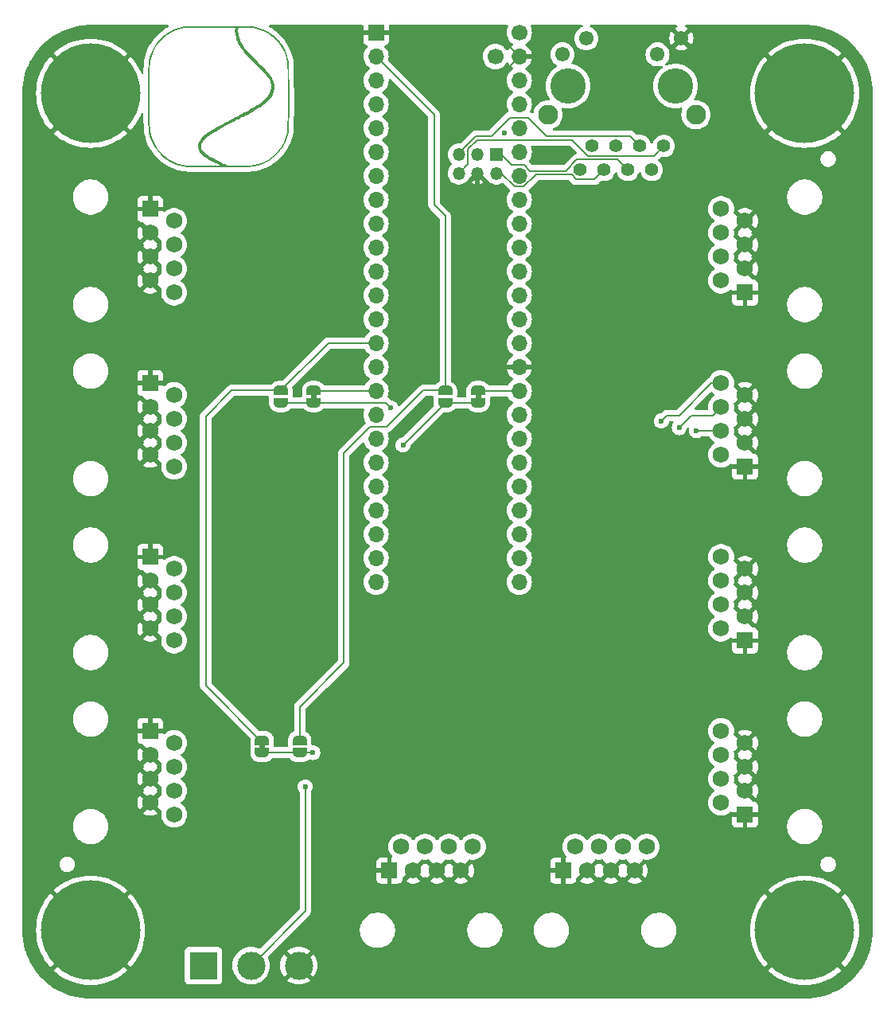
<source format=gbr>
%TF.GenerationSoftware,KiCad,Pcbnew,8.0.0*%
%TF.CreationDate,2024-03-24T17:19:01-07:00*%
%TF.ProjectId,Penta_OctoWS2811,50656e74-615f-44f6-9374-6f5753323831,rev?*%
%TF.SameCoordinates,Original*%
%TF.FileFunction,Copper,L2,Bot*%
%TF.FilePolarity,Positive*%
%FSLAX46Y46*%
G04 Gerber Fmt 4.6, Leading zero omitted, Abs format (unit mm)*
G04 Created by KiCad (PCBNEW 8.0.0) date 2024-03-24 17:19:01*
%MOMM*%
%LPD*%
G01*
G04 APERTURE LIST*
G04 Aperture macros list*
%AMFreePoly0*
4,1,19,0.500000,-0.750000,0.000000,-0.750000,0.000000,-0.744911,-0.071157,-0.744911,-0.207708,-0.704816,-0.327430,-0.627875,-0.420627,-0.520320,-0.479746,-0.390866,-0.500000,-0.250000,-0.500000,0.250000,-0.479746,0.390866,-0.420627,0.520320,-0.327430,0.627875,-0.207708,0.704816,-0.071157,0.744911,0.000000,0.744911,0.000000,0.750000,0.500000,0.750000,0.500000,-0.750000,0.500000,-0.750000,
$1*%
%AMFreePoly1*
4,1,19,0.000000,0.744911,0.071157,0.744911,0.207708,0.704816,0.327430,0.627875,0.420627,0.520320,0.479746,0.390866,0.500000,0.250000,0.500000,-0.250000,0.479746,-0.390866,0.420627,-0.520320,0.327430,-0.627875,0.207708,-0.704816,0.071157,-0.744911,0.000000,-0.744911,0.000000,-0.750000,-0.500000,-0.750000,-0.500000,0.750000,0.000000,0.750000,0.000000,0.744911,0.000000,0.744911,
$1*%
G04 Aperture macros list end*
%TA.AperFunction,EtchedComponent*%
%ADD10C,0.000000*%
%TD*%
%TA.AperFunction,ComponentPad*%
%ADD11R,1.750000X1.750000*%
%TD*%
%TA.AperFunction,ComponentPad*%
%ADD12C,1.750000*%
%TD*%
%TA.AperFunction,ComponentPad*%
%ADD13R,1.700000X1.700000*%
%TD*%
%TA.AperFunction,ComponentPad*%
%ADD14O,1.700000X1.700000*%
%TD*%
%TA.AperFunction,ComponentPad*%
%ADD15R,1.600000X1.600000*%
%TD*%
%TA.AperFunction,ComponentPad*%
%ADD16C,1.600000*%
%TD*%
%TA.AperFunction,ComponentPad*%
%ADD17R,1.300000X1.300000*%
%TD*%
%TA.AperFunction,ComponentPad*%
%ADD18C,1.300000*%
%TD*%
%TA.AperFunction,ComponentPad*%
%ADD19R,3.000000X3.000000*%
%TD*%
%TA.AperFunction,ComponentPad*%
%ADD20C,3.000000*%
%TD*%
%TA.AperFunction,ComponentPad*%
%ADD21C,10.600000*%
%TD*%
%TA.AperFunction,ComponentPad*%
%ADD22C,1.700000*%
%TD*%
%TA.AperFunction,WasherPad*%
%ADD23C,3.759200*%
%TD*%
%TA.AperFunction,ComponentPad*%
%ADD24C,1.397000*%
%TD*%
%TA.AperFunction,ComponentPad*%
%ADD25C,1.549400*%
%TD*%
%TA.AperFunction,ComponentPad*%
%ADD26C,2.108200*%
%TD*%
%TA.AperFunction,ComponentPad*%
%ADD27R,1.350000X1.350000*%
%TD*%
%TA.AperFunction,ComponentPad*%
%ADD28O,1.350000X1.350000*%
%TD*%
%TA.AperFunction,SMDPad,CuDef*%
%ADD29FreePoly0,270.000000*%
%TD*%
%TA.AperFunction,SMDPad,CuDef*%
%ADD30FreePoly1,270.000000*%
%TD*%
%TA.AperFunction,SMDPad,CuDef*%
%ADD31FreePoly0,90.000000*%
%TD*%
%TA.AperFunction,SMDPad,CuDef*%
%ADD32FreePoly1,90.000000*%
%TD*%
%TA.AperFunction,ViaPad*%
%ADD33C,0.600000*%
%TD*%
%TA.AperFunction,Conductor*%
%ADD34C,0.200000*%
%TD*%
G04 APERTURE END LIST*
D10*
%TA.AperFunction,EtchedComponent*%
%TO.C,REF\u002A\u002A*%
G36*
X126490516Y-36784883D02*
G01*
X126461613Y-37081150D01*
X126488489Y-37474402D01*
X126588785Y-37877358D01*
X126656607Y-38064556D01*
X126781727Y-38344634D01*
X126936030Y-38614833D01*
X127130078Y-38892884D01*
X127374431Y-39196520D01*
X127435068Y-39266253D01*
X127570754Y-39415383D01*
X127739064Y-39594456D01*
X127930691Y-39794092D01*
X128136330Y-40004913D01*
X128346675Y-40217538D01*
X128552422Y-40422589D01*
X128744265Y-40610686D01*
X128912898Y-40772449D01*
X129049016Y-40898500D01*
X129143313Y-40979460D01*
X129201314Y-41033008D01*
X129302210Y-41139728D01*
X129426685Y-41280083D01*
X129562901Y-41440124D01*
X129699020Y-41605905D01*
X129823205Y-41763476D01*
X129923618Y-41898889D01*
X130062580Y-42111404D01*
X130185165Y-42350966D01*
X130268527Y-42593290D01*
X130317655Y-42879391D01*
X130313259Y-43224923D01*
X130245509Y-43571263D01*
X130116401Y-43901246D01*
X130033067Y-44041189D01*
X129877967Y-44246704D01*
X129682141Y-44467105D01*
X129458901Y-44689313D01*
X129221561Y-44900248D01*
X128983434Y-45086832D01*
X128757831Y-45235986D01*
X128661962Y-45292737D01*
X128511562Y-45382510D01*
X128325971Y-45493772D01*
X128120006Y-45617638D01*
X127908484Y-45745223D01*
X127712946Y-45861183D01*
X127497610Y-45984388D01*
X127297698Y-46094412D01*
X127129198Y-46182474D01*
X127008100Y-46239791D01*
X126989249Y-46247844D01*
X126844281Y-46313615D01*
X126717528Y-46377135D01*
X126634571Y-46425673D01*
X126604644Y-46444757D01*
X126501832Y-46502008D01*
X126362369Y-46573443D01*
X126207586Y-46647958D01*
X126133652Y-46682993D01*
X125982813Y-46757997D01*
X125857094Y-46825008D01*
X125778027Y-46872757D01*
X125720603Y-46907576D01*
X125603208Y-46969854D01*
X125451326Y-47044991D01*
X125283595Y-47123533D01*
X125225714Y-47150845D01*
X125054559Y-47237795D01*
X124841954Y-47351907D01*
X124603248Y-47484704D01*
X124353788Y-47627707D01*
X124108921Y-47772438D01*
X123987228Y-47845891D01*
X123741955Y-47996698D01*
X123545681Y-48122770D01*
X123386955Y-48232207D01*
X123254326Y-48333111D01*
X123136345Y-48433582D01*
X123021561Y-48541721D01*
X122817731Y-48751181D01*
X122665146Y-48934141D01*
X122564423Y-49095244D01*
X122510527Y-49244660D01*
X122498427Y-49392561D01*
X122523089Y-49549118D01*
X122573825Y-49685386D01*
X122696974Y-49875063D01*
X122884131Y-50071413D01*
X123136877Y-50275559D01*
X123456792Y-50488625D01*
X123845457Y-50711733D01*
X124304453Y-50946008D01*
X124835360Y-51192572D01*
X124927222Y-51233171D01*
X125099612Y-51307626D01*
X125254170Y-51372358D01*
X125365811Y-51416767D01*
X125421247Y-51439812D01*
X125533555Y-51499473D01*
X125608484Y-51556797D01*
X125623085Y-51573198D01*
X125641277Y-51600895D01*
X125629432Y-51616907D01*
X125576397Y-51623410D01*
X125471021Y-51622582D01*
X125302151Y-51616599D01*
X124928742Y-51602283D01*
X124125654Y-51216458D01*
X124056835Y-51183256D01*
X123704645Y-51007837D01*
X123415313Y-50853039D01*
X123182378Y-50715272D01*
X122999379Y-50590949D01*
X122870797Y-50491985D01*
X122587241Y-50237815D01*
X122377584Y-49986974D01*
X122241451Y-49737131D01*
X122178466Y-49485952D01*
X122188255Y-49231106D01*
X122270443Y-48970260D01*
X122424654Y-48701083D01*
X122650514Y-48421241D01*
X122742820Y-48327192D01*
X122983442Y-48120265D01*
X123294484Y-47892606D01*
X123675181Y-47644699D01*
X124124769Y-47377031D01*
X124642486Y-47090087D01*
X125227566Y-46784351D01*
X125290360Y-46752371D01*
X125576670Y-46606488D01*
X125882654Y-46450492D01*
X126186747Y-46295381D01*
X126467386Y-46152153D01*
X126703007Y-46031807D01*
X126866133Y-45947023D01*
X127131833Y-45804330D01*
X127402138Y-45654526D01*
X127653144Y-45510923D01*
X127860948Y-45386837D01*
X127947001Y-45333948D01*
X128132947Y-45220722D01*
X128303269Y-45118343D01*
X128442032Y-45036351D01*
X128533301Y-44984288D01*
X128538659Y-44981356D01*
X128670195Y-44901793D01*
X128809884Y-44801280D01*
X128968227Y-44671214D01*
X129155721Y-44502987D01*
X129382867Y-44287996D01*
X129459016Y-44212857D01*
X129678117Y-43966087D01*
X129834336Y-43728555D01*
X129933330Y-43487578D01*
X129980760Y-43230475D01*
X129982283Y-42944563D01*
X129971671Y-42836647D01*
X129935303Y-42655432D01*
X129872415Y-42472409D01*
X129779009Y-42281998D01*
X129651086Y-42078618D01*
X129484647Y-41856689D01*
X129275695Y-41610631D01*
X129020229Y-41334863D01*
X128714252Y-41023804D01*
X128353765Y-40671875D01*
X128150525Y-40475001D01*
X127760936Y-40087388D01*
X127424796Y-39736021D01*
X127137941Y-39414900D01*
X126896208Y-39118021D01*
X126695432Y-38839382D01*
X126531450Y-38572982D01*
X126400098Y-38312817D01*
X126297213Y-38052886D01*
X126218630Y-37787187D01*
X126160187Y-37509717D01*
X126142783Y-37402711D01*
X126124579Y-37231146D01*
X126126028Y-37075020D01*
X126146288Y-36897244D01*
X126188660Y-36607457D01*
X126354740Y-36607457D01*
X126520820Y-36607457D01*
X126490516Y-36784883D01*
G37*
%TD.AperFunction*%
%TA.AperFunction,EtchedComponent*%
G36*
X124798519Y-36586187D02*
G01*
X125266021Y-36587671D01*
X125720678Y-36590240D01*
X126155616Y-36593891D01*
X126563963Y-36598628D01*
X126938848Y-36604449D01*
X127273396Y-36611354D01*
X127560736Y-36619343D01*
X127793996Y-36628416D01*
X127966302Y-36638573D01*
X128070783Y-36649815D01*
X128625733Y-36777019D01*
X129158075Y-36968459D01*
X129653599Y-37223399D01*
X130117184Y-37544361D01*
X130553709Y-37933868D01*
X130891995Y-38307642D01*
X131228216Y-38777194D01*
X131497186Y-39279008D01*
X131699490Y-39814200D01*
X131835712Y-40383887D01*
X131842816Y-40431129D01*
X131851414Y-40513090D01*
X131858961Y-40620206D01*
X131865525Y-40756982D01*
X131871174Y-40927923D01*
X131875978Y-41137532D01*
X131880003Y-41390315D01*
X131883320Y-41690775D01*
X131885996Y-42043419D01*
X131888100Y-42452749D01*
X131889700Y-42923271D01*
X131890864Y-43459489D01*
X131891662Y-44065908D01*
X131891805Y-44211330D01*
X131892299Y-44805138D01*
X131892384Y-45330520D01*
X131891800Y-45792593D01*
X131890291Y-46196472D01*
X131887597Y-46547272D01*
X131883460Y-46850109D01*
X131877623Y-47110097D01*
X131869826Y-47332352D01*
X131859812Y-47521990D01*
X131847323Y-47684126D01*
X131832100Y-47823875D01*
X131813885Y-47946352D01*
X131792419Y-48056672D01*
X131767446Y-48159952D01*
X131738705Y-48261306D01*
X131705939Y-48365850D01*
X131668891Y-48478699D01*
X131501868Y-48911289D01*
X131249800Y-49392134D01*
X130935636Y-49841055D01*
X130553709Y-50267141D01*
X130160012Y-50621702D01*
X129690008Y-50954559D01*
X129188616Y-51219760D01*
X128654861Y-51417810D01*
X128087770Y-51549217D01*
X128028390Y-51556624D01*
X127876198Y-51567663D01*
X127660499Y-51577563D01*
X127388202Y-51586323D01*
X127066219Y-51593945D01*
X126701458Y-51600427D01*
X126300830Y-51605770D01*
X125871246Y-51609974D01*
X125419616Y-51613039D01*
X124952850Y-51614964D01*
X124477857Y-51615751D01*
X124001550Y-51615398D01*
X123530837Y-51613906D01*
X123072629Y-51611275D01*
X122633837Y-51607505D01*
X122221369Y-51602595D01*
X121842138Y-51596547D01*
X121503053Y-51589359D01*
X121211023Y-51581032D01*
X120972961Y-51571566D01*
X120795775Y-51560961D01*
X120686375Y-51549217D01*
X120178715Y-51435149D01*
X119641418Y-51244297D01*
X119136589Y-50986350D01*
X118663253Y-50660800D01*
X118220436Y-50267141D01*
X117842332Y-49844996D01*
X117519213Y-49382354D01*
X117262197Y-48887929D01*
X117068762Y-48356842D01*
X116936383Y-47784215D01*
X116927978Y-47713898D01*
X116917537Y-47558672D01*
X116908180Y-47340695D01*
X116899907Y-47066839D01*
X116892718Y-46743977D01*
X116886614Y-46378982D01*
X116881594Y-45978725D01*
X116877658Y-45550079D01*
X116874806Y-45099918D01*
X116873038Y-44635112D01*
X116872421Y-44209147D01*
X117042045Y-44209147D01*
X117042700Y-44677849D01*
X117044251Y-45138364D01*
X117046697Y-45584041D01*
X117050039Y-46008228D01*
X117054277Y-46404275D01*
X117059411Y-46765530D01*
X117065441Y-47085341D01*
X117072367Y-47357057D01*
X117080188Y-47574027D01*
X117088905Y-47729599D01*
X117098519Y-47817122D01*
X117166546Y-48114171D01*
X117347178Y-48663022D01*
X117589218Y-49174851D01*
X117888741Y-49645733D01*
X118241824Y-50071746D01*
X118644543Y-50448965D01*
X119092973Y-50773468D01*
X119583191Y-51041331D01*
X120111272Y-51248630D01*
X120673293Y-51391441D01*
X120707058Y-51396025D01*
X120827907Y-51404670D01*
X121013533Y-51412472D01*
X121257295Y-51419431D01*
X121552549Y-51425547D01*
X121892656Y-51430820D01*
X122270973Y-51435249D01*
X122680857Y-51438835D01*
X123115668Y-51441578D01*
X123568763Y-51443478D01*
X124033501Y-51444535D01*
X124503239Y-51444748D01*
X124971337Y-51444118D01*
X125431152Y-51442645D01*
X125876041Y-51440328D01*
X126299365Y-51437169D01*
X126694480Y-51433166D01*
X127054745Y-51428320D01*
X127373518Y-51422630D01*
X127644157Y-51416098D01*
X127860020Y-51408722D01*
X128014466Y-51400503D01*
X128100853Y-51391441D01*
X128581233Y-51273142D01*
X129112725Y-51074421D01*
X129612518Y-50813025D01*
X130072659Y-50493200D01*
X130485196Y-50119189D01*
X130748139Y-49825175D01*
X131051961Y-49408972D01*
X131301032Y-48961806D01*
X131501480Y-48472247D01*
X131659432Y-47928862D01*
X131666970Y-47895189D01*
X131676985Y-47838977D01*
X131685783Y-47770599D01*
X131693457Y-47685242D01*
X131700101Y-47578096D01*
X131705805Y-47444351D01*
X131710664Y-47279196D01*
X131714768Y-47077821D01*
X131718212Y-46835414D01*
X131721087Y-46547165D01*
X131723485Y-46208263D01*
X131725500Y-45813898D01*
X131727224Y-45359259D01*
X131728749Y-44839535D01*
X131730167Y-44249916D01*
X131730917Y-43754228D01*
X131730942Y-43261682D01*
X131730248Y-42792688D01*
X131728878Y-42352930D01*
X131726872Y-41948091D01*
X131724270Y-41583855D01*
X131721113Y-41265906D01*
X131717443Y-40999928D01*
X131713300Y-40791604D01*
X131708725Y-40646617D01*
X131703758Y-40570652D01*
X131697333Y-40523344D01*
X131583651Y-39978032D01*
X131403162Y-39458691D01*
X131160422Y-38970077D01*
X130859986Y-38516946D01*
X130506410Y-38104051D01*
X130104248Y-37736149D01*
X129658056Y-37417994D01*
X129172390Y-37154342D01*
X128651803Y-36949948D01*
X128100853Y-36809568D01*
X128066927Y-36804914D01*
X127945216Y-36796044D01*
X127758832Y-36788063D01*
X127514410Y-36780969D01*
X127218588Y-36774761D01*
X126878003Y-36769436D01*
X126499292Y-36764991D01*
X126089091Y-36761426D01*
X125654038Y-36758737D01*
X125200770Y-36756922D01*
X124735923Y-36755980D01*
X124266134Y-36755909D01*
X123798040Y-36756705D01*
X123338278Y-36758368D01*
X122893485Y-36760894D01*
X122470299Y-36764282D01*
X122075354Y-36768530D01*
X121715290Y-36773635D01*
X121396742Y-36779596D01*
X121126348Y-36786410D01*
X120910744Y-36794075D01*
X120756567Y-36802590D01*
X120670455Y-36811951D01*
X120413644Y-36869471D01*
X119858447Y-37046178D01*
X119341655Y-37284638D01*
X118866827Y-37581292D01*
X118437525Y-37932579D01*
X118057310Y-38334938D01*
X117729741Y-38784808D01*
X117458379Y-39278631D01*
X117246785Y-39812844D01*
X117098519Y-40383887D01*
X117093970Y-40415410D01*
X117084770Y-40535173D01*
X117076466Y-40719914D01*
X117069058Y-40962983D01*
X117062546Y-41257727D01*
X117056930Y-41597496D01*
X117052210Y-41975638D01*
X117048385Y-42385502D01*
X117045456Y-42820436D01*
X117043424Y-43273789D01*
X117042287Y-43738910D01*
X117042045Y-44209147D01*
X116872421Y-44209147D01*
X116872354Y-44162535D01*
X116872755Y-43689059D01*
X116874239Y-43221556D01*
X116876808Y-42766900D01*
X116880459Y-42331961D01*
X116885196Y-41923614D01*
X116891017Y-41548730D01*
X116897922Y-41214181D01*
X116905911Y-40926841D01*
X116914984Y-40693582D01*
X116925141Y-40521275D01*
X116936383Y-40416795D01*
X117063587Y-39861844D01*
X117255027Y-39329502D01*
X117509967Y-38833978D01*
X117830929Y-38370393D01*
X118220436Y-37933868D01*
X118642581Y-37555764D01*
X119105224Y-37232645D01*
X119599649Y-36975629D01*
X120130735Y-36782194D01*
X120703363Y-36649815D01*
X120773680Y-36641410D01*
X120928906Y-36630969D01*
X121146883Y-36621612D01*
X121420738Y-36613339D01*
X121743600Y-36606150D01*
X122108596Y-36600046D01*
X122508852Y-36595026D01*
X122937498Y-36591090D01*
X123387660Y-36588238D01*
X123852465Y-36586470D01*
X124266134Y-36585871D01*
X124325042Y-36585786D01*
X124798519Y-36586187D01*
G37*
%TD.AperFunction*%
%TA.AperFunction,EtchedComponent*%
%TO.C,JP4*%
G36*
X152300000Y-76250000D02*
G01*
X151700000Y-76250000D01*
X151700000Y-75750000D01*
X152300000Y-75750000D01*
X152300000Y-76250000D01*
G37*
%TD.AperFunction*%
%TA.AperFunction,EtchedComponent*%
%TO.C,JP1*%
G36*
X129300000Y-113450000D02*
G01*
X128700000Y-113450000D01*
X128700000Y-112950000D01*
X129300000Y-112950000D01*
X129300000Y-113450000D01*
G37*
%TD.AperFunction*%
%TA.AperFunction,EtchedComponent*%
%TO.C,JP6*%
G36*
X134800000Y-76250000D02*
G01*
X134200000Y-76250000D01*
X134200000Y-75750000D01*
X134800000Y-75750000D01*
X134800000Y-76250000D01*
G37*
%TD.AperFunction*%
%TD*%
D11*
%TO.P,J7,1*%
%TO.N,GND*%
X180400000Y-83445000D03*
D12*
%TO.P,J7,2*%
%TO.N,Net-(J7-Pad2)*%
X177860000Y-82175000D03*
%TO.P,J7,3*%
%TO.N,GND*%
X180400000Y-80905000D03*
%TO.P,J7,4*%
%TO.N,Net-(J7-Pad4)*%
X177860000Y-79635000D03*
%TO.P,J7,5*%
%TO.N,GND*%
X180400000Y-78365000D03*
%TO.P,J7,6*%
%TO.N,Net-(J7-Pad6)*%
X177860000Y-77095000D03*
%TO.P,J7,7*%
%TO.N,GND*%
X180400000Y-75825000D03*
%TO.P,J7,8*%
%TO.N,Net-(J7-Pad8)*%
X177860000Y-74555000D03*
%TD*%
D11*
%TO.P,J3,1*%
%TO.N,GND*%
X117100000Y-74555000D03*
D12*
%TO.P,J3,2*%
%TO.N,Net-(J3-Pad2)*%
X119640000Y-75825000D03*
%TO.P,J3,3*%
%TO.N,GND*%
X117100000Y-77095000D03*
%TO.P,J3,4*%
%TO.N,Net-(J3-Pad4)*%
X119640000Y-78365000D03*
%TO.P,J3,5*%
%TO.N,GND*%
X117100000Y-79635000D03*
%TO.P,J3,6*%
%TO.N,Net-(J3-Pad6)*%
X119640000Y-80905000D03*
%TO.P,J3,7*%
%TO.N,GND*%
X117100000Y-82175000D03*
%TO.P,J3,8*%
%TO.N,Net-(J3-Pad8)*%
X119640000Y-83445000D03*
%TD*%
D11*
%TO.P,J6,1*%
%TO.N,GND*%
X180400000Y-64945000D03*
D12*
%TO.P,J6,2*%
%TO.N,Net-(J6-Pad2)*%
X177860000Y-63675000D03*
%TO.P,J6,3*%
%TO.N,GND*%
X180400000Y-62405000D03*
%TO.P,J6,4*%
%TO.N,Net-(J6-Pad4)*%
X177860000Y-61135000D03*
%TO.P,J6,5*%
%TO.N,GND*%
X180400000Y-59865000D03*
%TO.P,J6,6*%
%TO.N,Net-(J6-Pad6)*%
X177860000Y-58595000D03*
%TO.P,J6,7*%
%TO.N,GND*%
X180400000Y-57325000D03*
%TO.P,J6,8*%
%TO.N,Net-(J6-Pad8)*%
X177860000Y-56055000D03*
%TD*%
D13*
%TO.P,J14,1,Pin_1*%
%TO.N,GND*%
X141130000Y-37290000D03*
D14*
%TO.P,J14,2,Pin_2*%
%TO.N,/FSYNC_ALT*%
X141130000Y-39830000D03*
%TO.P,J14,3,Pin_3*%
%TO.N,/t3*%
X141130000Y-42370000D03*
%TO.P,J14,4,Pin_4*%
%TO.N,/t4*%
X141130000Y-44910000D03*
%TO.P,J14,5,Pin_5*%
%TO.N,/t5*%
X141130000Y-47450000D03*
%TO.P,J14,6,Pin_6*%
%TO.N,/t6*%
X141130000Y-49990000D03*
%TO.P,J14,7,Pin_7*%
%TO.N,/t7*%
X141130000Y-52530000D03*
%TO.P,J14,8,Pin_8*%
%TO.N,/t8*%
X141130000Y-55070000D03*
%TO.P,J14,9,Pin_9*%
%TO.N,/t9*%
X141130000Y-57610000D03*
%TO.P,J14,10,Pin_10*%
%TO.N,/t10*%
X141130000Y-60150000D03*
%TO.P,J14,11,Pin_11*%
%TO.N,/GPIO_9*%
X141130000Y-62690000D03*
%TO.P,J14,12,Pin_12*%
%TO.N,/GPIO_10*%
X141130000Y-65230000D03*
%TO.P,J14,13,Pin_13*%
%TO.N,/GPIO_11*%
X141130000Y-67770000D03*
%TO.P,J14,14,Pin_14*%
%TO.N,/FSYNC*%
X141130000Y-70310000D03*
%TO.P,J14,15,Pin_15*%
%TO.N,/t15*%
X141130000Y-72850000D03*
%TO.P,J14,16,Pin_16*%
%TO.N,/GPIO_24*%
X141130000Y-75390000D03*
%TO.P,J14,17,Pin_17*%
%TO.N,/t17*%
X141130000Y-77930000D03*
%TO.P,J14,18,Pin_18*%
%TO.N,/t18*%
X141130000Y-80470000D03*
%TO.P,J14,19,Pin_19*%
%TO.N,/t19*%
X141130000Y-83010000D03*
%TO.P,J14,20,Pin_20*%
%TO.N,/t20*%
X141130000Y-85550000D03*
%TO.P,J14,21,Pin_21*%
%TO.N,/t21*%
X141130000Y-88090000D03*
%TO.P,J14,22,Pin_22*%
%TO.N,/t22*%
X141130000Y-90630000D03*
%TO.P,J14,23,Pin_23*%
%TO.N,/t23*%
X141130000Y-93170000D03*
%TO.P,J14,24,Pin_24*%
%TO.N,/t24*%
X141130000Y-95710000D03*
%TD*%
D15*
%TO.P,U4,1,GND*%
%TO.N,GND*%
X141130000Y-37290000D03*
D16*
%TO.P,U4,2,0_RX1_CRX2_CS1*%
%TO.N,/FSYNC_ALT*%
X141130000Y-39830000D03*
%TO.P,U4,3,1_TX1_CTX2_MISO1*%
%TO.N,/t3*%
X141130000Y-42370000D03*
%TO.P,U4,4,2_OUT2*%
%TO.N,/t4*%
X141130000Y-44910000D03*
%TO.P,U4,5,3_LRCLK2*%
%TO.N,/t5*%
X141130000Y-47450000D03*
%TO.P,U4,6,4_BCLK2*%
%TO.N,/t6*%
X141130000Y-49990000D03*
%TO.P,U4,7,5_IN2*%
%TO.N,/t7*%
X141130000Y-52530000D03*
%TO.P,U4,8,6_OUT1D*%
%TO.N,/t8*%
X141130000Y-55070000D03*
%TO.P,U4,9,7_RX2_OUT1A*%
%TO.N,/t9*%
X141130000Y-57610000D03*
%TO.P,U4,10,8_TX2_IN1*%
%TO.N,/t10*%
X141130000Y-60150000D03*
%TO.P,U4,11,9_OUT1C*%
%TO.N,/GPIO_9*%
X141130000Y-62690000D03*
%TO.P,U4,12,10_CS_MQSR*%
%TO.N,/GPIO_10*%
X141130000Y-65230000D03*
%TO.P,U4,13,11_MOSI_CTX1*%
%TO.N,/GPIO_11*%
X141130000Y-67770000D03*
%TO.P,U4,14,12_MISO_MQSL*%
%TO.N,/FSYNC*%
X141130000Y-70310000D03*
%TO.P,U4,15,3V3*%
%TO.N,/t15*%
X141130000Y-72850000D03*
%TO.P,U4,16,24_A10_TX6_SCL2*%
%TO.N,/GPIO_24*%
X141130000Y-75390000D03*
%TO.P,U4,17,25_A11_RX6_SDA2*%
%TO.N,/t17*%
X141130000Y-77930000D03*
%TO.P,U4,18,26_A12_MOSI1*%
%TO.N,/t18*%
X141130000Y-80470000D03*
%TO.P,U4,19,27_A13_SCK1*%
%TO.N,/t19*%
X141130000Y-83010000D03*
%TO.P,U4,20,28_RX7*%
%TO.N,/t20*%
X141130000Y-85550000D03*
%TO.P,U4,21,29_TX7*%
%TO.N,/t21*%
X141130000Y-88090000D03*
%TO.P,U4,22,30_CRX3*%
%TO.N,/t22*%
X141130000Y-90630000D03*
%TO.P,U4,23,31_CTX3*%
%TO.N,/t23*%
X141130000Y-93170000D03*
%TO.P,U4,24,32_OUT1B*%
%TO.N,/t24*%
X141130000Y-95710000D03*
%TO.P,U4,25,33_MCLK2*%
%TO.N,/t25*%
X156370000Y-95710000D03*
%TO.P,U4,26,34_RX8*%
%TO.N,/t26*%
X156370000Y-93170000D03*
%TO.P,U4,27,35_TX8*%
%TO.N,/t27*%
X156370000Y-90630000D03*
%TO.P,U4,28,36_CS*%
%TO.N,/t28*%
X156370000Y-88090000D03*
%TO.P,U4,29,37_CS*%
%TO.N,/t29*%
X156370000Y-85550000D03*
%TO.P,U4,30,38_CS1_IN1*%
%TO.N,/t30*%
X156370000Y-83010000D03*
%TO.P,U4,31,39_MISO1_OUT1A*%
%TO.N,/t31*%
X156370000Y-80470000D03*
%TO.P,U4,32,40_A16*%
%TO.N,/t32*%
X156370000Y-77930000D03*
%TO.P,U4,33,41_A17*%
%TO.N,/GPIO_41*%
X156370000Y-75390000D03*
%TO.P,U4,34,GND*%
%TO.N,GND*%
X156370000Y-72850000D03*
%TO.P,U4,35,13_SCK_LED*%
%TO.N,/GPIO_13*%
X156370000Y-70310000D03*
%TO.P,U4,36,14_A0_TX3_SPDIF_OUT*%
%TO.N,/t36*%
X156370000Y-67770000D03*
%TO.P,U4,37,15_A1_RX3_SPDIF_IN*%
%TO.N,/t37*%
X156370000Y-65230000D03*
%TO.P,U4,38,16_A2_RX4_SCL1*%
%TO.N,/t38*%
X156370000Y-62690000D03*
%TO.P,U4,39,17_A3_TX4_SDA1*%
%TO.N,/t39*%
X156370000Y-60150000D03*
%TO.P,U4,40,18_A4_SDA*%
%TO.N,/GPIO_18*%
X156370000Y-57610000D03*
%TO.P,U4,41,19_A5_SCL*%
%TO.N,/GPIO_19*%
X156370000Y-55070000D03*
%TO.P,U4,42,20_A6_TX5_LRCLK1*%
%TO.N,/t42*%
X156370000Y-52530000D03*
%TO.P,U4,43,21_A7_RX5_BCLK1*%
%TO.N,/t43*%
X156370000Y-49990000D03*
%TO.P,U4,44,22_A8_CTX1*%
%TO.N,/t44*%
X156370000Y-47450000D03*
%TO.P,U4,45,23_A9_CRX1_MCLK1*%
%TO.N,/t45*%
X156370000Y-44910000D03*
%TO.P,U4,46,3V3*%
%TO.N,/t46*%
X156370000Y-42370000D03*
%TO.P,U4,47,GND*%
%TO.N,GND*%
X156370000Y-39830000D03*
%TO.P,U4,48,VIN*%
%TO.N,+5V*%
X156370000Y-37290000D03*
%TO.P,U4,49,VUSB*%
%TO.N,/t49*%
X153830000Y-39830000D03*
D17*
%TO.P,U4,60,R+*%
%TO.N,/R+*%
X153931600Y-50260000D03*
D18*
%TO.P,U4,61,LED*%
%TO.N,/ENET_LED*%
X151931600Y-50260000D03*
%TO.P,U4,62,T-*%
%TO.N,/T-*%
X149931600Y-50260000D03*
%TO.P,U4,63,T+*%
%TO.N,/T+*%
X149931600Y-52260000D03*
%TO.P,U4,64,GND*%
%TO.N,GND*%
X151931600Y-52260000D03*
%TO.P,U4,65,R-*%
%TO.N,/R-*%
X153931600Y-52260000D03*
%TD*%
D19*
%TO.P,J1,1,Pin_1*%
%TO.N,VLED*%
X122750000Y-136500000D03*
D20*
%TO.P,J1,2,Pin_2*%
%TO.N,Net-(J1-Pin_2)*%
X127830000Y-136500000D03*
%TO.P,J1,3,Pin_3*%
%TO.N,GND*%
X132910000Y-136500000D03*
%TD*%
D11*
%TO.P,J10,1*%
%TO.N,GND*%
X161055000Y-126400000D03*
D12*
%TO.P,J10,2*%
%TO.N,Net-(J10-Pad2)*%
X162325000Y-123860000D03*
%TO.P,J10,3*%
%TO.N,GND*%
X163595000Y-126400000D03*
%TO.P,J10,4*%
%TO.N,Net-(J10-Pad4)*%
X164865000Y-123860000D03*
%TO.P,J10,5*%
%TO.N,GND*%
X166135000Y-126400000D03*
%TO.P,J10,6*%
%TO.N,Net-(J10-Pad6)*%
X167405000Y-123860000D03*
%TO.P,J10,7*%
%TO.N,GND*%
X168675000Y-126400000D03*
%TO.P,J10,8*%
%TO.N,Net-(J10-Pad8)*%
X169945000Y-123860000D03*
%TD*%
D11*
%TO.P,J11,1*%
%TO.N,GND*%
X142555000Y-126400000D03*
D12*
%TO.P,J11,2*%
%TO.N,Net-(J11-Pad2)*%
X143825000Y-123860000D03*
%TO.P,J11,3*%
%TO.N,GND*%
X145095000Y-126400000D03*
%TO.P,J11,4*%
%TO.N,Net-(J11-Pad4)*%
X146365000Y-123860000D03*
%TO.P,J11,5*%
%TO.N,GND*%
X147635000Y-126400000D03*
%TO.P,J11,6*%
%TO.N,Net-(J11-Pad6)*%
X148905000Y-123860000D03*
%TO.P,J11,7*%
%TO.N,GND*%
X150175000Y-126400000D03*
%TO.P,J11,8*%
%TO.N,Net-(J11-Pad8)*%
X151445000Y-123860000D03*
%TD*%
D21*
%TO.P,H3,1,1*%
%TO.N,GND*%
X110750000Y-132750000D03*
%TD*%
D22*
%TO.P,J15,1,Pin_1*%
%TO.N,+5V*%
X156370000Y-37290000D03*
D14*
%TO.P,J15,2,Pin_2*%
%TO.N,GND*%
X156370000Y-39830000D03*
%TO.P,J15,3,Pin_3*%
%TO.N,/t46*%
X156370000Y-42370000D03*
%TO.P,J15,4,Pin_4*%
%TO.N,/t45*%
X156370000Y-44910000D03*
%TO.P,J15,5,Pin_5*%
%TO.N,/t44*%
X156370000Y-47450000D03*
%TO.P,J15,6,Pin_6*%
%TO.N,/t43*%
X156370000Y-49990000D03*
%TO.P,J15,7,Pin_7*%
%TO.N,/t42*%
X156370000Y-52530000D03*
%TO.P,J15,8,Pin_8*%
%TO.N,/GPIO_19*%
X156370000Y-55070000D03*
%TO.P,J15,9,Pin_9*%
%TO.N,/GPIO_18*%
X156370000Y-57610000D03*
%TO.P,J15,10,Pin_10*%
%TO.N,/t39*%
X156370000Y-60150000D03*
%TO.P,J15,11,Pin_11*%
%TO.N,/t38*%
X156370000Y-62690000D03*
%TO.P,J15,12,Pin_12*%
%TO.N,/t37*%
X156370000Y-65230000D03*
%TO.P,J15,13,Pin_13*%
%TO.N,/t36*%
X156370000Y-67770000D03*
%TO.P,J15,14,Pin_14*%
%TO.N,/GPIO_13*%
X156370000Y-70310000D03*
%TO.P,J15,15,Pin_15*%
%TO.N,GND*%
X156370000Y-72850000D03*
%TO.P,J15,16,Pin_16*%
%TO.N,/GPIO_41*%
X156370000Y-75390000D03*
%TO.P,J15,17,Pin_17*%
%TO.N,/t32*%
X156370000Y-77930000D03*
%TO.P,J15,18,Pin_18*%
%TO.N,/t31*%
X156370000Y-80470000D03*
%TO.P,J15,19,Pin_19*%
%TO.N,/t30*%
X156370000Y-83010000D03*
%TO.P,J15,20,Pin_20*%
%TO.N,/t29*%
X156370000Y-85550000D03*
%TO.P,J15,21,Pin_21*%
%TO.N,/t28*%
X156370000Y-88090000D03*
%TO.P,J15,22,Pin_22*%
%TO.N,/t27*%
X156370000Y-90630000D03*
%TO.P,J15,23,Pin_23*%
%TO.N,/t26*%
X156370000Y-93170000D03*
%TO.P,J15,24,Pin_24*%
%TO.N,/t25*%
X156370000Y-95710000D03*
%TD*%
D21*
%TO.P,H2,1,1*%
%TO.N,GND*%
X186750000Y-43750000D03*
%TD*%
D11*
%TO.P,J9,1*%
%TO.N,GND*%
X180400000Y-120445000D03*
D12*
%TO.P,J9,2*%
%TO.N,Net-(J9-Pad2)*%
X177860000Y-119175000D03*
%TO.P,J9,3*%
%TO.N,GND*%
X180400000Y-117905000D03*
%TO.P,J9,4*%
%TO.N,Net-(J9-Pad4)*%
X177860000Y-116635000D03*
%TO.P,J9,5*%
%TO.N,GND*%
X180400000Y-115365000D03*
%TO.P,J9,6*%
%TO.N,Net-(J9-Pad6)*%
X177860000Y-114095000D03*
%TO.P,J9,7*%
%TO.N,GND*%
X180400000Y-112825000D03*
%TO.P,J9,8*%
%TO.N,Net-(J9-Pad8)*%
X177860000Y-111555000D03*
%TD*%
D11*
%TO.P,J2,1*%
%TO.N,GND*%
X117100000Y-56055000D03*
D12*
%TO.P,J2,2*%
%TO.N,Net-(J2-Pad2)*%
X119640000Y-57325000D03*
%TO.P,J2,3*%
%TO.N,GND*%
X117100000Y-58595000D03*
%TO.P,J2,4*%
%TO.N,Net-(J2-Pad4)*%
X119640000Y-59865000D03*
%TO.P,J2,5*%
%TO.N,GND*%
X117100000Y-61135000D03*
%TO.P,J2,6*%
%TO.N,Net-(J2-Pad6)*%
X119640000Y-62405000D03*
%TO.P,J2,7*%
%TO.N,GND*%
X117100000Y-63675000D03*
%TO.P,J2,8*%
%TO.N,Net-(J2-Pad8)*%
X119640000Y-64945000D03*
%TD*%
D21*
%TO.P,H4,1,1*%
%TO.N,GND*%
X186750000Y-132750000D03*
%TD*%
D23*
%TO.P,J12,*%
%TO.N,*%
X173010649Y-42980000D03*
X161580649Y-42980000D03*
D24*
%TO.P,J12,1,1*%
%TO.N,/T+*%
X171740649Y-49350000D03*
%TO.P,J12,2,2*%
%TO.N,Net-(C9-Pad2)*%
X170470649Y-51890000D03*
%TO.P,J12,3,3*%
%TO.N,/T-*%
X169200649Y-49350000D03*
%TO.P,J12,4,4*%
%TO.N,/R+*%
X167930649Y-51890000D03*
%TO.P,J12,5,5*%
%TO.N,Net-(C9-Pad2)*%
X166660649Y-49350000D03*
%TO.P,J12,6,6*%
%TO.N,/R-*%
X165390649Y-51890000D03*
%TO.P,J12,7,7*%
%TO.N,unconnected-(J12-Pad7)*%
X164120649Y-49350000D03*
%TO.P,J12,8,8*%
%TO.N,GND*%
X162850649Y-51890000D03*
D25*
%TO.P,J12,9,9*%
X173620649Y-37900000D03*
%TO.P,J12,10,10*%
%TO.N,/ENET_LED*%
X171080649Y-39620000D03*
%TO.P,J12,11,11*%
%TO.N,unconnected-(J12-Pad11)*%
X163510649Y-37920000D03*
%TO.P,J12,12,12*%
%TO.N,unconnected-(J12-Pad12)*%
X160970649Y-39620000D03*
D26*
%TO.P,J12,13*%
%TO.N,N/C*%
X175170647Y-46030000D03*
%TO.P,J12,16*%
X159420651Y-46030000D03*
%TD*%
D21*
%TO.P,H1,1,1*%
%TO.N,GND*%
X110750000Y-43750000D03*
%TD*%
D22*
%TO.P,J16,1,Pin_1*%
%TO.N,/t49*%
X153830000Y-39830000D03*
%TD*%
D27*
%TO.P,J13,1,Pin_1*%
%TO.N,/R+*%
X153930000Y-50260000D03*
D28*
%TO.P,J13,2,Pin_2*%
%TO.N,/ENET_LED*%
X151930000Y-50260000D03*
%TO.P,J13,3,Pin_3*%
%TO.N,/T-*%
X149930000Y-50260000D03*
%TO.P,J13,4,Pin_4*%
%TO.N,/T+*%
X149930000Y-52260000D03*
%TO.P,J13,5,Pin_5*%
%TO.N,GND*%
X151930000Y-52260000D03*
%TO.P,J13,6,Pin_6*%
%TO.N,/R-*%
X153930000Y-52260000D03*
%TD*%
D11*
%TO.P,J8,1*%
%TO.N,GND*%
X180400000Y-101945000D03*
D12*
%TO.P,J8,2*%
%TO.N,Net-(J8-Pad2)*%
X177860000Y-100675000D03*
%TO.P,J8,3*%
%TO.N,GND*%
X180400000Y-99405000D03*
%TO.P,J8,4*%
%TO.N,Net-(J8-Pad4)*%
X177860000Y-98135000D03*
%TO.P,J8,5*%
%TO.N,GND*%
X180400000Y-96865000D03*
%TO.P,J8,6*%
%TO.N,Net-(J8-Pad6)*%
X177860000Y-95595000D03*
%TO.P,J8,7*%
%TO.N,GND*%
X180400000Y-94325000D03*
%TO.P,J8,8*%
%TO.N,Net-(J8-Pad8)*%
X177860000Y-93055000D03*
%TD*%
D11*
%TO.P,J4,1*%
%TO.N,GND*%
X117100000Y-93055000D03*
D12*
%TO.P,J4,2*%
%TO.N,Net-(J4-Pad2)*%
X119640000Y-94325000D03*
%TO.P,J4,3*%
%TO.N,GND*%
X117100000Y-95595000D03*
%TO.P,J4,4*%
%TO.N,Net-(J4-Pad4)*%
X119640000Y-96865000D03*
%TO.P,J4,5*%
%TO.N,GND*%
X117100000Y-98135000D03*
%TO.P,J4,6*%
%TO.N,Net-(J4-Pad6)*%
X119640000Y-99405000D03*
%TO.P,J4,7*%
%TO.N,GND*%
X117100000Y-100675000D03*
%TO.P,J4,8*%
%TO.N,Net-(J4-Pad8)*%
X119640000Y-101945000D03*
%TD*%
D11*
%TO.P,J5,1*%
%TO.N,GND*%
X117100000Y-111555000D03*
D12*
%TO.P,J5,2*%
%TO.N,Net-(J5-Pad2)*%
X119640000Y-112825000D03*
%TO.P,J5,3*%
%TO.N,GND*%
X117100000Y-114095000D03*
%TO.P,J5,4*%
%TO.N,Net-(J5-Pad4)*%
X119640000Y-115365000D03*
%TO.P,J5,5*%
%TO.N,GND*%
X117100000Y-116635000D03*
%TO.P,J5,6*%
%TO.N,Net-(J5-Pad6)*%
X119640000Y-117905000D03*
%TO.P,J5,7*%
%TO.N,GND*%
X117100000Y-119175000D03*
%TO.P,J5,8*%
%TO.N,Net-(J5-Pad8)*%
X119640000Y-120445000D03*
%TD*%
D29*
%TO.P,JP5,1,A*%
%TO.N,/FSYNC_ALT*%
X148500000Y-75350000D03*
D30*
%TO.P,JP5,2,B*%
%TO.N,Net-(JP4-B)*%
X148500000Y-76650000D03*
%TD*%
D29*
%TO.P,JP7,1,A*%
%TO.N,/FSYNC*%
X131000000Y-75350000D03*
D30*
%TO.P,JP7,2,B*%
%TO.N,Net-(JP6-B)*%
X131000000Y-76650000D03*
%TD*%
D29*
%TO.P,JP4,1,A*%
%TO.N,/GPIO_41*%
X152000000Y-75350000D03*
D30*
%TO.P,JP4,2,B*%
%TO.N,Net-(JP4-B)*%
X152000000Y-76650000D03*
%TD*%
D31*
%TO.P,JP1,1,A*%
%TO.N,Net-(JP1-A)*%
X129000000Y-113850000D03*
D32*
%TO.P,JP1,2,B*%
%TO.N,/FSYNC*%
X129000000Y-112550000D03*
%TD*%
D29*
%TO.P,JP6,1,A*%
%TO.N,/GPIO_24*%
X134500000Y-75350000D03*
D30*
%TO.P,JP6,2,B*%
%TO.N,Net-(JP6-B)*%
X134500000Y-76650000D03*
%TD*%
D31*
%TO.P,JP2,1,A*%
%TO.N,Net-(JP1-A)*%
X133000000Y-113850000D03*
D32*
%TO.P,JP2,2,B*%
%TO.N,/FSYNC_ALT*%
X133000000Y-112550000D03*
%TD*%
D33*
%TO.N,GND*%
X154600000Y-74000000D03*
X182800000Y-107800000D03*
X146300000Y-74100000D03*
X132400000Y-72400000D03*
X147500000Y-70300000D03*
X147300000Y-59900000D03*
X153435000Y-107185000D03*
X180410000Y-91480000D03*
X157900000Y-115400000D03*
X162550000Y-61000000D03*
X158300000Y-64400000D03*
X162500000Y-93800000D03*
X138800000Y-59400000D03*
X138000000Y-79200000D03*
X175100000Y-88700000D03*
X183410000Y-97890000D03*
X145000000Y-50200000D03*
X146500000Y-66200000D03*
X163800000Y-64600000D03*
X139300000Y-81900000D03*
X122700000Y-77000000D03*
X151800000Y-69400000D03*
X124600000Y-110200000D03*
X166100000Y-121800000D03*
X151300000Y-74100000D03*
X124000000Y-84400000D03*
X124000000Y-79600000D03*
X124900000Y-98000000D03*
X154600000Y-76700000D03*
X138900000Y-86500000D03*
X170800000Y-88700000D03*
X131100000Y-114900000D03*
X149400000Y-42000000D03*
X181200000Y-123800000D03*
X136500000Y-93900000D03*
X142900000Y-68300000D03*
X155200000Y-116400000D03*
X134975000Y-119618750D03*
X171899448Y-70000000D03*
X139200000Y-84300000D03*
X122000000Y-82200000D03*
X148400000Y-118600000D03*
X173100000Y-60300000D03*
X135600000Y-84300000D03*
X150300000Y-117700000D03*
X160500000Y-88900000D03*
X156800000Y-129500000D03*
X175600000Y-49100000D03*
X152300000Y-44500000D03*
X134700000Y-125000000D03*
X154985000Y-104785000D03*
X136500000Y-61200000D03*
X154400000Y-61100000D03*
X146400000Y-80600000D03*
X171950000Y-91900000D03*
X127300000Y-92900000D03*
X170400000Y-94300000D03*
X128700000Y-126600000D03*
X143800000Y-75500000D03*
X136400000Y-86500000D03*
X121800000Y-95000000D03*
X130100000Y-71900000D03*
X176000000Y-76900000D03*
X143500000Y-63200000D03*
X151900000Y-116400000D03*
X159500000Y-49600000D03*
X142700000Y-129900000D03*
X142900000Y-122000000D03*
X174200000Y-83500000D03*
X145100000Y-122100000D03*
X145700000Y-42400000D03*
X136400000Y-98100000D03*
X135000000Y-116700000D03*
X127450000Y-120643750D03*
X122000000Y-84400000D03*
X152900000Y-78100000D03*
X175700000Y-81400000D03*
X139800000Y-108700000D03*
X142200000Y-104700000D03*
X154700000Y-111000000D03*
X127100000Y-56000000D03*
X170500000Y-48200000D03*
X147400000Y-116600000D03*
X142100000Y-116200000D03*
X180400000Y-54500000D03*
X167600000Y-81300000D03*
X125400000Y-77100000D03*
X170600000Y-105500000D03*
X183600000Y-59800000D03*
X172400000Y-51700000D03*
X170500000Y-79800000D03*
X136500000Y-81800000D03*
X127800000Y-108900000D03*
X124900000Y-61000000D03*
X142300000Y-101600000D03*
X132212500Y-125831250D03*
X146400000Y-76900000D03*
X153700000Y-46600000D03*
X125600000Y-131700000D03*
X150100000Y-122200000D03*
X171950000Y-63900000D03*
X170400000Y-66300000D03*
X149700000Y-77700000D03*
X171900000Y-98000000D03*
X143400000Y-43700000D03*
X153300000Y-71600000D03*
X144200000Y-79500000D03*
X149600000Y-60000000D03*
X139100000Y-126200000D03*
X172300000Y-127800000D03*
X138800000Y-95700000D03*
X135900000Y-72800000D03*
X185000000Y-116200000D03*
X124000000Y-82200000D03*
X128300000Y-133200000D03*
X148000000Y-80900000D03*
X174700000Y-75400000D03*
X137600000Y-71900000D03*
X154800000Y-48000000D03*
X169200000Y-53100000D03*
X182700000Y-68000000D03*
X161700000Y-50000000D03*
X138000000Y-119500000D03*
X154300000Y-55300000D03*
X160600000Y-122400000D03*
X132100000Y-120318750D03*
X134100000Y-111300000D03*
X149500000Y-69300000D03*
X151300000Y-78300000D03*
X163600000Y-121800000D03*
X148400000Y-46500000D03*
X161300000Y-53300000D03*
X160200000Y-60700000D03*
X158400000Y-50600000D03*
X134100000Y-73500000D03*
X138200000Y-112500000D03*
X131100000Y-112600000D03*
X122000000Y-79600000D03*
X152000000Y-61000000D03*
X153800000Y-101700000D03*
X162700000Y-89200000D03*
X124800000Y-74800000D03*
X165400000Y-131100000D03*
X138800000Y-100500000D03*
X180360000Y-105440000D03*
X170700000Y-60800000D03*
X134100000Y-70800000D03*
X170900000Y-84800000D03*
X156200000Y-101200000D03*
X144700000Y-116500000D03*
X149600000Y-74200000D03*
X164100000Y-47300000D03*
%TO.N,Net-(J7-Pad4)*%
X175235000Y-79635000D03*
%TO.N,Net-(J7-Pad8)*%
X171500000Y-78600000D03*
%TO.N,Net-(J7-Pad6)*%
X173400000Y-79300000D03*
%TO.N,Net-(J1-Pin_2)*%
X133600000Y-117500000D03*
%TO.N,Net-(JP4-B)*%
X144000000Y-81150000D03*
%TO.N,Net-(JP6-B)*%
X142700000Y-77200000D03*
%TO.N,Net-(JP1-A)*%
X134400000Y-113850000D03*
%TD*%
D34*
%TO.N,GND*%
X156370000Y-39830000D02*
X155100000Y-41100000D01*
X155140000Y-38600000D02*
X155100000Y-38600000D01*
X156370000Y-39830000D02*
X155140000Y-38600000D01*
%TO.N,Net-(J7-Pad4)*%
X175235000Y-79635000D02*
X177860000Y-79635000D01*
%TO.N,Net-(J7-Pad8)*%
X176845000Y-74555000D02*
X177860000Y-74555000D01*
X173400000Y-78000000D02*
X176845000Y-74555000D01*
X171500000Y-78600000D02*
X172100000Y-78000000D01*
X172100000Y-78000000D02*
X173400000Y-78000000D01*
%TO.N,Net-(J7-Pad6)*%
X176955000Y-78000000D02*
X177860000Y-77095000D01*
X174700000Y-78000000D02*
X176955000Y-78000000D01*
X173400000Y-79300000D02*
X174700000Y-78000000D01*
%TO.N,/FSYNC*%
X131010000Y-75350000D02*
X131000000Y-75350000D01*
X123000000Y-78100000D02*
X123000000Y-106700000D01*
X141130000Y-70310000D02*
X136040000Y-70310000D01*
X131000000Y-75350000D02*
X125750000Y-75350000D01*
X125750000Y-75350000D02*
X123000000Y-78100000D01*
X123000000Y-106700000D02*
X129000000Y-112700000D01*
X136040000Y-70310000D02*
X131000000Y-75350000D01*
%TO.N,/FSYNC_ALT*%
X148500000Y-56800000D02*
X148500000Y-75350000D01*
X137700000Y-82000000D02*
X140500000Y-79200000D01*
X133000000Y-112550000D02*
X133000000Y-109000000D01*
X141130000Y-39830000D02*
X147300000Y-46000000D01*
X140500000Y-79200000D02*
X142300000Y-79200000D01*
X147300000Y-46000000D02*
X147300000Y-55600000D01*
X137700000Y-104300000D02*
X137700000Y-82000000D01*
X146150000Y-75350000D02*
X148500000Y-75350000D01*
X147300000Y-55600000D02*
X148500000Y-56800000D01*
X133000000Y-109000000D02*
X137700000Y-104300000D01*
X142300000Y-79200000D02*
X146150000Y-75350000D01*
%TO.N,/GPIO_41*%
X156370000Y-75390000D02*
X152040000Y-75390000D01*
X152040000Y-75390000D02*
X152000000Y-75350000D01*
%TO.N,/GPIO_24*%
X134540000Y-75390000D02*
X134500000Y-75350000D01*
X141130000Y-75390000D02*
X134540000Y-75390000D01*
%TO.N,Net-(J1-Pin_2)*%
X133600000Y-117500000D02*
X133600000Y-130730000D01*
X133600000Y-130730000D02*
X127830000Y-136500000D01*
%TO.N,Net-(JP4-B)*%
X144000000Y-81150000D02*
X148500000Y-76650000D01*
X152000000Y-76650000D02*
X148500000Y-76650000D01*
%TO.N,Net-(JP6-B)*%
X142700000Y-77200000D02*
X142150000Y-76650000D01*
X142150000Y-76650000D02*
X134500000Y-76650000D01*
X131000000Y-76650000D02*
X134500000Y-76650000D01*
%TO.N,/T+*%
X151900000Y-48700000D02*
X162000000Y-48700000D01*
X162000000Y-48700000D02*
X163700000Y-50400000D01*
X170690649Y-50400000D02*
X171740649Y-49350000D01*
X163700000Y-50400000D02*
X170690649Y-50400000D01*
X149940000Y-52260000D02*
X150930000Y-51270000D01*
X149931600Y-52260000D02*
X149940000Y-52260000D01*
X150930000Y-49670000D02*
X151900000Y-48700000D01*
X150930000Y-51270000D02*
X150930000Y-49670000D01*
%TO.N,/R-*%
X158126346Y-52400000D02*
X161948556Y-52400000D01*
X155880000Y-53680000D02*
X156846346Y-53680000D01*
X164380649Y-52900000D02*
X165390649Y-51890000D01*
X154460000Y-52260000D02*
X155880000Y-53680000D01*
X156846346Y-53680000D02*
X158100000Y-52426346D01*
X161948556Y-52400000D02*
X162448556Y-52900000D01*
X153931600Y-52260000D02*
X154460000Y-52260000D01*
X162448556Y-52900000D02*
X164380649Y-52900000D01*
X158100000Y-52426346D02*
X158126346Y-52400000D01*
%TO.N,/T-*%
X168150649Y-48300000D02*
X159300000Y-48300000D01*
X153400000Y-48300000D02*
X151734314Y-48300000D01*
X169200649Y-49350000D02*
X168150649Y-48300000D01*
X151734314Y-48300000D02*
X149931600Y-50102714D01*
X155350000Y-46350000D02*
X153400000Y-48300000D01*
X149931600Y-50102714D02*
X149931600Y-50260000D01*
X159300000Y-48300000D02*
X157350000Y-46350000D01*
X157350000Y-46350000D02*
X155350000Y-46350000D01*
%TO.N,/R+*%
X156875000Y-51365000D02*
X157510000Y-52000000D01*
X157510000Y-52000000D02*
X161328556Y-52000000D01*
X155565000Y-51365000D02*
X156875000Y-51365000D01*
X166840649Y-50800000D02*
X167930649Y-51890000D01*
X154460000Y-50260000D02*
X155565000Y-51365000D01*
X161328556Y-52000000D02*
X162528556Y-50800000D01*
X153931600Y-50260000D02*
X154460000Y-50260000D01*
X162528556Y-50800000D02*
X166840649Y-50800000D01*
%TO.N,Net-(JP1-A)*%
X134400000Y-113850000D02*
X133000000Y-113850000D01*
X129000000Y-113850000D02*
X133000000Y-113850000D01*
%TD*%
%TA.AperFunction,Conductor*%
%TO.N,GND*%
G36*
X146709167Y-125198854D02*
G01*
X146771324Y-125201183D01*
X146819640Y-125231088D01*
X147505590Y-125917037D01*
X147442007Y-125934075D01*
X147327993Y-125999901D01*
X147234901Y-126092993D01*
X147169075Y-126207007D01*
X147152037Y-126270590D01*
X146501874Y-125620427D01*
X146468807Y-125671040D01*
X146415661Y-125716397D01*
X146346429Y-125725820D01*
X146283094Y-125696317D01*
X146261190Y-125671040D01*
X146228123Y-125620427D01*
X145577962Y-126270589D01*
X145560925Y-126207007D01*
X145495099Y-126092993D01*
X145402007Y-125999901D01*
X145287993Y-125934075D01*
X145224409Y-125917037D01*
X145910358Y-125231087D01*
X145971681Y-125197602D01*
X146020901Y-125198442D01*
X146021119Y-125197136D01*
X146026177Y-125197980D01*
X146251023Y-125235500D01*
X146251024Y-125235500D01*
X146478976Y-125235500D01*
X146478977Y-125235500D01*
X146703823Y-125197980D01*
X146703822Y-125197980D01*
X146708881Y-125197136D01*
X146709167Y-125198854D01*
G37*
%TD.AperFunction*%
%TA.AperFunction,Conductor*%
G36*
X149249167Y-125198854D02*
G01*
X149311324Y-125201183D01*
X149359640Y-125231088D01*
X150045590Y-125917037D01*
X149982007Y-125934075D01*
X149867993Y-125999901D01*
X149774901Y-126092993D01*
X149709075Y-126207007D01*
X149692037Y-126270589D01*
X149041874Y-125620427D01*
X149008807Y-125671040D01*
X148955661Y-125716397D01*
X148886429Y-125725820D01*
X148823094Y-125696317D01*
X148801190Y-125671040D01*
X148768123Y-125620427D01*
X148117962Y-126270589D01*
X148100925Y-126207007D01*
X148035099Y-126092993D01*
X147942007Y-125999901D01*
X147827993Y-125934075D01*
X147764409Y-125917037D01*
X148450358Y-125231087D01*
X148511681Y-125197602D01*
X148560901Y-125198442D01*
X148561119Y-125197136D01*
X148566177Y-125197980D01*
X148791023Y-125235500D01*
X148791024Y-125235500D01*
X149018976Y-125235500D01*
X149018977Y-125235500D01*
X149243823Y-125197980D01*
X149243822Y-125197980D01*
X149248881Y-125197136D01*
X149249167Y-125198854D01*
G37*
%TD.AperFunction*%
%TA.AperFunction,Conductor*%
G36*
X165209167Y-125198854D02*
G01*
X165271324Y-125201183D01*
X165319640Y-125231088D01*
X166005590Y-125917037D01*
X165942007Y-125934075D01*
X165827993Y-125999901D01*
X165734901Y-126092993D01*
X165669075Y-126207007D01*
X165652037Y-126270590D01*
X165001874Y-125620427D01*
X164968807Y-125671040D01*
X164915661Y-125716397D01*
X164846429Y-125725820D01*
X164783094Y-125696317D01*
X164761190Y-125671040D01*
X164728123Y-125620427D01*
X164077962Y-126270589D01*
X164060925Y-126207007D01*
X163995099Y-126092993D01*
X163902007Y-125999901D01*
X163787993Y-125934075D01*
X163724409Y-125917037D01*
X164410358Y-125231087D01*
X164471681Y-125197602D01*
X164520901Y-125198442D01*
X164521119Y-125197136D01*
X164526177Y-125197980D01*
X164751023Y-125235500D01*
X164751024Y-125235500D01*
X164978976Y-125235500D01*
X164978977Y-125235500D01*
X165203823Y-125197980D01*
X165203822Y-125197980D01*
X165208881Y-125197136D01*
X165209167Y-125198854D01*
G37*
%TD.AperFunction*%
%TA.AperFunction,Conductor*%
G36*
X167749167Y-125198854D02*
G01*
X167811324Y-125201183D01*
X167859640Y-125231088D01*
X168545590Y-125917037D01*
X168482007Y-125934075D01*
X168367993Y-125999901D01*
X168274901Y-126092993D01*
X168209075Y-126207007D01*
X168192037Y-126270590D01*
X167541874Y-125620427D01*
X167508807Y-125671040D01*
X167455661Y-125716397D01*
X167386429Y-125725820D01*
X167323094Y-125696317D01*
X167301190Y-125671040D01*
X167268123Y-125620427D01*
X166617962Y-126270589D01*
X166600925Y-126207007D01*
X166535099Y-126092993D01*
X166442007Y-125999901D01*
X166327993Y-125934075D01*
X166264409Y-125917037D01*
X166950358Y-125231087D01*
X167011681Y-125197602D01*
X167060901Y-125198442D01*
X167061119Y-125197136D01*
X167066177Y-125197980D01*
X167291023Y-125235500D01*
X167291024Y-125235500D01*
X167518976Y-125235500D01*
X167518977Y-125235500D01*
X167743823Y-125197980D01*
X167743822Y-125197980D01*
X167748881Y-125197136D01*
X167749167Y-125198854D01*
G37*
%TD.AperFunction*%
%TA.AperFunction,Conductor*%
G36*
X118272791Y-117454239D02*
G01*
X118306276Y-117515562D01*
X118305316Y-117572359D01*
X118278611Y-117677816D01*
X118278608Y-117677831D01*
X118259786Y-117904993D01*
X118259786Y-117905006D01*
X118278608Y-118132168D01*
X118278610Y-118132180D01*
X118305316Y-118237638D01*
X118302690Y-118307459D01*
X118272791Y-118355759D01*
X117582962Y-119045589D01*
X117565925Y-118982007D01*
X117500099Y-118867993D01*
X117407007Y-118774901D01*
X117292993Y-118709075D01*
X117229409Y-118692037D01*
X117880983Y-118040462D01*
X117854628Y-118019950D01*
X117843737Y-118014056D01*
X117794146Y-117964837D01*
X117779036Y-117896621D01*
X117803206Y-117831065D01*
X117843737Y-117795944D01*
X117854632Y-117790047D01*
X117854633Y-117790046D01*
X117880983Y-117769537D01*
X117880984Y-117769536D01*
X117229409Y-117117962D01*
X117292993Y-117100925D01*
X117407007Y-117035099D01*
X117500099Y-116942007D01*
X117565925Y-116827993D01*
X117582962Y-116764410D01*
X118272791Y-117454239D01*
G37*
%TD.AperFunction*%
%TA.AperFunction,Conductor*%
G36*
X118272791Y-114914239D02*
G01*
X118306276Y-114975562D01*
X118305316Y-115032359D01*
X118278611Y-115137816D01*
X118278608Y-115137831D01*
X118259786Y-115364993D01*
X118259786Y-115365006D01*
X118278608Y-115592168D01*
X118278610Y-115592180D01*
X118305316Y-115697638D01*
X118302690Y-115767459D01*
X118272791Y-115815759D01*
X117582962Y-116505589D01*
X117565925Y-116442007D01*
X117500099Y-116327993D01*
X117407007Y-116234901D01*
X117292993Y-116169075D01*
X117229409Y-116152037D01*
X117880983Y-115500462D01*
X117854628Y-115479950D01*
X117843737Y-115474056D01*
X117794146Y-115424837D01*
X117779036Y-115356621D01*
X117803206Y-115291065D01*
X117843737Y-115255944D01*
X117854632Y-115250047D01*
X117854633Y-115250046D01*
X117880983Y-115229537D01*
X117880984Y-115229536D01*
X117229409Y-114577962D01*
X117292993Y-114560925D01*
X117407007Y-114495099D01*
X117500099Y-114402007D01*
X117565925Y-114287993D01*
X117582962Y-114224409D01*
X118272791Y-114914239D01*
G37*
%TD.AperFunction*%
%TA.AperFunction,Conductor*%
G36*
X179934075Y-115557993D02*
G01*
X179999901Y-115672007D01*
X180092993Y-115765099D01*
X180207007Y-115830925D01*
X180270590Y-115847962D01*
X179619015Y-116499536D01*
X179619015Y-116499538D01*
X179645360Y-116520043D01*
X179645371Y-116520050D01*
X179656265Y-116525946D01*
X179705855Y-116575166D01*
X179720962Y-116643383D01*
X179696791Y-116708938D01*
X179656268Y-116744052D01*
X179645368Y-116749950D01*
X179619015Y-116770461D01*
X179619015Y-116770463D01*
X180270590Y-117422037D01*
X180207007Y-117439075D01*
X180092993Y-117504901D01*
X179999901Y-117597993D01*
X179934075Y-117712007D01*
X179917037Y-117775590D01*
X179227207Y-117085760D01*
X179193722Y-117024437D01*
X179194683Y-116967637D01*
X179198099Y-116954151D01*
X179221390Y-116862176D01*
X179221398Y-116862085D01*
X179240214Y-116635006D01*
X179240214Y-116634993D01*
X179221391Y-116407831D01*
X179221387Y-116407811D01*
X179194683Y-116302360D01*
X179197307Y-116232540D01*
X179227207Y-116184238D01*
X179917037Y-115494409D01*
X179934075Y-115557993D01*
G37*
%TD.AperFunction*%
%TA.AperFunction,Conductor*%
G36*
X179934075Y-113017993D02*
G01*
X179999901Y-113132007D01*
X180092993Y-113225099D01*
X180207007Y-113290925D01*
X180270590Y-113307962D01*
X179619015Y-113959536D01*
X179619015Y-113959538D01*
X179645360Y-113980043D01*
X179645371Y-113980050D01*
X179656265Y-113985946D01*
X179705855Y-114035166D01*
X179720962Y-114103383D01*
X179696791Y-114168938D01*
X179656268Y-114204052D01*
X179645368Y-114209950D01*
X179619015Y-114230461D01*
X179619015Y-114230463D01*
X180270590Y-114882037D01*
X180207007Y-114899075D01*
X180092993Y-114964901D01*
X179999901Y-115057993D01*
X179934075Y-115172007D01*
X179917037Y-115235589D01*
X179227207Y-114545760D01*
X179193722Y-114484437D01*
X179194683Y-114427637D01*
X179198099Y-114414151D01*
X179221390Y-114322176D01*
X179221398Y-114322085D01*
X179240214Y-114095006D01*
X179240214Y-114094989D01*
X179221391Y-113867831D01*
X179221387Y-113867811D01*
X179194683Y-113762360D01*
X179197307Y-113692540D01*
X179227207Y-113644238D01*
X179917037Y-112954409D01*
X179934075Y-113017993D01*
G37*
%TD.AperFunction*%
%TA.AperFunction,Conductor*%
G36*
X118272791Y-98954239D02*
G01*
X118306276Y-99015562D01*
X118305316Y-99072359D01*
X118278611Y-99177816D01*
X118278608Y-99177831D01*
X118259786Y-99404993D01*
X118259786Y-99405006D01*
X118278608Y-99632168D01*
X118278610Y-99632180D01*
X118305316Y-99737638D01*
X118302690Y-99807459D01*
X118272791Y-99855759D01*
X117582962Y-100545589D01*
X117565925Y-100482007D01*
X117500099Y-100367993D01*
X117407007Y-100274901D01*
X117292993Y-100209075D01*
X117229409Y-100192037D01*
X117880983Y-99540462D01*
X117854628Y-99519950D01*
X117843737Y-99514056D01*
X117794146Y-99464837D01*
X117779036Y-99396621D01*
X117803206Y-99331065D01*
X117843737Y-99295944D01*
X117854632Y-99290047D01*
X117854633Y-99290046D01*
X117880983Y-99269537D01*
X117880984Y-99269536D01*
X117229409Y-98617962D01*
X117292993Y-98600925D01*
X117407007Y-98535099D01*
X117500099Y-98442007D01*
X117565925Y-98327993D01*
X117582962Y-98264410D01*
X118272791Y-98954239D01*
G37*
%TD.AperFunction*%
%TA.AperFunction,Conductor*%
G36*
X118272791Y-96414239D02*
G01*
X118306276Y-96475562D01*
X118305316Y-96532359D01*
X118278611Y-96637816D01*
X118278608Y-96637831D01*
X118259786Y-96864993D01*
X118259786Y-96865006D01*
X118278608Y-97092168D01*
X118278610Y-97092180D01*
X118305316Y-97197638D01*
X118302690Y-97267459D01*
X118272791Y-97315759D01*
X117582962Y-98005589D01*
X117565925Y-97942007D01*
X117500099Y-97827993D01*
X117407007Y-97734901D01*
X117292993Y-97669075D01*
X117229409Y-97652037D01*
X117880983Y-97000462D01*
X117854628Y-96979950D01*
X117843737Y-96974056D01*
X117794146Y-96924837D01*
X117779036Y-96856621D01*
X117803206Y-96791065D01*
X117843737Y-96755944D01*
X117854632Y-96750047D01*
X117854633Y-96750046D01*
X117880983Y-96729537D01*
X117880984Y-96729536D01*
X117229409Y-96077962D01*
X117292993Y-96060925D01*
X117407007Y-95995099D01*
X117500099Y-95902007D01*
X117565925Y-95787993D01*
X117582962Y-95724409D01*
X118272791Y-96414239D01*
G37*
%TD.AperFunction*%
%TA.AperFunction,Conductor*%
G36*
X179934075Y-97057993D02*
G01*
X179999901Y-97172007D01*
X180092993Y-97265099D01*
X180207007Y-97330925D01*
X180270590Y-97347962D01*
X179619015Y-97999536D01*
X179619015Y-97999538D01*
X179645360Y-98020043D01*
X179645371Y-98020050D01*
X179656265Y-98025946D01*
X179705855Y-98075166D01*
X179720962Y-98143383D01*
X179696791Y-98208938D01*
X179656268Y-98244052D01*
X179645368Y-98249950D01*
X179619015Y-98270461D01*
X179619015Y-98270463D01*
X180270590Y-98922037D01*
X180207007Y-98939075D01*
X180092993Y-99004901D01*
X179999901Y-99097993D01*
X179934075Y-99212007D01*
X179917037Y-99275590D01*
X179227207Y-98585760D01*
X179193722Y-98524437D01*
X179194683Y-98467637D01*
X179198099Y-98454151D01*
X179221390Y-98362176D01*
X179221398Y-98362085D01*
X179240214Y-98135006D01*
X179240214Y-98134993D01*
X179221391Y-97907831D01*
X179221387Y-97907811D01*
X179194683Y-97802360D01*
X179197307Y-97732540D01*
X179227207Y-97684238D01*
X179917037Y-96994409D01*
X179934075Y-97057993D01*
G37*
%TD.AperFunction*%
%TA.AperFunction,Conductor*%
G36*
X179934075Y-94517993D02*
G01*
X179999901Y-94632007D01*
X180092993Y-94725099D01*
X180207007Y-94790925D01*
X180270590Y-94807962D01*
X179619015Y-95459536D01*
X179619015Y-95459538D01*
X179645360Y-95480043D01*
X179645371Y-95480050D01*
X179656265Y-95485946D01*
X179705855Y-95535166D01*
X179720962Y-95603383D01*
X179696791Y-95668938D01*
X179656268Y-95704052D01*
X179645368Y-95709950D01*
X179619015Y-95730461D01*
X179619015Y-95730463D01*
X180270590Y-96382037D01*
X180207007Y-96399075D01*
X180092993Y-96464901D01*
X179999901Y-96557993D01*
X179934075Y-96672007D01*
X179917037Y-96735589D01*
X179227207Y-96045760D01*
X179193722Y-95984437D01*
X179194683Y-95927637D01*
X179198099Y-95914151D01*
X179221390Y-95822176D01*
X179221398Y-95822085D01*
X179240214Y-95595006D01*
X179240214Y-95594993D01*
X179221391Y-95367831D01*
X179221387Y-95367811D01*
X179194683Y-95262360D01*
X179197307Y-95192540D01*
X179227207Y-95144238D01*
X179917037Y-94454409D01*
X179934075Y-94517993D01*
G37*
%TD.AperFunction*%
%TA.AperFunction,Conductor*%
G36*
X118272791Y-80454239D02*
G01*
X118306276Y-80515562D01*
X118305316Y-80572359D01*
X118278611Y-80677816D01*
X118278608Y-80677831D01*
X118259786Y-80904993D01*
X118259786Y-80905006D01*
X118278608Y-81132168D01*
X118278610Y-81132180D01*
X118305316Y-81237638D01*
X118302690Y-81307459D01*
X118272791Y-81355759D01*
X117582962Y-82045589D01*
X117565925Y-81982007D01*
X117500099Y-81867993D01*
X117407007Y-81774901D01*
X117292993Y-81709075D01*
X117229409Y-81692037D01*
X117880983Y-81040462D01*
X117854628Y-81019950D01*
X117843737Y-81014056D01*
X117794146Y-80964837D01*
X117779036Y-80896621D01*
X117803206Y-80831065D01*
X117843737Y-80795944D01*
X117854632Y-80790047D01*
X117854633Y-80790046D01*
X117880983Y-80769537D01*
X117880984Y-80769536D01*
X117229409Y-80117962D01*
X117292993Y-80100925D01*
X117407007Y-80035099D01*
X117500099Y-79942007D01*
X117565925Y-79827993D01*
X117582962Y-79764410D01*
X118272791Y-80454239D01*
G37*
%TD.AperFunction*%
%TA.AperFunction,Conductor*%
G36*
X118272791Y-77914239D02*
G01*
X118306276Y-77975562D01*
X118305316Y-78032359D01*
X118278611Y-78137816D01*
X118278608Y-78137831D01*
X118259786Y-78364993D01*
X118259786Y-78365006D01*
X118278608Y-78592168D01*
X118278610Y-78592180D01*
X118305316Y-78697638D01*
X118302690Y-78767459D01*
X118272791Y-78815759D01*
X117582962Y-79505589D01*
X117565925Y-79442007D01*
X117500099Y-79327993D01*
X117407007Y-79234901D01*
X117292993Y-79169075D01*
X117229409Y-79152037D01*
X117880983Y-78500462D01*
X117854628Y-78479950D01*
X117843737Y-78474056D01*
X117794146Y-78424837D01*
X117779036Y-78356621D01*
X117803206Y-78291065D01*
X117843737Y-78255944D01*
X117854632Y-78250047D01*
X117854633Y-78250046D01*
X117880983Y-78229537D01*
X117880984Y-78229536D01*
X117229409Y-77577962D01*
X117292993Y-77560925D01*
X117407007Y-77495099D01*
X117500099Y-77402007D01*
X117565925Y-77287993D01*
X117582962Y-77224409D01*
X118272791Y-77914239D01*
G37*
%TD.AperFunction*%
%TA.AperFunction,Conductor*%
G36*
X179934075Y-78557993D02*
G01*
X179999901Y-78672007D01*
X180092993Y-78765099D01*
X180207007Y-78830925D01*
X180270590Y-78847962D01*
X179619015Y-79499536D01*
X179619015Y-79499538D01*
X179645360Y-79520043D01*
X179645371Y-79520050D01*
X179656265Y-79525946D01*
X179705855Y-79575166D01*
X179720962Y-79643383D01*
X179696791Y-79708938D01*
X179656268Y-79744052D01*
X179645368Y-79749950D01*
X179619015Y-79770461D01*
X179619015Y-79770463D01*
X180270590Y-80422037D01*
X180207007Y-80439075D01*
X180092993Y-80504901D01*
X179999901Y-80597993D01*
X179934075Y-80712007D01*
X179917037Y-80775590D01*
X179227207Y-80085760D01*
X179193722Y-80024437D01*
X179194683Y-79967637D01*
X179198099Y-79954151D01*
X179221390Y-79862176D01*
X179221398Y-79862085D01*
X179240214Y-79635006D01*
X179240214Y-79634993D01*
X179221391Y-79407831D01*
X179221387Y-79407811D01*
X179194683Y-79302360D01*
X179197307Y-79232540D01*
X179227207Y-79184238D01*
X179917037Y-78494409D01*
X179934075Y-78557993D01*
G37*
%TD.AperFunction*%
%TA.AperFunction,Conductor*%
G36*
X179934075Y-76017993D02*
G01*
X179999901Y-76132007D01*
X180092993Y-76225099D01*
X180207007Y-76290925D01*
X180270590Y-76307962D01*
X179619015Y-76959536D01*
X179619015Y-76959538D01*
X179645360Y-76980043D01*
X179645371Y-76980050D01*
X179656265Y-76985946D01*
X179705855Y-77035166D01*
X179720962Y-77103383D01*
X179696791Y-77168938D01*
X179656268Y-77204052D01*
X179645368Y-77209950D01*
X179619015Y-77230461D01*
X179619015Y-77230463D01*
X180270590Y-77882037D01*
X180207007Y-77899075D01*
X180092993Y-77964901D01*
X179999901Y-78057993D01*
X179934075Y-78172007D01*
X179917037Y-78235589D01*
X179227207Y-77545760D01*
X179193722Y-77484437D01*
X179194683Y-77427637D01*
X179194869Y-77426905D01*
X179221390Y-77322176D01*
X179221398Y-77322085D01*
X179240214Y-77095006D01*
X179240214Y-77094993D01*
X179221391Y-76867831D01*
X179221387Y-76867811D01*
X179194683Y-76762360D01*
X179197307Y-76692540D01*
X179227207Y-76644238D01*
X179917037Y-75954409D01*
X179934075Y-76017993D01*
G37*
%TD.AperFunction*%
%TA.AperFunction,Conductor*%
G36*
X176846719Y-75505027D02*
G01*
X176894615Y-75537226D01*
X176925202Y-75570452D01*
X176925212Y-75570461D01*
X177105090Y-75710466D01*
X177105094Y-75710469D01*
X177105096Y-75710470D01*
X177105099Y-75710472D01*
X177115214Y-75715946D01*
X177164804Y-75765166D01*
X177179911Y-75833382D01*
X177155740Y-75898938D01*
X177115214Y-75934054D01*
X177105099Y-75939527D01*
X177105090Y-75939533D01*
X176925212Y-76079538D01*
X176925208Y-76079541D01*
X176770814Y-76247257D01*
X176646137Y-76438091D01*
X176554569Y-76646844D01*
X176498610Y-76867820D01*
X176498608Y-76867831D01*
X176479786Y-77094993D01*
X176479786Y-77094995D01*
X176479786Y-77095000D01*
X176491011Y-77230463D01*
X176493894Y-77265261D01*
X176479812Y-77333697D01*
X176430967Y-77383656D01*
X176370317Y-77399500D01*
X175149097Y-77399500D01*
X175082058Y-77379815D01*
X175036303Y-77327011D01*
X175026359Y-77257853D01*
X175055384Y-77194297D01*
X175061416Y-77187819D01*
X175461568Y-76787667D01*
X176715707Y-75533526D01*
X176777028Y-75500043D01*
X176846719Y-75505027D01*
G37*
%TD.AperFunction*%
%TA.AperFunction,Conductor*%
G36*
X118272791Y-61954239D02*
G01*
X118306276Y-62015562D01*
X118305316Y-62072359D01*
X118278611Y-62177816D01*
X118278608Y-62177831D01*
X118259786Y-62404993D01*
X118259786Y-62405006D01*
X118278608Y-62632168D01*
X118278610Y-62632180D01*
X118305316Y-62737638D01*
X118302690Y-62807459D01*
X118272791Y-62855759D01*
X117582962Y-63545589D01*
X117565925Y-63482007D01*
X117500099Y-63367993D01*
X117407007Y-63274901D01*
X117292993Y-63209075D01*
X117229409Y-63192037D01*
X117880983Y-62540462D01*
X117854628Y-62519950D01*
X117843737Y-62514056D01*
X117794146Y-62464837D01*
X117779036Y-62396621D01*
X117803206Y-62331065D01*
X117843737Y-62295944D01*
X117854632Y-62290047D01*
X117854633Y-62290046D01*
X117880983Y-62269537D01*
X117880984Y-62269536D01*
X117229409Y-61617962D01*
X117292993Y-61600925D01*
X117407007Y-61535099D01*
X117500099Y-61442007D01*
X117565925Y-61327993D01*
X117582962Y-61264410D01*
X118272791Y-61954239D01*
G37*
%TD.AperFunction*%
%TA.AperFunction,Conductor*%
G36*
X118272791Y-59414239D02*
G01*
X118306276Y-59475562D01*
X118305316Y-59532359D01*
X118278611Y-59637816D01*
X118278608Y-59637831D01*
X118259786Y-59864993D01*
X118259786Y-59865006D01*
X118278608Y-60092168D01*
X118278610Y-60092180D01*
X118305316Y-60197638D01*
X118302690Y-60267459D01*
X118272791Y-60315759D01*
X117582962Y-61005589D01*
X117565925Y-60942007D01*
X117500099Y-60827993D01*
X117407007Y-60734901D01*
X117292993Y-60669075D01*
X117229409Y-60652037D01*
X117880983Y-60000462D01*
X117854628Y-59979950D01*
X117843737Y-59974056D01*
X117794146Y-59924837D01*
X117779036Y-59856621D01*
X117803206Y-59791065D01*
X117843737Y-59755944D01*
X117854632Y-59750047D01*
X117854633Y-59750046D01*
X117880983Y-59729537D01*
X117880984Y-59729536D01*
X117229409Y-59077962D01*
X117292993Y-59060925D01*
X117407007Y-58995099D01*
X117500099Y-58902007D01*
X117565925Y-58787993D01*
X117582962Y-58724409D01*
X118272791Y-59414239D01*
G37*
%TD.AperFunction*%
%TA.AperFunction,Conductor*%
G36*
X179934075Y-60057993D02*
G01*
X179999901Y-60172007D01*
X180092993Y-60265099D01*
X180207007Y-60330925D01*
X180270590Y-60347962D01*
X179619015Y-60999536D01*
X179619015Y-60999538D01*
X179645360Y-61020043D01*
X179645371Y-61020050D01*
X179656265Y-61025946D01*
X179705855Y-61075166D01*
X179720962Y-61143383D01*
X179696791Y-61208938D01*
X179656268Y-61244052D01*
X179645368Y-61249950D01*
X179619015Y-61270461D01*
X179619015Y-61270463D01*
X180270590Y-61922037D01*
X180207007Y-61939075D01*
X180092993Y-62004901D01*
X179999901Y-62097993D01*
X179934075Y-62212007D01*
X179917037Y-62275590D01*
X179227207Y-61585760D01*
X179193722Y-61524437D01*
X179194683Y-61467637D01*
X179198099Y-61454151D01*
X179221390Y-61362176D01*
X179221398Y-61362085D01*
X179240214Y-61135006D01*
X179240214Y-61134993D01*
X179221391Y-60907831D01*
X179221387Y-60907811D01*
X179194683Y-60802360D01*
X179197307Y-60732540D01*
X179227207Y-60684238D01*
X179917037Y-59994409D01*
X179934075Y-60057993D01*
G37*
%TD.AperFunction*%
%TA.AperFunction,Conductor*%
G36*
X179934075Y-57517993D02*
G01*
X179999901Y-57632007D01*
X180092993Y-57725099D01*
X180207007Y-57790925D01*
X180270590Y-57807962D01*
X179619015Y-58459536D01*
X179619015Y-58459538D01*
X179645360Y-58480043D01*
X179645371Y-58480050D01*
X179656265Y-58485946D01*
X179705855Y-58535166D01*
X179720962Y-58603383D01*
X179696791Y-58668938D01*
X179656268Y-58704052D01*
X179645368Y-58709950D01*
X179619015Y-58730461D01*
X179619015Y-58730463D01*
X180270590Y-59382037D01*
X180207007Y-59399075D01*
X180092993Y-59464901D01*
X179999901Y-59557993D01*
X179934075Y-59672007D01*
X179917037Y-59735590D01*
X179227207Y-59045760D01*
X179193722Y-58984437D01*
X179194683Y-58927637D01*
X179198099Y-58914151D01*
X179221390Y-58822176D01*
X179221398Y-58822085D01*
X179240214Y-58595006D01*
X179240214Y-58594993D01*
X179221391Y-58367831D01*
X179221387Y-58367811D01*
X179194683Y-58262360D01*
X179197307Y-58192540D01*
X179227207Y-58144238D01*
X179917037Y-57454409D01*
X179934075Y-57517993D01*
G37*
%TD.AperFunction*%
%TA.AperFunction,Conductor*%
G36*
X119015812Y-36500185D02*
G01*
X119061567Y-36552989D01*
X119071511Y-36622147D01*
X119042486Y-36685703D01*
X119005967Y-36714521D01*
X118956955Y-36740000D01*
X118872069Y-36784126D01*
X118872058Y-36784132D01*
X118815778Y-36818215D01*
X118353140Y-37141331D01*
X118353123Y-37141344D01*
X118305326Y-37179214D01*
X118305324Y-37179216D01*
X117883162Y-37557335D01*
X117883161Y-37557336D01*
X117843268Y-37597305D01*
X117843258Y-37597316D01*
X117453756Y-38033835D01*
X117453752Y-38033838D01*
X117415322Y-38082641D01*
X117094352Y-38546236D01*
X117060478Y-38602702D01*
X117060469Y-38602718D01*
X116805529Y-39098242D01*
X116805525Y-39098249D01*
X116805525Y-39098251D01*
X116779349Y-39158441D01*
X116587913Y-39690774D01*
X116587910Y-39690785D01*
X116570865Y-39748904D01*
X116570860Y-39748920D01*
X116443669Y-40303814D01*
X116443657Y-40303875D01*
X116433785Y-40362705D01*
X116433784Y-40362713D01*
X116422542Y-40467185D01*
X116420516Y-40491533D01*
X116410359Y-40663843D01*
X116409865Y-40673938D01*
X116400791Y-40907223D01*
X116400608Y-40912705D01*
X116392619Y-41200015D01*
X116392582Y-41201575D01*
X116392530Y-41203750D01*
X116385838Y-41527976D01*
X116385622Y-41538451D01*
X116385576Y-41541015D01*
X116384991Y-41578671D01*
X116364267Y-41645397D01*
X116310758Y-41690325D01*
X116241453Y-41699193D01*
X116178356Y-41669183D01*
X116145489Y-41621819D01*
X116066034Y-41418192D01*
X116066021Y-41418161D01*
X115855314Y-40987154D01*
X115855313Y-40987153D01*
X115609720Y-40574993D01*
X115609707Y-40574974D01*
X115330939Y-40184535D01*
X115330925Y-40184516D01*
X115027403Y-39826149D01*
X112792548Y-42061003D01*
X112729066Y-41981399D01*
X112518601Y-41770934D01*
X112438994Y-41707450D01*
X114673850Y-39472596D01*
X114673849Y-39472595D01*
X114315483Y-39169074D01*
X114315464Y-39169060D01*
X113925025Y-38890292D01*
X113925006Y-38890279D01*
X113512846Y-38644686D01*
X113512845Y-38644685D01*
X113081838Y-38433978D01*
X113081807Y-38433965D01*
X112634872Y-38259572D01*
X112634861Y-38259568D01*
X112175029Y-38122670D01*
X111705464Y-38024212D01*
X111229369Y-37964868D01*
X110750002Y-37945041D01*
X110749998Y-37945041D01*
X110270630Y-37964868D01*
X109794535Y-38024212D01*
X109324970Y-38122670D01*
X108865138Y-38259568D01*
X108865127Y-38259572D01*
X108418192Y-38433965D01*
X108418161Y-38433978D01*
X107987154Y-38644685D01*
X107987153Y-38644686D01*
X107574993Y-38890279D01*
X107574974Y-38890292D01*
X107184535Y-39169060D01*
X107184530Y-39169063D01*
X106826149Y-39472595D01*
X106826148Y-39472595D01*
X109061004Y-41707451D01*
X108981399Y-41770934D01*
X108770934Y-41981399D01*
X108707451Y-42061004D01*
X106472595Y-39826148D01*
X106472595Y-39826149D01*
X106169063Y-40184530D01*
X106169060Y-40184535D01*
X105890292Y-40574974D01*
X105890279Y-40574993D01*
X105644686Y-40987153D01*
X105644685Y-40987154D01*
X105433978Y-41418161D01*
X105433965Y-41418192D01*
X105259572Y-41865127D01*
X105259568Y-41865138D01*
X105122670Y-42324970D01*
X105024212Y-42794535D01*
X104964868Y-43270630D01*
X104945041Y-43749998D01*
X104945041Y-43750001D01*
X104964868Y-44229369D01*
X105024212Y-44705464D01*
X105122670Y-45175029D01*
X105259568Y-45634861D01*
X105259572Y-45634872D01*
X105433965Y-46081807D01*
X105433978Y-46081838D01*
X105644685Y-46512845D01*
X105644686Y-46512846D01*
X105890279Y-46925006D01*
X105890292Y-46925025D01*
X106169060Y-47315464D01*
X106169074Y-47315483D01*
X106472595Y-47673849D01*
X106472596Y-47673850D01*
X108707450Y-45438995D01*
X108770934Y-45518601D01*
X108981399Y-45729066D01*
X109061003Y-45792548D01*
X106826149Y-48027403D01*
X107184516Y-48330925D01*
X107184535Y-48330939D01*
X107574974Y-48609707D01*
X107574993Y-48609720D01*
X107987153Y-48855313D01*
X107987154Y-48855314D01*
X108418161Y-49066021D01*
X108418192Y-49066034D01*
X108865127Y-49240427D01*
X108865138Y-49240431D01*
X109324970Y-49377329D01*
X109794535Y-49475787D01*
X110270630Y-49535131D01*
X110749998Y-49554959D01*
X110750002Y-49554959D01*
X111229369Y-49535131D01*
X111705464Y-49475787D01*
X112175029Y-49377329D01*
X112634861Y-49240431D01*
X112634872Y-49240427D01*
X113081807Y-49066034D01*
X113081838Y-49066021D01*
X113512845Y-48855314D01*
X113512846Y-48855313D01*
X113925006Y-48609720D01*
X113925025Y-48609707D01*
X114315464Y-48330939D01*
X114315483Y-48330925D01*
X114673849Y-48027404D01*
X114673850Y-48027403D01*
X112438995Y-45792548D01*
X112518601Y-45729066D01*
X112729066Y-45518601D01*
X112792548Y-45438996D01*
X115027402Y-47673850D01*
X115027404Y-47673849D01*
X115330925Y-47315483D01*
X115330939Y-47315464D01*
X115609707Y-46925025D01*
X115609720Y-46925006D01*
X115855313Y-46512846D01*
X115855314Y-46512845D01*
X116066021Y-46081838D01*
X116066028Y-46081820D01*
X116136256Y-45901841D01*
X116178963Y-45846543D01*
X116244787Y-45823112D01*
X116312829Y-45838988D01*
X116361487Y-45889130D01*
X116375769Y-45945774D01*
X116376113Y-45983199D01*
X116376115Y-45983367D01*
X116376134Y-45985064D01*
X116381154Y-46385321D01*
X116381185Y-46387435D01*
X116387289Y-46752430D01*
X116387343Y-46755230D01*
X116387347Y-46755401D01*
X116394528Y-47077956D01*
X116394643Y-47082300D01*
X116402909Y-47355947D01*
X116403141Y-47362293D01*
X116412501Y-47580355D01*
X116413178Y-47592632D01*
X116423616Y-47747815D01*
X116426048Y-47773870D01*
X116434454Y-47844195D01*
X116434454Y-47844198D01*
X116443871Y-47898071D01*
X116496987Y-48127830D01*
X116576251Y-48470700D01*
X116589988Y-48517031D01*
X116593790Y-48529853D01*
X116787217Y-49060918D01*
X116787218Y-49060919D01*
X116787221Y-49060927D01*
X116789467Y-49066034D01*
X116813671Y-49121071D01*
X116813677Y-49121082D01*
X117047692Y-49571260D01*
X117070694Y-49615508D01*
X117070700Y-49615519D01*
X117104776Y-49671788D01*
X117104781Y-49671795D01*
X117104784Y-49671800D01*
X117427903Y-50134442D01*
X117427912Y-50134453D01*
X117462797Y-50178483D01*
X117465788Y-50182257D01*
X117843892Y-50604402D01*
X117864658Y-50625091D01*
X117884565Y-50644925D01*
X117884578Y-50644937D01*
X118327371Y-51038576D01*
X118327406Y-51038605D01*
X118376788Y-51077295D01*
X118376790Y-51077296D01*
X118376794Y-51077299D01*
X118850130Y-51402849D01*
X118906585Y-51436492D01*
X119411414Y-51694439D01*
X119472218Y-51720639D01*
X119472221Y-51720640D01*
X120009488Y-51911482D01*
X120009539Y-51911499D01*
X120067874Y-51928346D01*
X120067895Y-51928352D01*
X120575555Y-52042420D01*
X120632420Y-52051829D01*
X120741820Y-52063573D01*
X120750270Y-52064279D01*
X120765572Y-52065558D01*
X120942695Y-52076160D01*
X120944835Y-52076266D01*
X120952877Y-52076667D01*
X121190939Y-52086133D01*
X121190942Y-52086133D01*
X121191015Y-52086136D01*
X121196466Y-52086322D01*
X121196482Y-52086322D01*
X121196615Y-52086327D01*
X121488645Y-52094654D01*
X121492340Y-52094745D01*
X121831425Y-52101933D01*
X121834077Y-52101983D01*
X122213308Y-52108031D01*
X122215270Y-52108057D01*
X122215494Y-52108061D01*
X122215493Y-52108061D01*
X122627704Y-52112968D01*
X122627705Y-52112968D01*
X122629585Y-52112987D01*
X122629584Y-52112987D01*
X122837096Y-52114769D01*
X123068286Y-52116756D01*
X123069727Y-52116767D01*
X123527935Y-52119398D01*
X123529126Y-52119402D01*
X123529225Y-52119403D01*
X123529224Y-52119403D01*
X123999869Y-52120895D01*
X123999870Y-52120895D01*
X124000586Y-52120896D01*
X124001175Y-52120898D01*
X124477482Y-52121251D01*
X124478695Y-52121250D01*
X124725885Y-52120840D01*
X124953735Y-52120463D01*
X124954068Y-52120462D01*
X124954935Y-52120460D01*
X125218487Y-52119372D01*
X125223669Y-52119461D01*
X125282785Y-52121728D01*
X125284253Y-52121782D01*
X125374774Y-52124989D01*
X125453118Y-52127765D01*
X125454690Y-52127798D01*
X125467049Y-52128066D01*
X125570699Y-52128880D01*
X125572423Y-52128894D01*
X125572423Y-52128893D01*
X125572425Y-52128894D01*
X125637919Y-52125152D01*
X125690954Y-52118649D01*
X125690973Y-52118644D01*
X125691141Y-52118614D01*
X125691586Y-52118571D01*
X125694659Y-52118195D01*
X125694669Y-52118279D01*
X125712784Y-52116560D01*
X125823812Y-52115807D01*
X125874568Y-52115463D01*
X125875010Y-52115459D01*
X125876193Y-52115450D01*
X126305777Y-52111246D01*
X126307571Y-52111225D01*
X126708199Y-52105882D01*
X126710002Y-52105853D01*
X126710588Y-52105845D01*
X126951481Y-52101563D01*
X127075201Y-52099365D01*
X127078182Y-52099303D01*
X127400165Y-52091681D01*
X127404456Y-52091562D01*
X127676753Y-52082802D01*
X127683676Y-52082531D01*
X127899375Y-52072631D01*
X127899407Y-52072629D01*
X127899431Y-52072628D01*
X127906950Y-52072182D01*
X127912768Y-52071838D01*
X128064960Y-52060799D01*
X128080291Y-52059288D01*
X128090922Y-52058241D01*
X128090927Y-52058240D01*
X128090961Y-52058237D01*
X128150341Y-52050830D01*
X128201882Y-52041669D01*
X128690931Y-51928346D01*
X128768956Y-51910266D01*
X128768956Y-51910265D01*
X128768973Y-51910262D01*
X128830712Y-51891737D01*
X129364467Y-51693687D01*
X129424965Y-51666604D01*
X129926357Y-51401403D01*
X129982159Y-51367085D01*
X130452163Y-51034228D01*
X130498297Y-50997326D01*
X130891994Y-50642765D01*
X130930124Y-50604545D01*
X131312051Y-50178459D01*
X131349793Y-50130890D01*
X131365800Y-50108018D01*
X131494929Y-49923500D01*
X131663957Y-49681969D01*
X131697512Y-49626833D01*
X131949580Y-49145988D01*
X131973439Y-49093363D01*
X131977807Y-49082052D01*
X132084832Y-48804855D01*
X132140462Y-48660773D01*
X132149171Y-48636374D01*
X132186219Y-48523525D01*
X132188302Y-48517031D01*
X132221068Y-48412487D01*
X132225030Y-48399213D01*
X132253771Y-48297859D01*
X132258786Y-48278758D01*
X132283759Y-48175478D01*
X132288613Y-48153221D01*
X132310079Y-48042901D01*
X132313886Y-48020713D01*
X132332101Y-47898236D01*
X132334627Y-47878616D01*
X132349850Y-47738867D01*
X132351330Y-47722949D01*
X132363819Y-47560813D01*
X132364609Y-47548646D01*
X132367916Y-47486013D01*
X132374620Y-47359079D01*
X132374757Y-47355947D01*
X132375015Y-47350075D01*
X132382812Y-47127820D01*
X132382996Y-47121443D01*
X132388833Y-46861455D01*
X132388913Y-46857014D01*
X132393050Y-46554177D01*
X132393082Y-46551154D01*
X132393084Y-46550971D01*
X132395683Y-46212416D01*
X132395776Y-46200354D01*
X132395787Y-46198361D01*
X132396032Y-46133002D01*
X132397296Y-45794449D01*
X132397300Y-45793345D01*
X132397884Y-45331080D01*
X132397884Y-45330448D01*
X132397799Y-44805056D01*
X132397799Y-44804768D01*
X132397659Y-44637035D01*
X132397305Y-44210909D01*
X132397305Y-44210833D01*
X132397162Y-44065411D01*
X132397162Y-44065243D01*
X132396364Y-43458824D01*
X132396363Y-43458392D01*
X132396031Y-43305409D01*
X132395200Y-42922373D01*
X132395197Y-42921675D01*
X132395197Y-42921564D01*
X132393597Y-42451040D01*
X132393593Y-42450053D01*
X132393593Y-42450052D01*
X132391490Y-42040905D01*
X132391482Y-42039653D01*
X132388806Y-41687039D01*
X132388806Y-41687040D01*
X132388788Y-41685082D01*
X132388788Y-41685081D01*
X132385474Y-41384878D01*
X132385437Y-41382107D01*
X132382189Y-41178160D01*
X132381414Y-41129484D01*
X132381345Y-41125950D01*
X132380750Y-41100000D01*
X132376542Y-40916380D01*
X132376395Y-40911129D01*
X132370751Y-40740356D01*
X132370749Y-40740286D01*
X132370444Y-40732751D01*
X132370373Y-40731279D01*
X132364803Y-40615201D01*
X132363880Y-40595975D01*
X132363211Y-40584678D01*
X132356971Y-40496110D01*
X132355665Y-40477568D01*
X132354155Y-40460347D01*
X132345557Y-40378387D01*
X132342697Y-40355966D01*
X132338792Y-40330000D01*
X132335592Y-40308718D01*
X132327352Y-40266327D01*
X132191130Y-39696640D01*
X132172336Y-39635463D01*
X131996036Y-39169063D01*
X131970033Y-39100273D01*
X131942731Y-39040223D01*
X131942722Y-39040203D01*
X131673752Y-38538389D01*
X131665935Y-38525829D01*
X131639219Y-38482903D01*
X131535203Y-38337639D01*
X131302995Y-38013347D01*
X131266787Y-37968435D01*
X131266772Y-37968418D01*
X131266764Y-37968409D01*
X130928521Y-37594682D01*
X130928514Y-37594675D01*
X130928510Y-37594671D01*
X130928501Y-37594661D01*
X130890261Y-37556690D01*
X130453739Y-37167186D01*
X130453738Y-37167184D01*
X130404935Y-37128754D01*
X129941340Y-36807784D01*
X129901808Y-36784069D01*
X129884859Y-36773901D01*
X129769910Y-36714761D01*
X129719305Y-36666589D01*
X129702777Y-36598703D01*
X129725574Y-36532657D01*
X129780459Y-36489421D01*
X129826641Y-36480500D01*
X139656000Y-36480500D01*
X139723039Y-36500185D01*
X139768794Y-36552989D01*
X139780000Y-36604500D01*
X139780000Y-37040000D01*
X140639252Y-37040000D01*
X140617482Y-37077708D01*
X140580000Y-37217591D01*
X140580000Y-37362409D01*
X140617482Y-37502292D01*
X140639252Y-37540000D01*
X139780000Y-37540000D01*
X139780000Y-38187844D01*
X139786401Y-38247372D01*
X139786403Y-38247379D01*
X139836645Y-38382086D01*
X139836649Y-38382093D01*
X139922809Y-38497187D01*
X139922812Y-38497190D01*
X140037906Y-38583350D01*
X140037913Y-38583354D01*
X140169470Y-38632421D01*
X140225403Y-38674292D01*
X140249821Y-38739756D01*
X140234970Y-38808029D01*
X140213819Y-38836284D01*
X140091503Y-38958600D01*
X139955965Y-39152169D01*
X139955964Y-39152171D01*
X139856098Y-39366335D01*
X139856094Y-39366344D01*
X139794938Y-39594586D01*
X139794936Y-39594596D01*
X139774341Y-39829999D01*
X139774341Y-39830000D01*
X139794936Y-40065403D01*
X139794938Y-40065413D01*
X139856094Y-40293655D01*
X139856096Y-40293659D01*
X139856097Y-40293663D01*
X139937012Y-40467185D01*
X139955965Y-40507830D01*
X139955967Y-40507834D01*
X140031147Y-40615201D01*
X140091501Y-40701396D01*
X140091506Y-40701402D01*
X140258597Y-40868493D01*
X140258603Y-40868498D01*
X140444158Y-40998425D01*
X140487783Y-41053002D01*
X140494977Y-41122500D01*
X140463454Y-41184855D01*
X140444158Y-41201575D01*
X140258597Y-41331505D01*
X140091505Y-41498597D01*
X139955965Y-41692169D01*
X139955964Y-41692171D01*
X139856098Y-41906335D01*
X139856094Y-41906344D01*
X139794938Y-42134586D01*
X139794936Y-42134596D01*
X139774341Y-42369999D01*
X139774341Y-42370000D01*
X139794936Y-42605403D01*
X139794938Y-42605413D01*
X139856094Y-42833655D01*
X139856096Y-42833659D01*
X139856097Y-42833663D01*
X139924335Y-42980000D01*
X139955965Y-43047830D01*
X139955967Y-43047834D01*
X140064281Y-43202521D01*
X140081423Y-43227003D01*
X140091501Y-43241395D01*
X140091506Y-43241402D01*
X140258597Y-43408493D01*
X140258603Y-43408498D01*
X140444158Y-43538425D01*
X140487783Y-43593002D01*
X140494977Y-43662500D01*
X140463454Y-43724855D01*
X140444158Y-43741575D01*
X140258597Y-43871505D01*
X140091505Y-44038597D01*
X139955965Y-44232169D01*
X139955964Y-44232171D01*
X139856098Y-44446335D01*
X139856094Y-44446344D01*
X139794938Y-44674586D01*
X139794936Y-44674596D01*
X139774341Y-44909999D01*
X139774341Y-44910000D01*
X139794936Y-45145403D01*
X139794938Y-45145413D01*
X139856094Y-45373655D01*
X139856096Y-45373659D01*
X139856097Y-45373663D01*
X139937447Y-45548118D01*
X139955965Y-45587830D01*
X139955967Y-45587834D01*
X140021727Y-45681748D01*
X140090427Y-45779862D01*
X140091501Y-45781395D01*
X140091506Y-45781402D01*
X140258597Y-45948493D01*
X140258603Y-45948498D01*
X140444158Y-46078425D01*
X140487783Y-46133002D01*
X140494977Y-46202500D01*
X140463454Y-46264855D01*
X140444158Y-46281575D01*
X140258597Y-46411505D01*
X140091505Y-46578597D01*
X139955965Y-46772169D01*
X139955964Y-46772171D01*
X139856098Y-46986335D01*
X139856094Y-46986344D01*
X139794938Y-47214586D01*
X139794936Y-47214596D01*
X139774341Y-47449999D01*
X139774341Y-47450000D01*
X139794936Y-47685403D01*
X139794938Y-47685413D01*
X139856094Y-47913655D01*
X139856096Y-47913659D01*
X139856097Y-47913663D01*
X139955965Y-48127830D01*
X139955967Y-48127834D01*
X140091501Y-48321395D01*
X140091506Y-48321402D01*
X140258597Y-48488493D01*
X140258603Y-48488498D01*
X140444158Y-48618425D01*
X140487783Y-48673002D01*
X140494977Y-48742500D01*
X140463454Y-48804855D01*
X140444158Y-48821575D01*
X140258597Y-48951505D01*
X140091505Y-49118597D01*
X139955965Y-49312169D01*
X139955964Y-49312171D01*
X139856098Y-49526335D01*
X139856094Y-49526344D01*
X139794938Y-49754586D01*
X139794936Y-49754596D01*
X139774341Y-49989999D01*
X139774341Y-49990000D01*
X139794936Y-50225403D01*
X139794938Y-50225413D01*
X139856094Y-50453655D01*
X139856096Y-50453659D01*
X139856097Y-50453663D01*
X139900554Y-50549000D01*
X139955965Y-50667830D01*
X139955967Y-50667834D01*
X140091501Y-50861395D01*
X140091506Y-50861402D01*
X140258597Y-51028493D01*
X140258603Y-51028498D01*
X140444158Y-51158425D01*
X140487783Y-51213002D01*
X140494977Y-51282500D01*
X140463454Y-51344855D01*
X140444158Y-51361575D01*
X140258597Y-51491505D01*
X140091505Y-51658597D01*
X139955965Y-51852169D01*
X139955964Y-51852171D01*
X139863330Y-52050826D01*
X139857385Y-52063576D01*
X139856098Y-52066335D01*
X139856094Y-52066344D01*
X139794938Y-52294586D01*
X139794936Y-52294596D01*
X139774341Y-52529999D01*
X139774341Y-52530000D01*
X139794936Y-52765403D01*
X139794938Y-52765413D01*
X139856094Y-52993655D01*
X139856096Y-52993659D01*
X139856097Y-52993663D01*
X139905360Y-53099307D01*
X139955965Y-53207830D01*
X139955967Y-53207834D01*
X140032247Y-53316772D01*
X140087351Y-53395469D01*
X140091501Y-53401395D01*
X140091506Y-53401402D01*
X140258597Y-53568493D01*
X140258603Y-53568498D01*
X140444158Y-53698425D01*
X140487783Y-53753002D01*
X140494977Y-53822500D01*
X140463454Y-53884855D01*
X140444158Y-53901575D01*
X140258597Y-54031505D01*
X140091505Y-54198597D01*
X139955965Y-54392169D01*
X139955964Y-54392171D01*
X139856098Y-54606335D01*
X139856094Y-54606344D01*
X139794938Y-54834586D01*
X139794936Y-54834596D01*
X139774341Y-55069999D01*
X139774341Y-55070000D01*
X139794936Y-55305403D01*
X139794938Y-55305413D01*
X139856094Y-55533655D01*
X139856096Y-55533659D01*
X139856097Y-55533663D01*
X139923894Y-55679054D01*
X139955965Y-55747830D01*
X139955967Y-55747834D01*
X140091501Y-55941395D01*
X140091506Y-55941402D01*
X140258597Y-56108493D01*
X140258603Y-56108498D01*
X140444158Y-56238425D01*
X140487783Y-56293002D01*
X140494977Y-56362500D01*
X140463454Y-56424855D01*
X140444158Y-56441575D01*
X140258597Y-56571505D01*
X140091505Y-56738597D01*
X139955965Y-56932169D01*
X139955964Y-56932171D01*
X139856098Y-57146335D01*
X139856094Y-57146344D01*
X139794938Y-57374586D01*
X139794936Y-57374596D01*
X139774341Y-57609999D01*
X139774341Y-57610000D01*
X139794936Y-57845403D01*
X139794938Y-57845413D01*
X139856094Y-58073655D01*
X139856096Y-58073659D01*
X139856097Y-58073663D01*
X139934336Y-58241447D01*
X139955965Y-58287830D01*
X139955967Y-58287834D01*
X140038752Y-58406062D01*
X140090852Y-58480469D01*
X140091501Y-58481395D01*
X140091506Y-58481402D01*
X140258597Y-58648493D01*
X140258603Y-58648498D01*
X140444158Y-58778425D01*
X140487783Y-58833002D01*
X140494977Y-58902500D01*
X140463454Y-58964855D01*
X140444158Y-58981575D01*
X140258597Y-59111505D01*
X140091505Y-59278597D01*
X139955965Y-59472169D01*
X139955964Y-59472171D01*
X139856098Y-59686335D01*
X139856094Y-59686344D01*
X139794938Y-59914586D01*
X139794936Y-59914596D01*
X139774341Y-60149999D01*
X139774341Y-60150000D01*
X139794936Y-60385403D01*
X139794938Y-60385413D01*
X139856094Y-60613655D01*
X139856096Y-60613659D01*
X139856097Y-60613663D01*
X139934336Y-60781447D01*
X139955965Y-60827830D01*
X139955967Y-60827834D01*
X140038752Y-60946062D01*
X140090852Y-61020469D01*
X140091501Y-61021395D01*
X140091506Y-61021402D01*
X140258597Y-61188493D01*
X140258603Y-61188498D01*
X140444158Y-61318425D01*
X140487783Y-61373002D01*
X140494977Y-61442500D01*
X140463454Y-61504855D01*
X140444158Y-61521575D01*
X140258597Y-61651505D01*
X140091505Y-61818597D01*
X139955965Y-62012169D01*
X139955964Y-62012171D01*
X139856098Y-62226335D01*
X139856094Y-62226344D01*
X139794938Y-62454586D01*
X139794936Y-62454596D01*
X139774341Y-62689999D01*
X139774341Y-62690000D01*
X139794936Y-62925403D01*
X139794938Y-62925413D01*
X139856094Y-63153655D01*
X139856096Y-63153659D01*
X139856097Y-63153663D01*
X139934336Y-63321447D01*
X139955965Y-63367830D01*
X139955967Y-63367834D01*
X140038752Y-63486062D01*
X140090852Y-63560469D01*
X140091501Y-63561395D01*
X140091506Y-63561402D01*
X140258597Y-63728493D01*
X140258603Y-63728498D01*
X140444158Y-63858425D01*
X140487783Y-63913002D01*
X140494977Y-63982500D01*
X140463454Y-64044855D01*
X140444158Y-64061575D01*
X140258597Y-64191505D01*
X140091505Y-64358597D01*
X139955965Y-64552169D01*
X139955964Y-64552171D01*
X139856098Y-64766335D01*
X139856094Y-64766344D01*
X139794938Y-64994586D01*
X139794936Y-64994596D01*
X139774341Y-65229999D01*
X139774341Y-65230000D01*
X139794936Y-65465403D01*
X139794938Y-65465413D01*
X139856094Y-65693655D01*
X139856096Y-65693659D01*
X139856097Y-65693663D01*
X139902300Y-65792745D01*
X139955965Y-65907830D01*
X139955967Y-65907834D01*
X140063976Y-66062086D01*
X140090852Y-66100469D01*
X140091501Y-66101395D01*
X140091506Y-66101402D01*
X140258597Y-66268493D01*
X140258603Y-66268498D01*
X140444158Y-66398425D01*
X140487783Y-66453002D01*
X140494977Y-66522500D01*
X140463454Y-66584855D01*
X140444158Y-66601575D01*
X140258597Y-66731505D01*
X140091505Y-66898597D01*
X139955965Y-67092169D01*
X139955964Y-67092171D01*
X139856098Y-67306335D01*
X139856094Y-67306344D01*
X139794938Y-67534586D01*
X139794936Y-67534596D01*
X139774341Y-67769999D01*
X139774341Y-67770000D01*
X139794936Y-68005403D01*
X139794938Y-68005413D01*
X139856094Y-68233655D01*
X139856096Y-68233659D01*
X139856097Y-68233663D01*
X139955965Y-68447830D01*
X139955967Y-68447834D01*
X140091501Y-68641395D01*
X140091506Y-68641402D01*
X140258597Y-68808493D01*
X140258603Y-68808498D01*
X140444158Y-68938425D01*
X140487783Y-68993002D01*
X140494977Y-69062500D01*
X140463454Y-69124855D01*
X140444158Y-69141575D01*
X140258597Y-69271505D01*
X140091506Y-69438596D01*
X139955965Y-69632170D01*
X139955962Y-69632175D01*
X139953289Y-69637909D01*
X139907115Y-69690346D01*
X139840909Y-69709500D01*
X135960940Y-69709500D01*
X135920019Y-69720464D01*
X135920019Y-69720465D01*
X135882751Y-69730451D01*
X135808214Y-69750423D01*
X135808209Y-69750426D01*
X135671290Y-69829475D01*
X135671282Y-69829481D01*
X135559478Y-69941286D01*
X131192584Y-74308181D01*
X131131261Y-74341666D01*
X131104903Y-74344500D01*
X130734427Y-74344500D01*
X130734399Y-74344503D01*
X130678059Y-74344503D01*
X130544521Y-74363703D01*
X130544519Y-74363703D01*
X130535744Y-74364964D01*
X130397686Y-74405503D01*
X130266918Y-74465223D01*
X130266908Y-74465228D01*
X130266906Y-74465230D01*
X130233253Y-74486857D01*
X130145867Y-74543015D01*
X130145863Y-74543018D01*
X130037226Y-74637152D01*
X130037207Y-74637169D01*
X130037190Y-74637188D01*
X129976957Y-74706702D01*
X129918179Y-74744477D01*
X129883244Y-74749500D01*
X125670942Y-74749500D01*
X125518214Y-74790423D01*
X125485097Y-74809544D01*
X125485096Y-74809544D01*
X125381287Y-74869477D01*
X125381282Y-74869481D01*
X122519481Y-77731282D01*
X122519475Y-77731290D01*
X122472477Y-77812695D01*
X122472477Y-77812696D01*
X122440423Y-77868215D01*
X122399499Y-78020943D01*
X122399499Y-78020945D01*
X122399499Y-78189046D01*
X122399500Y-78189059D01*
X122399500Y-106613330D01*
X122399499Y-106613348D01*
X122399499Y-106779054D01*
X122399498Y-106779054D01*
X122440423Y-106931785D01*
X122469358Y-106981900D01*
X122469359Y-106981904D01*
X122469360Y-106981904D01*
X122519479Y-107068714D01*
X122519481Y-107068717D01*
X122638349Y-107187585D01*
X122638355Y-107187590D01*
X127723786Y-112273021D01*
X127757271Y-112334344D01*
X127758843Y-112378348D01*
X127744500Y-112478109D01*
X127744500Y-113050002D01*
X127749644Y-113121939D01*
X127760603Y-113159262D01*
X127764363Y-113211841D01*
X127744500Y-113349998D01*
X127744500Y-113921889D01*
X127764974Y-114064296D01*
X127764976Y-114064304D01*
X127805483Y-114202259D01*
X127832778Y-114262028D01*
X127865252Y-114333136D01*
X127865253Y-114333138D01*
X127939376Y-114448476D01*
X127940196Y-114449917D01*
X127942988Y-114454098D01*
X128037207Y-114562830D01*
X128037210Y-114562833D01*
X128145864Y-114656981D01*
X128145867Y-114656984D01*
X128145869Y-114656985D01*
X128145870Y-114656986D01*
X128266906Y-114734770D01*
X128266914Y-114734774D01*
X128266923Y-114734779D01*
X128391642Y-114791736D01*
X128395941Y-114793985D01*
X128397692Y-114794499D01*
X128535744Y-114835035D01*
X128535745Y-114835035D01*
X128535748Y-114835036D01*
X128578183Y-114841136D01*
X128678059Y-114855497D01*
X128734399Y-114855497D01*
X128734409Y-114855500D01*
X128785764Y-114855500D01*
X129265573Y-114855500D01*
X129265601Y-114855497D01*
X129321940Y-114855497D01*
X129321941Y-114855497D01*
X129455479Y-114836297D01*
X129455481Y-114836297D01*
X129461612Y-114835415D01*
X129464256Y-114835035D01*
X129464257Y-114835035D01*
X129602309Y-114794498D01*
X129733094Y-114734770D01*
X129854130Y-114656986D01*
X129962791Y-114562832D01*
X129962794Y-114562829D01*
X130021482Y-114495099D01*
X130023043Y-114493298D01*
X130081821Y-114455523D01*
X130116756Y-114450500D01*
X131883243Y-114450500D01*
X131950282Y-114470185D01*
X131976955Y-114493296D01*
X132037209Y-114562832D01*
X132118789Y-114633521D01*
X132145864Y-114656981D01*
X132145867Y-114656984D01*
X132145869Y-114656985D01*
X132145870Y-114656986D01*
X132266906Y-114734770D01*
X132266914Y-114734774D01*
X132266923Y-114734779D01*
X132391642Y-114791736D01*
X132395941Y-114793985D01*
X132397692Y-114794499D01*
X132535744Y-114835035D01*
X132535745Y-114835035D01*
X132535748Y-114835036D01*
X132578183Y-114841136D01*
X132678059Y-114855497D01*
X132734399Y-114855497D01*
X132734409Y-114855500D01*
X132785764Y-114855500D01*
X133265573Y-114855500D01*
X133265601Y-114855497D01*
X133321940Y-114855497D01*
X133321941Y-114855497D01*
X133455479Y-114836297D01*
X133455481Y-114836297D01*
X133461612Y-114835415D01*
X133464256Y-114835035D01*
X133464257Y-114835035D01*
X133602309Y-114794498D01*
X133733094Y-114734770D01*
X133854130Y-114656986D01*
X133923047Y-114597269D01*
X133986599Y-114568246D01*
X134045202Y-114573943D01*
X134220737Y-114635366D01*
X134220743Y-114635367D01*
X134220745Y-114635368D01*
X134220746Y-114635368D01*
X134220750Y-114635369D01*
X134399996Y-114655565D01*
X134400000Y-114655565D01*
X134400004Y-114655565D01*
X134579249Y-114635369D01*
X134579252Y-114635368D01*
X134579255Y-114635368D01*
X134749522Y-114575789D01*
X134902262Y-114479816D01*
X135029816Y-114352262D01*
X135125789Y-114199522D01*
X135185368Y-114029255D01*
X135190248Y-113985944D01*
X135205565Y-113850003D01*
X135205565Y-113849996D01*
X135185369Y-113670750D01*
X135185368Y-113670745D01*
X135125788Y-113500476D01*
X135029815Y-113347737D01*
X134902262Y-113220184D01*
X134749523Y-113124211D01*
X134579254Y-113064631D01*
X134579249Y-113064630D01*
X134400004Y-113044435D01*
X134400003Y-113044435D01*
X134400001Y-113044435D01*
X134400000Y-113044435D01*
X134393380Y-113045180D01*
X134324560Y-113033125D01*
X134273181Y-112985775D01*
X134255500Y-112921960D01*
X134255500Y-112478114D01*
X134255500Y-112478111D01*
X134235024Y-112335696D01*
X134194517Y-112197741D01*
X134134747Y-112066863D01*
X134133406Y-112064777D01*
X134060623Y-111951523D01*
X134059802Y-111950081D01*
X134057011Y-111945901D01*
X133962792Y-111837169D01*
X133962789Y-111837166D01*
X133854135Y-111743018D01*
X133854132Y-111743015D01*
X133827264Y-111725749D01*
X133733094Y-111665230D01*
X133726017Y-111661998D01*
X133672987Y-111637779D01*
X133620184Y-111592023D01*
X133600500Y-111524985D01*
X133600500Y-109300097D01*
X133620185Y-109233058D01*
X133636819Y-109212416D01*
X135867335Y-106981900D01*
X138180520Y-104668716D01*
X138259577Y-104531784D01*
X138300501Y-104379057D01*
X138300501Y-104220942D01*
X138300501Y-104213347D01*
X138300500Y-104213329D01*
X138300500Y-103337934D01*
X184874500Y-103337934D01*
X184901227Y-103540939D01*
X184906591Y-103581677D01*
X184906592Y-103581679D01*
X184970222Y-103819152D01*
X184970225Y-103819162D01*
X185064303Y-104046285D01*
X185064307Y-104046294D01*
X185076228Y-104066941D01*
X185187233Y-104259208D01*
X185187235Y-104259211D01*
X185187236Y-104259212D01*
X185336897Y-104454254D01*
X185336903Y-104454261D01*
X185510738Y-104628096D01*
X185510745Y-104628102D01*
X185625335Y-104716030D01*
X185705792Y-104777767D01*
X185918708Y-104900694D01*
X186145847Y-104994778D01*
X186383323Y-105058409D01*
X186627073Y-105090500D01*
X186627080Y-105090500D01*
X186872920Y-105090500D01*
X186872927Y-105090500D01*
X187116677Y-105058409D01*
X187354153Y-104994778D01*
X187581292Y-104900694D01*
X187794208Y-104777767D01*
X187989256Y-104628101D01*
X188163101Y-104454256D01*
X188312767Y-104259208D01*
X188435694Y-104046292D01*
X188529778Y-103819153D01*
X188593409Y-103581677D01*
X188625500Y-103337927D01*
X188625500Y-103092073D01*
X188593409Y-102848323D01*
X188529778Y-102610847D01*
X188435694Y-102383708D01*
X188312767Y-102170792D01*
X188251030Y-102090335D01*
X188163102Y-101975745D01*
X188163096Y-101975738D01*
X187989261Y-101801903D01*
X187989254Y-101801897D01*
X187794212Y-101652236D01*
X187794211Y-101652235D01*
X187794208Y-101652233D01*
X187581292Y-101529306D01*
X187581285Y-101529303D01*
X187354162Y-101435225D01*
X187354155Y-101435223D01*
X187354153Y-101435222D01*
X187116677Y-101371591D01*
X187075939Y-101366227D01*
X186872934Y-101339500D01*
X186872927Y-101339500D01*
X186627073Y-101339500D01*
X186627065Y-101339500D01*
X186395059Y-101370045D01*
X186383323Y-101371591D01*
X186145847Y-101435222D01*
X186145837Y-101435225D01*
X185918714Y-101529303D01*
X185918705Y-101529307D01*
X185705787Y-101652236D01*
X185510745Y-101801897D01*
X185510738Y-101801903D01*
X185336903Y-101975738D01*
X185336897Y-101975745D01*
X185187236Y-102170787D01*
X185064307Y-102383705D01*
X185064303Y-102383714D01*
X184970225Y-102610837D01*
X184970222Y-102610847D01*
X184906592Y-102848320D01*
X184906590Y-102848331D01*
X184874500Y-103092065D01*
X184874500Y-103337934D01*
X138300500Y-103337934D01*
X138300500Y-100675006D01*
X176479786Y-100675006D01*
X176498608Y-100902168D01*
X176498610Y-100902179D01*
X176554569Y-101123155D01*
X176646137Y-101331908D01*
X176770814Y-101522742D01*
X176925208Y-101690458D01*
X176925212Y-101690461D01*
X177104556Y-101830050D01*
X177105094Y-101830469D01*
X177105096Y-101830470D01*
X177105099Y-101830472D01*
X177195093Y-101879174D01*
X177305574Y-101938963D01*
X177412695Y-101975738D01*
X177521173Y-102012979D01*
X177521175Y-102012979D01*
X177521177Y-102012980D01*
X177746023Y-102050500D01*
X177746024Y-102050500D01*
X177973976Y-102050500D01*
X177973977Y-102050500D01*
X178198823Y-102012980D01*
X178200245Y-102012492D01*
X178207131Y-102010127D01*
X178414426Y-101938963D01*
X178614906Y-101830469D01*
X178794794Y-101690456D01*
X178815430Y-101668039D01*
X178875312Y-101632049D01*
X178945151Y-101634147D01*
X178994340Y-101664340D01*
X179025000Y-101695000D01*
X179966988Y-101695000D01*
X179934075Y-101752007D01*
X179900000Y-101879174D01*
X179900000Y-102010826D01*
X179934075Y-102137993D01*
X179966988Y-102195000D01*
X179025000Y-102195000D01*
X179025000Y-102867844D01*
X179031401Y-102927372D01*
X179031403Y-102927379D01*
X179081645Y-103062086D01*
X179081649Y-103062093D01*
X179167809Y-103177187D01*
X179167812Y-103177190D01*
X179282906Y-103263350D01*
X179282913Y-103263354D01*
X179417620Y-103313596D01*
X179417627Y-103313598D01*
X179477155Y-103319999D01*
X179477172Y-103320000D01*
X180150000Y-103320000D01*
X180150000Y-102378012D01*
X180207007Y-102410925D01*
X180334174Y-102445000D01*
X180465826Y-102445000D01*
X180592993Y-102410925D01*
X180650000Y-102378012D01*
X180650000Y-103320000D01*
X181322828Y-103320000D01*
X181322844Y-103319999D01*
X181382372Y-103313598D01*
X181382379Y-103313596D01*
X181517086Y-103263354D01*
X181517093Y-103263350D01*
X181632187Y-103177190D01*
X181632190Y-103177187D01*
X181718350Y-103062093D01*
X181718354Y-103062086D01*
X181768596Y-102927379D01*
X181768598Y-102927372D01*
X181774999Y-102867844D01*
X181775000Y-102867827D01*
X181775000Y-102195000D01*
X180833012Y-102195000D01*
X180865925Y-102137993D01*
X180900000Y-102010826D01*
X180900000Y-101879174D01*
X180865925Y-101752007D01*
X180833012Y-101695000D01*
X181775000Y-101695000D01*
X181775000Y-101022172D01*
X181774999Y-101022155D01*
X181768598Y-100962627D01*
X181768596Y-100962620D01*
X181718354Y-100827913D01*
X181718350Y-100827906D01*
X181632190Y-100712812D01*
X181632187Y-100712809D01*
X181517093Y-100626649D01*
X181517086Y-100626645D01*
X181382379Y-100576403D01*
X181382372Y-100576401D01*
X181322844Y-100570000D01*
X181262810Y-100570000D01*
X181195771Y-100550315D01*
X181175129Y-100533681D01*
X180529409Y-99887962D01*
X180592993Y-99870925D01*
X180707007Y-99805099D01*
X180800099Y-99712007D01*
X180865925Y-99597993D01*
X180882962Y-99534410D01*
X181533123Y-100184571D01*
X181613419Y-100061671D01*
X181704954Y-99852993D01*
X181760894Y-99632093D01*
X181760896Y-99632085D01*
X181779712Y-99405006D01*
X181779712Y-99404993D01*
X181760896Y-99177914D01*
X181760894Y-99177906D01*
X181704954Y-98957006D01*
X181613421Y-98748333D01*
X181533123Y-98625427D01*
X180882962Y-99275589D01*
X180865925Y-99212007D01*
X180800099Y-99097993D01*
X180707007Y-99004901D01*
X180592993Y-98939075D01*
X180529409Y-98922037D01*
X181180983Y-98270462D01*
X181154628Y-98249950D01*
X181143737Y-98244056D01*
X181094146Y-98194837D01*
X181079036Y-98126621D01*
X181103206Y-98061065D01*
X181143737Y-98025944D01*
X181154632Y-98020047D01*
X181154633Y-98020046D01*
X181180983Y-97999537D01*
X181180984Y-97999536D01*
X180529409Y-97347962D01*
X180592993Y-97330925D01*
X180707007Y-97265099D01*
X180800099Y-97172007D01*
X180865925Y-97057993D01*
X180882962Y-96994410D01*
X181533123Y-97644571D01*
X181613419Y-97521671D01*
X181704954Y-97312993D01*
X181760894Y-97092093D01*
X181760896Y-97092085D01*
X181779712Y-96865006D01*
X181779712Y-96864993D01*
X181760896Y-96637914D01*
X181760894Y-96637906D01*
X181704954Y-96417006D01*
X181613421Y-96208333D01*
X181533123Y-96085427D01*
X180882962Y-96735589D01*
X180865925Y-96672007D01*
X180800099Y-96557993D01*
X180707007Y-96464901D01*
X180592993Y-96399075D01*
X180529409Y-96382037D01*
X181180983Y-95730462D01*
X181154628Y-95709950D01*
X181143737Y-95704056D01*
X181094146Y-95654837D01*
X181079036Y-95586621D01*
X181103206Y-95521065D01*
X181143737Y-95485944D01*
X181154632Y-95480047D01*
X181154633Y-95480046D01*
X181180983Y-95459537D01*
X181180984Y-95459536D01*
X180529409Y-94807962D01*
X180592993Y-94790925D01*
X180707007Y-94725099D01*
X180800099Y-94632007D01*
X180865925Y-94517993D01*
X180882962Y-94454410D01*
X181533123Y-95104571D01*
X181613419Y-94981671D01*
X181704954Y-94772993D01*
X181760894Y-94552093D01*
X181760896Y-94552085D01*
X181779712Y-94325006D01*
X181779712Y-94324993D01*
X181760896Y-94097914D01*
X181760894Y-94097906D01*
X181704954Y-93877006D01*
X181613421Y-93668333D01*
X181533123Y-93545427D01*
X180882962Y-94195589D01*
X180865925Y-94132007D01*
X180800099Y-94017993D01*
X180707007Y-93924901D01*
X180592993Y-93859075D01*
X180529409Y-93842037D01*
X181180983Y-93190462D01*
X181154626Y-93169948D01*
X180954230Y-93061500D01*
X180954219Y-93061495D01*
X180738701Y-92987507D01*
X180513935Y-92950000D01*
X180286065Y-92950000D01*
X180061298Y-92987507D01*
X179845780Y-93061495D01*
X179845769Y-93061500D01*
X179645366Y-93169952D01*
X179619015Y-93190461D01*
X179619015Y-93190463D01*
X180270590Y-93842037D01*
X180207007Y-93859075D01*
X180092993Y-93924901D01*
X179999901Y-94017993D01*
X179934075Y-94132007D01*
X179917037Y-94195589D01*
X179227207Y-93505760D01*
X179193722Y-93444437D01*
X179194683Y-93387637D01*
X179221388Y-93282184D01*
X179221391Y-93282168D01*
X179240214Y-93055006D01*
X179240214Y-93054993D01*
X179221391Y-92827831D01*
X179221389Y-92827820D01*
X179165430Y-92606844D01*
X179073862Y-92398091D01*
X178949185Y-92207257D01*
X178880064Y-92132172D01*
X178794794Y-92039544D01*
X178794793Y-92039543D01*
X178794791Y-92039541D01*
X178794787Y-92039538D01*
X178625703Y-91907934D01*
X184874500Y-91907934D01*
X184901227Y-92110939D01*
X184906591Y-92151677D01*
X184970222Y-92389152D01*
X184970225Y-92389162D01*
X185060393Y-92606845D01*
X185064306Y-92616292D01*
X185187233Y-92829208D01*
X185187235Y-92829211D01*
X185187236Y-92829212D01*
X185336897Y-93024254D01*
X185336903Y-93024261D01*
X185510738Y-93198096D01*
X185510744Y-93198101D01*
X185705792Y-93347767D01*
X185918708Y-93470694D01*
X186094384Y-93543461D01*
X186099129Y-93545427D01*
X186145847Y-93564778D01*
X186383323Y-93628409D01*
X186627073Y-93660500D01*
X186627080Y-93660500D01*
X186872920Y-93660500D01*
X186872927Y-93660500D01*
X187116677Y-93628409D01*
X187354153Y-93564778D01*
X187581292Y-93470694D01*
X187794208Y-93347767D01*
X187989256Y-93198101D01*
X188163101Y-93024256D01*
X188312767Y-92829208D01*
X188435694Y-92616292D01*
X188529778Y-92389153D01*
X188593409Y-92151677D01*
X188625500Y-91907927D01*
X188625500Y-91662073D01*
X188593409Y-91418323D01*
X188529778Y-91180847D01*
X188435694Y-90953708D01*
X188312767Y-90740792D01*
X188163101Y-90545744D01*
X188163096Y-90545738D01*
X187989261Y-90371903D01*
X187989254Y-90371897D01*
X187794212Y-90222236D01*
X187794211Y-90222235D01*
X187794208Y-90222233D01*
X187581292Y-90099306D01*
X187581285Y-90099303D01*
X187354162Y-90005225D01*
X187354155Y-90005223D01*
X187354153Y-90005222D01*
X187116677Y-89941591D01*
X187075939Y-89936227D01*
X186872934Y-89909500D01*
X186872927Y-89909500D01*
X186627073Y-89909500D01*
X186627065Y-89909500D01*
X186395059Y-89940045D01*
X186383323Y-89941591D01*
X186343838Y-89952171D01*
X186145847Y-90005222D01*
X186145837Y-90005225D01*
X185918714Y-90099303D01*
X185918705Y-90099307D01*
X185705787Y-90222236D01*
X185510745Y-90371897D01*
X185510738Y-90371903D01*
X185336903Y-90545738D01*
X185336897Y-90545745D01*
X185187236Y-90740787D01*
X185064307Y-90953705D01*
X185064303Y-90953714D01*
X184970225Y-91180837D01*
X184970222Y-91180847D01*
X184906592Y-91418320D01*
X184906590Y-91418331D01*
X184874500Y-91662065D01*
X184874500Y-91907934D01*
X178625703Y-91907934D01*
X178614909Y-91899533D01*
X178614900Y-91899527D01*
X178414432Y-91791040D01*
X178414429Y-91791039D01*
X178414426Y-91791037D01*
X178414420Y-91791035D01*
X178414418Y-91791034D01*
X178198826Y-91717020D01*
X178030188Y-91688880D01*
X177973977Y-91679500D01*
X177746023Y-91679500D01*
X177704667Y-91686401D01*
X177521173Y-91717020D01*
X177305581Y-91791034D01*
X177305567Y-91791040D01*
X177105099Y-91899527D01*
X177105090Y-91899533D01*
X176925212Y-92039538D01*
X176925208Y-92039541D01*
X176770814Y-92207257D01*
X176646137Y-92398091D01*
X176554569Y-92606844D01*
X176498610Y-92827820D01*
X176498608Y-92827831D01*
X176479786Y-93054993D01*
X176479786Y-93055006D01*
X176498608Y-93282168D01*
X176498610Y-93282179D01*
X176554569Y-93503155D01*
X176646137Y-93711908D01*
X176770814Y-93902742D01*
X176770817Y-93902745D01*
X176898453Y-94041395D01*
X176925208Y-94070458D01*
X176925212Y-94070461D01*
X177102555Y-94208493D01*
X177105094Y-94210469D01*
X177105096Y-94210470D01*
X177105099Y-94210472D01*
X177115214Y-94215946D01*
X177164804Y-94265166D01*
X177179911Y-94333382D01*
X177155740Y-94398938D01*
X177115214Y-94434054D01*
X177105099Y-94439527D01*
X177105090Y-94439533D01*
X176925212Y-94579538D01*
X176925208Y-94579541D01*
X176770814Y-94747257D01*
X176646137Y-94938091D01*
X176554569Y-95146844D01*
X176498610Y-95367820D01*
X176498608Y-95367831D01*
X176479786Y-95594993D01*
X176479786Y-95595006D01*
X176498608Y-95822168D01*
X176498610Y-95822179D01*
X176554569Y-96043155D01*
X176646137Y-96251908D01*
X176770814Y-96442742D01*
X176770817Y-96442745D01*
X176898453Y-96581395D01*
X176925208Y-96610458D01*
X176925212Y-96610461D01*
X177104552Y-96750047D01*
X177105094Y-96750469D01*
X177105096Y-96750470D01*
X177105099Y-96750472D01*
X177115214Y-96755946D01*
X177164804Y-96805166D01*
X177179911Y-96873382D01*
X177155740Y-96938938D01*
X177115214Y-96974054D01*
X177105099Y-96979527D01*
X177105090Y-96979533D01*
X176925212Y-97119538D01*
X176925208Y-97119541D01*
X176770814Y-97287257D01*
X176646137Y-97478091D01*
X176554569Y-97686844D01*
X176498610Y-97907820D01*
X176498608Y-97907831D01*
X176479786Y-98134993D01*
X176479786Y-98135006D01*
X176498608Y-98362168D01*
X176498610Y-98362179D01*
X176554569Y-98583155D01*
X176646137Y-98791908D01*
X176770814Y-98982742D01*
X176925208Y-99150458D01*
X176925212Y-99150461D01*
X177104552Y-99290047D01*
X177105094Y-99290469D01*
X177105096Y-99290470D01*
X177105099Y-99290472D01*
X177115214Y-99295946D01*
X177164804Y-99345166D01*
X177179911Y-99413382D01*
X177155740Y-99478938D01*
X177115214Y-99514054D01*
X177105099Y-99519527D01*
X177105090Y-99519533D01*
X176925212Y-99659538D01*
X176925208Y-99659541D01*
X176770814Y-99827257D01*
X176646137Y-100018091D01*
X176554569Y-100226844D01*
X176498610Y-100447820D01*
X176498608Y-100447831D01*
X176479786Y-100674993D01*
X176479786Y-100675006D01*
X138300500Y-100675006D01*
X138300500Y-82300096D01*
X138320185Y-82233057D01*
X138336814Y-82212420D01*
X139654386Y-80894847D01*
X139715707Y-80861364D01*
X139785399Y-80866348D01*
X139841332Y-80908220D01*
X139854447Y-80930125D01*
X139955965Y-81147830D01*
X139955967Y-81147834D01*
X140091501Y-81341395D01*
X140091506Y-81341402D01*
X140258597Y-81508493D01*
X140258603Y-81508498D01*
X140444158Y-81638425D01*
X140487783Y-81693002D01*
X140494977Y-81762500D01*
X140463454Y-81824855D01*
X140444158Y-81841575D01*
X140258597Y-81971505D01*
X140091505Y-82138597D01*
X139955965Y-82332169D01*
X139955964Y-82332171D01*
X139856098Y-82546335D01*
X139856094Y-82546344D01*
X139794938Y-82774586D01*
X139794936Y-82774596D01*
X139774341Y-83009999D01*
X139774341Y-83010000D01*
X139794936Y-83245403D01*
X139794938Y-83245413D01*
X139856094Y-83473655D01*
X139856096Y-83473659D01*
X139856097Y-83473663D01*
X139874431Y-83512980D01*
X139955965Y-83687830D01*
X139955967Y-83687834D01*
X140091501Y-83881395D01*
X140091506Y-83881402D01*
X140258597Y-84048493D01*
X140258603Y-84048498D01*
X140444158Y-84178425D01*
X140487783Y-84233002D01*
X140494977Y-84302500D01*
X140463454Y-84364855D01*
X140444158Y-84381575D01*
X140258597Y-84511505D01*
X140091505Y-84678597D01*
X139955965Y-84872169D01*
X139955964Y-84872171D01*
X139856098Y-85086335D01*
X139856094Y-85086344D01*
X139794938Y-85314586D01*
X139794936Y-85314596D01*
X139774341Y-85549999D01*
X139774341Y-85550000D01*
X139794936Y-85785403D01*
X139794938Y-85785413D01*
X139856094Y-86013655D01*
X139856096Y-86013659D01*
X139856097Y-86013663D01*
X139909461Y-86128102D01*
X139955965Y-86227830D01*
X139955967Y-86227834D01*
X140091501Y-86421395D01*
X140091506Y-86421402D01*
X140258597Y-86588493D01*
X140258603Y-86588498D01*
X140444158Y-86718425D01*
X140487783Y-86773002D01*
X140494977Y-86842500D01*
X140463454Y-86904855D01*
X140444158Y-86921575D01*
X140258597Y-87051505D01*
X140091505Y-87218597D01*
X139955965Y-87412169D01*
X139955964Y-87412171D01*
X139856098Y-87626335D01*
X139856094Y-87626344D01*
X139794938Y-87854586D01*
X139794936Y-87854596D01*
X139774341Y-88089999D01*
X139774341Y-88090000D01*
X139794936Y-88325403D01*
X139794938Y-88325413D01*
X139856094Y-88553655D01*
X139856096Y-88553659D01*
X139856097Y-88553663D01*
X139955965Y-88767830D01*
X139955967Y-88767834D01*
X140091501Y-88961395D01*
X140091506Y-88961402D01*
X140258597Y-89128493D01*
X140258603Y-89128498D01*
X140444158Y-89258425D01*
X140487783Y-89313002D01*
X140494977Y-89382500D01*
X140463454Y-89444855D01*
X140444158Y-89461575D01*
X140258597Y-89591505D01*
X140091505Y-89758597D01*
X139955965Y-89952169D01*
X139955964Y-89952171D01*
X139856098Y-90166335D01*
X139856094Y-90166344D01*
X139794938Y-90394586D01*
X139794936Y-90394596D01*
X139774341Y-90629999D01*
X139774341Y-90630000D01*
X139794936Y-90865403D01*
X139794938Y-90865413D01*
X139856094Y-91093655D01*
X139856096Y-91093659D01*
X139856097Y-91093663D01*
X139896747Y-91180837D01*
X139955965Y-91307830D01*
X139955967Y-91307834D01*
X140091501Y-91501395D01*
X140091506Y-91501402D01*
X140258597Y-91668493D01*
X140258603Y-91668498D01*
X140444158Y-91798425D01*
X140487783Y-91853002D01*
X140494977Y-91922500D01*
X140463454Y-91984855D01*
X140444158Y-92001575D01*
X140258597Y-92131505D01*
X140091505Y-92298597D01*
X139955965Y-92492169D01*
X139955964Y-92492171D01*
X139856098Y-92706335D01*
X139856094Y-92706344D01*
X139794938Y-92934586D01*
X139794936Y-92934596D01*
X139774341Y-93169999D01*
X139774341Y-93170000D01*
X139794936Y-93405403D01*
X139794938Y-93405413D01*
X139856094Y-93633655D01*
X139856096Y-93633659D01*
X139856097Y-93633663D01*
X139892584Y-93711909D01*
X139955965Y-93847830D01*
X139955967Y-93847834D01*
X140091501Y-94041395D01*
X140091506Y-94041402D01*
X140258597Y-94208493D01*
X140258603Y-94208498D01*
X140444158Y-94338425D01*
X140487783Y-94393002D01*
X140494977Y-94462500D01*
X140463454Y-94524855D01*
X140444158Y-94541575D01*
X140258597Y-94671505D01*
X140091505Y-94838597D01*
X139955965Y-95032169D01*
X139955964Y-95032171D01*
X139856098Y-95246335D01*
X139856094Y-95246344D01*
X139794938Y-95474586D01*
X139794936Y-95474596D01*
X139774341Y-95709999D01*
X139774341Y-95710000D01*
X139794936Y-95945403D01*
X139794938Y-95945413D01*
X139856094Y-96173655D01*
X139856096Y-96173659D01*
X139856097Y-96173663D01*
X139892584Y-96251909D01*
X139955965Y-96387830D01*
X139955967Y-96387834D01*
X140057165Y-96532359D01*
X140091505Y-96581401D01*
X140258599Y-96748495D01*
X140319395Y-96791065D01*
X140452165Y-96884032D01*
X140452167Y-96884033D01*
X140452170Y-96884035D01*
X140666337Y-96983903D01*
X140894592Y-97045063D01*
X141082918Y-97061539D01*
X141129999Y-97065659D01*
X141130000Y-97065659D01*
X141130001Y-97065659D01*
X141169234Y-97062226D01*
X141365408Y-97045063D01*
X141593663Y-96983903D01*
X141807830Y-96884035D01*
X142001401Y-96748495D01*
X142168495Y-96581401D01*
X142304035Y-96387830D01*
X142403903Y-96173663D01*
X142465063Y-95945408D01*
X142485659Y-95710000D01*
X142465063Y-95474592D01*
X142403903Y-95246337D01*
X142304035Y-95032171D01*
X142268842Y-94981909D01*
X142168494Y-94838597D01*
X142001402Y-94671506D01*
X142001396Y-94671501D01*
X141815842Y-94541575D01*
X141772217Y-94486998D01*
X141765023Y-94417500D01*
X141796546Y-94355145D01*
X141815842Y-94338425D01*
X141929024Y-94259174D01*
X142001401Y-94208495D01*
X142168495Y-94041401D01*
X142304035Y-93847830D01*
X142403903Y-93633663D01*
X142465063Y-93405408D01*
X142485659Y-93170000D01*
X142485654Y-93169948D01*
X142475598Y-93055006D01*
X142465063Y-92934592D01*
X142403903Y-92706337D01*
X142304035Y-92492171D01*
X142231902Y-92389153D01*
X142168494Y-92298597D01*
X142001402Y-92131506D01*
X142001396Y-92131501D01*
X141815842Y-92001575D01*
X141772217Y-91946998D01*
X141765023Y-91877500D01*
X141796546Y-91815145D01*
X141815842Y-91798425D01*
X141932100Y-91717020D01*
X142001401Y-91668495D01*
X142168495Y-91501401D01*
X142304035Y-91307830D01*
X142403903Y-91093663D01*
X142465063Y-90865408D01*
X142485659Y-90630000D01*
X142465063Y-90394592D01*
X142403903Y-90166337D01*
X142304035Y-89952171D01*
X142296627Y-89941590D01*
X142168494Y-89758597D01*
X142001402Y-89591506D01*
X142001396Y-89591501D01*
X141815842Y-89461575D01*
X141772217Y-89406998D01*
X141765023Y-89337500D01*
X141796546Y-89275145D01*
X141815842Y-89258425D01*
X141838026Y-89242891D01*
X142001401Y-89128495D01*
X142168495Y-88961401D01*
X142304035Y-88767830D01*
X142403903Y-88553663D01*
X142465063Y-88325408D01*
X142485659Y-88090000D01*
X142465063Y-87854592D01*
X142403903Y-87626337D01*
X142304035Y-87412171D01*
X142168495Y-87218599D01*
X142168494Y-87218597D01*
X142001402Y-87051506D01*
X142001396Y-87051501D01*
X141815842Y-86921575D01*
X141772217Y-86866998D01*
X141765023Y-86797500D01*
X141796546Y-86735145D01*
X141815842Y-86718425D01*
X141838026Y-86702891D01*
X142001401Y-86588495D01*
X142168495Y-86421401D01*
X142304035Y-86227830D01*
X142403903Y-86013663D01*
X142465063Y-85785408D01*
X142485659Y-85550000D01*
X142465063Y-85314592D01*
X142403903Y-85086337D01*
X142304035Y-84872171D01*
X142280058Y-84837927D01*
X142168494Y-84678597D01*
X142001402Y-84511506D01*
X142001396Y-84511501D01*
X141815842Y-84381575D01*
X141772217Y-84326998D01*
X141765023Y-84257500D01*
X141796546Y-84195145D01*
X141815842Y-84178425D01*
X141925119Y-84101908D01*
X142001401Y-84048495D01*
X142168495Y-83881401D01*
X142304035Y-83687830D01*
X142403903Y-83473663D01*
X142465063Y-83245408D01*
X142485659Y-83010000D01*
X142465063Y-82774592D01*
X142403903Y-82546337D01*
X142304035Y-82332171D01*
X142274179Y-82289531D01*
X142168494Y-82138597D01*
X142001402Y-81971506D01*
X142001396Y-81971501D01*
X141815842Y-81841575D01*
X141772217Y-81786998D01*
X141765023Y-81717500D01*
X141796546Y-81655145D01*
X141815842Y-81638425D01*
X141925119Y-81561908D01*
X142001401Y-81508495D01*
X142168495Y-81341401D01*
X142304035Y-81147830D01*
X142403903Y-80933663D01*
X142465063Y-80705408D01*
X142485659Y-80470000D01*
X142465063Y-80234592D01*
X142403903Y-80006337D01*
X142378274Y-79951376D01*
X142367782Y-79882298D01*
X142396302Y-79818514D01*
X142454778Y-79780275D01*
X142458499Y-79779214D01*
X142531785Y-79759577D01*
X142581904Y-79730639D01*
X142668716Y-79680520D01*
X142780520Y-79568716D01*
X142780520Y-79568714D01*
X142790728Y-79558507D01*
X142790729Y-79558504D01*
X146362416Y-75986819D01*
X146423739Y-75953334D01*
X146450097Y-75950500D01*
X147130080Y-75950500D01*
X147197119Y-75970185D01*
X147242874Y-76022989D01*
X147252818Y-76092146D01*
X147244500Y-76149999D01*
X147244500Y-76721889D01*
X147264974Y-76864296D01*
X147264978Y-76864312D01*
X147283171Y-76926273D01*
X147283171Y-76996142D01*
X147251875Y-77048888D01*
X143981465Y-80319298D01*
X143920142Y-80352783D01*
X143907668Y-80354837D01*
X143820750Y-80364630D01*
X143650478Y-80424210D01*
X143497737Y-80520184D01*
X143370184Y-80647737D01*
X143274211Y-80800476D01*
X143214631Y-80970745D01*
X143214630Y-80970750D01*
X143194435Y-81149996D01*
X143194435Y-81150003D01*
X143214630Y-81329249D01*
X143214631Y-81329254D01*
X143274211Y-81499523D01*
X143313411Y-81561909D01*
X143370184Y-81652262D01*
X143497738Y-81779816D01*
X143563993Y-81821447D01*
X143650374Y-81875724D01*
X143650478Y-81875789D01*
X143820745Y-81935368D01*
X143820750Y-81935369D01*
X143999996Y-81955565D01*
X144000000Y-81955565D01*
X144000004Y-81955565D01*
X144179249Y-81935369D01*
X144179252Y-81935368D01*
X144179255Y-81935368D01*
X144349522Y-81875789D01*
X144502262Y-81779816D01*
X144629816Y-81652262D01*
X144725789Y-81499522D01*
X144785368Y-81329255D01*
X144795161Y-81242329D01*
X144822226Y-81177918D01*
X144830690Y-81168543D01*
X148307416Y-77691819D01*
X148368739Y-77658334D01*
X148395097Y-77655500D01*
X148765573Y-77655500D01*
X148765601Y-77655497D01*
X148821940Y-77655497D01*
X148821941Y-77655497D01*
X148955479Y-77636297D01*
X148955481Y-77636297D01*
X148961612Y-77635415D01*
X148964256Y-77635035D01*
X148964257Y-77635035D01*
X149102309Y-77594498D01*
X149233094Y-77534770D01*
X149354130Y-77456986D01*
X149462791Y-77362832D01*
X149462794Y-77362829D01*
X149498092Y-77322093D01*
X149523043Y-77293298D01*
X149581821Y-77255523D01*
X149616756Y-77250500D01*
X150883243Y-77250500D01*
X150950282Y-77270185D01*
X150976955Y-77293296D01*
X151037209Y-77362832D01*
X151096435Y-77414151D01*
X151145864Y-77456981D01*
X151145867Y-77456984D01*
X151145869Y-77456985D01*
X151145870Y-77456986D01*
X151266906Y-77534770D01*
X151266914Y-77534774D01*
X151266923Y-77534779D01*
X151391642Y-77591736D01*
X151395941Y-77593985D01*
X151397692Y-77594499D01*
X151535744Y-77635035D01*
X151535745Y-77635035D01*
X151535748Y-77635036D01*
X151578183Y-77641136D01*
X151678059Y-77655497D01*
X151734399Y-77655497D01*
X151734409Y-77655500D01*
X151785764Y-77655500D01*
X152265573Y-77655500D01*
X152265601Y-77655497D01*
X152321940Y-77655497D01*
X152321941Y-77655497D01*
X152455479Y-77636297D01*
X152455481Y-77636297D01*
X152461612Y-77635415D01*
X152464256Y-77635035D01*
X152464257Y-77635035D01*
X152602309Y-77594498D01*
X152733094Y-77534770D01*
X152854130Y-77456986D01*
X152962791Y-77362832D01*
X152962794Y-77362829D01*
X153057015Y-77254091D01*
X153134747Y-77133137D01*
X153194517Y-77002259D01*
X153235024Y-76864304D01*
X153255500Y-76721889D01*
X153255500Y-76150000D01*
X153253594Y-76123345D01*
X153268446Y-76055072D01*
X153317852Y-76005667D01*
X153377278Y-75990500D01*
X155080909Y-75990500D01*
X155147948Y-76010185D01*
X155193292Y-76062097D01*
X155195965Y-76067830D01*
X155253501Y-76150000D01*
X155331501Y-76261395D01*
X155331506Y-76261402D01*
X155498597Y-76428493D01*
X155498603Y-76428498D01*
X155684158Y-76558425D01*
X155727783Y-76613002D01*
X155734977Y-76682500D01*
X155703454Y-76744855D01*
X155684158Y-76761575D01*
X155498597Y-76891505D01*
X155331505Y-77058597D01*
X155195965Y-77252169D01*
X155195964Y-77252171D01*
X155096098Y-77466335D01*
X155096094Y-77466344D01*
X155034938Y-77694586D01*
X155034936Y-77694596D01*
X155014341Y-77929999D01*
X155014341Y-77930000D01*
X155034936Y-78165403D01*
X155034938Y-78165413D01*
X155096094Y-78393655D01*
X155096096Y-78393659D01*
X155096097Y-78393663D01*
X155145899Y-78500463D01*
X155195965Y-78607830D01*
X155195967Y-78607834D01*
X155273494Y-78718553D01*
X155323894Y-78790532D01*
X155331501Y-78801395D01*
X155331506Y-78801402D01*
X155498597Y-78968493D01*
X155498603Y-78968498D01*
X155684158Y-79098425D01*
X155727783Y-79153002D01*
X155734977Y-79222500D01*
X155703454Y-79284855D01*
X155684158Y-79301575D01*
X155498597Y-79431505D01*
X155331505Y-79598597D01*
X155195965Y-79792169D01*
X155195964Y-79792171D01*
X155096098Y-80006335D01*
X155096094Y-80006344D01*
X155034938Y-80234586D01*
X155034936Y-80234596D01*
X155014341Y-80469999D01*
X155014341Y-80470000D01*
X155034936Y-80705403D01*
X155034938Y-80705413D01*
X155096094Y-80933655D01*
X155096096Y-80933659D01*
X155096097Y-80933663D01*
X155145899Y-81040463D01*
X155195965Y-81147830D01*
X155195967Y-81147834D01*
X155331501Y-81341395D01*
X155331506Y-81341402D01*
X155498597Y-81508493D01*
X155498603Y-81508498D01*
X155684158Y-81638425D01*
X155727783Y-81693002D01*
X155734977Y-81762500D01*
X155703454Y-81824855D01*
X155684158Y-81841575D01*
X155498597Y-81971505D01*
X155331505Y-82138597D01*
X155195965Y-82332169D01*
X155195964Y-82332171D01*
X155096098Y-82546335D01*
X155096094Y-82546344D01*
X155034938Y-82774586D01*
X155034936Y-82774596D01*
X155014341Y-83009999D01*
X155014341Y-83010000D01*
X155034936Y-83245403D01*
X155034938Y-83245413D01*
X155096094Y-83473655D01*
X155096096Y-83473659D01*
X155096097Y-83473663D01*
X155114431Y-83512980D01*
X155195965Y-83687830D01*
X155195967Y-83687834D01*
X155331501Y-83881395D01*
X155331506Y-83881402D01*
X155498597Y-84048493D01*
X155498603Y-84048498D01*
X155684158Y-84178425D01*
X155727783Y-84233002D01*
X155734977Y-84302500D01*
X155703454Y-84364855D01*
X155684158Y-84381575D01*
X155498597Y-84511505D01*
X155331505Y-84678597D01*
X155195965Y-84872169D01*
X155195964Y-84872171D01*
X155096098Y-85086335D01*
X155096094Y-85086344D01*
X155034938Y-85314586D01*
X155034936Y-85314596D01*
X155014341Y-85549999D01*
X155014341Y-85550000D01*
X155034936Y-85785403D01*
X155034938Y-85785413D01*
X155096094Y-86013655D01*
X155096096Y-86013659D01*
X155096097Y-86013663D01*
X155149461Y-86128102D01*
X155195965Y-86227830D01*
X155195967Y-86227834D01*
X155331501Y-86421395D01*
X155331506Y-86421402D01*
X155498597Y-86588493D01*
X155498603Y-86588498D01*
X155684158Y-86718425D01*
X155727783Y-86773002D01*
X155734977Y-86842500D01*
X155703454Y-86904855D01*
X155684158Y-86921575D01*
X155498597Y-87051505D01*
X155331505Y-87218597D01*
X155195965Y-87412169D01*
X155195964Y-87412171D01*
X155096098Y-87626335D01*
X155096094Y-87626344D01*
X155034938Y-87854586D01*
X155034936Y-87854596D01*
X155014341Y-88089999D01*
X155014341Y-88090000D01*
X155034936Y-88325403D01*
X155034938Y-88325413D01*
X155096094Y-88553655D01*
X155096096Y-88553659D01*
X155096097Y-88553663D01*
X155195965Y-88767830D01*
X155195967Y-88767834D01*
X155331501Y-88961395D01*
X155331506Y-88961402D01*
X155498597Y-89128493D01*
X155498603Y-89128498D01*
X155684158Y-89258425D01*
X155727783Y-89313002D01*
X155734977Y-89382500D01*
X155703454Y-89444855D01*
X155684158Y-89461575D01*
X155498597Y-89591505D01*
X155331505Y-89758597D01*
X155195965Y-89952169D01*
X155195964Y-89952171D01*
X155096098Y-90166335D01*
X155096094Y-90166344D01*
X155034938Y-90394586D01*
X155034936Y-90394596D01*
X155014341Y-90629999D01*
X155014341Y-90630000D01*
X155034936Y-90865403D01*
X155034938Y-90865413D01*
X155096094Y-91093655D01*
X155096096Y-91093659D01*
X155096097Y-91093663D01*
X155136747Y-91180837D01*
X155195965Y-91307830D01*
X155195967Y-91307834D01*
X155331501Y-91501395D01*
X155331506Y-91501402D01*
X155498597Y-91668493D01*
X155498603Y-91668498D01*
X155684158Y-91798425D01*
X155727783Y-91853002D01*
X155734977Y-91922500D01*
X155703454Y-91984855D01*
X155684158Y-92001575D01*
X155498597Y-92131505D01*
X155331505Y-92298597D01*
X155195965Y-92492169D01*
X155195964Y-92492171D01*
X155096098Y-92706335D01*
X155096094Y-92706344D01*
X155034938Y-92934586D01*
X155034936Y-92934596D01*
X155014341Y-93169999D01*
X155014341Y-93170000D01*
X155034936Y-93405403D01*
X155034938Y-93405413D01*
X155096094Y-93633655D01*
X155096096Y-93633659D01*
X155096097Y-93633663D01*
X155132584Y-93711909D01*
X155195965Y-93847830D01*
X155195967Y-93847834D01*
X155331501Y-94041395D01*
X155331506Y-94041402D01*
X155498597Y-94208493D01*
X155498603Y-94208498D01*
X155684158Y-94338425D01*
X155727783Y-94393002D01*
X155734977Y-94462500D01*
X155703454Y-94524855D01*
X155684158Y-94541575D01*
X155498597Y-94671505D01*
X155331505Y-94838597D01*
X155195965Y-95032169D01*
X155195964Y-95032171D01*
X155096098Y-95246335D01*
X155096094Y-95246344D01*
X155034938Y-95474586D01*
X155034936Y-95474596D01*
X155014341Y-95709999D01*
X155014341Y-95710000D01*
X155034936Y-95945403D01*
X155034938Y-95945413D01*
X155096094Y-96173655D01*
X155096096Y-96173659D01*
X155096097Y-96173663D01*
X155132584Y-96251909D01*
X155195965Y-96387830D01*
X155195967Y-96387834D01*
X155297165Y-96532359D01*
X155331505Y-96581401D01*
X155498599Y-96748495D01*
X155559395Y-96791065D01*
X155692165Y-96884032D01*
X155692167Y-96884033D01*
X155692170Y-96884035D01*
X155906337Y-96983903D01*
X156134592Y-97045063D01*
X156322918Y-97061539D01*
X156369999Y-97065659D01*
X156370000Y-97065659D01*
X156370001Y-97065659D01*
X156409234Y-97062226D01*
X156605408Y-97045063D01*
X156833663Y-96983903D01*
X157047830Y-96884035D01*
X157241401Y-96748495D01*
X157408495Y-96581401D01*
X157544035Y-96387830D01*
X157643903Y-96173663D01*
X157705063Y-95945408D01*
X157725659Y-95710000D01*
X157705063Y-95474592D01*
X157643903Y-95246337D01*
X157544035Y-95032171D01*
X157508842Y-94981909D01*
X157408494Y-94838597D01*
X157241402Y-94671506D01*
X157241396Y-94671501D01*
X157055842Y-94541575D01*
X157012217Y-94486998D01*
X157005023Y-94417500D01*
X157036546Y-94355145D01*
X157055842Y-94338425D01*
X157169024Y-94259174D01*
X157241401Y-94208495D01*
X157408495Y-94041401D01*
X157544035Y-93847830D01*
X157643903Y-93633663D01*
X157705063Y-93405408D01*
X157725659Y-93170000D01*
X157725654Y-93169948D01*
X157715598Y-93055006D01*
X157705063Y-92934592D01*
X157643903Y-92706337D01*
X157544035Y-92492171D01*
X157471902Y-92389153D01*
X157408494Y-92298597D01*
X157241402Y-92131506D01*
X157241396Y-92131501D01*
X157055842Y-92001575D01*
X157012217Y-91946998D01*
X157005023Y-91877500D01*
X157036546Y-91815145D01*
X157055842Y-91798425D01*
X157172100Y-91717020D01*
X157241401Y-91668495D01*
X157408495Y-91501401D01*
X157544035Y-91307830D01*
X157643903Y-91093663D01*
X157705063Y-90865408D01*
X157725659Y-90630000D01*
X157705063Y-90394592D01*
X157643903Y-90166337D01*
X157544035Y-89952171D01*
X157536627Y-89941590D01*
X157408494Y-89758597D01*
X157241402Y-89591506D01*
X157241396Y-89591501D01*
X157055842Y-89461575D01*
X157012217Y-89406998D01*
X157005023Y-89337500D01*
X157036546Y-89275145D01*
X157055842Y-89258425D01*
X157078026Y-89242891D01*
X157241401Y-89128495D01*
X157408495Y-88961401D01*
X157544035Y-88767830D01*
X157643903Y-88553663D01*
X157705063Y-88325408D01*
X157725659Y-88090000D01*
X157705063Y-87854592D01*
X157643903Y-87626337D01*
X157544035Y-87412171D01*
X157408495Y-87218599D01*
X157408494Y-87218597D01*
X157241402Y-87051506D01*
X157241396Y-87051501D01*
X157055842Y-86921575D01*
X157012217Y-86866998D01*
X157005023Y-86797500D01*
X157036546Y-86735145D01*
X157055842Y-86718425D01*
X157078026Y-86702891D01*
X157241401Y-86588495D01*
X157408495Y-86421401D01*
X157544035Y-86227830D01*
X157643903Y-86013663D01*
X157705063Y-85785408D01*
X157725659Y-85550000D01*
X157705063Y-85314592D01*
X157643903Y-85086337D01*
X157544035Y-84872171D01*
X157520063Y-84837934D01*
X184874500Y-84837934D01*
X184879008Y-84872171D01*
X184906591Y-85081677D01*
X184969000Y-85314592D01*
X184970222Y-85319152D01*
X184970225Y-85319162D01*
X185064303Y-85546285D01*
X185064306Y-85546292D01*
X185187233Y-85759208D01*
X185187235Y-85759211D01*
X185187236Y-85759212D01*
X185336897Y-85954254D01*
X185336903Y-85954261D01*
X185510738Y-86128096D01*
X185510744Y-86128101D01*
X185705792Y-86277767D01*
X185918708Y-86400694D01*
X186145847Y-86494778D01*
X186383323Y-86558409D01*
X186627073Y-86590500D01*
X186627080Y-86590500D01*
X186872920Y-86590500D01*
X186872927Y-86590500D01*
X187116677Y-86558409D01*
X187354153Y-86494778D01*
X187581292Y-86400694D01*
X187794208Y-86277767D01*
X187989256Y-86128101D01*
X188163101Y-85954256D01*
X188312767Y-85759208D01*
X188435694Y-85546292D01*
X188529778Y-85319153D01*
X188593409Y-85081677D01*
X188625500Y-84837927D01*
X188625500Y-84592073D01*
X188593409Y-84348323D01*
X188529778Y-84110847D01*
X188435694Y-83883708D01*
X188312767Y-83670792D01*
X188251030Y-83590335D01*
X188163102Y-83475745D01*
X188163096Y-83475738D01*
X187989261Y-83301903D01*
X187989254Y-83301897D01*
X187794212Y-83152236D01*
X187794211Y-83152235D01*
X187794208Y-83152233D01*
X187581292Y-83029306D01*
X187581285Y-83029303D01*
X187354162Y-82935225D01*
X187354155Y-82935223D01*
X187354153Y-82935222D01*
X187116677Y-82871591D01*
X187075939Y-82866227D01*
X186872934Y-82839500D01*
X186872927Y-82839500D01*
X186627073Y-82839500D01*
X186627065Y-82839500D01*
X186395059Y-82870045D01*
X186383323Y-82871591D01*
X186145847Y-82935222D01*
X186145837Y-82935225D01*
X185918714Y-83029303D01*
X185918705Y-83029307D01*
X185705787Y-83152236D01*
X185510745Y-83301897D01*
X185510738Y-83301903D01*
X185336903Y-83475738D01*
X185336897Y-83475745D01*
X185187236Y-83670787D01*
X185064307Y-83883705D01*
X185064303Y-83883714D01*
X184970225Y-84110837D01*
X184970222Y-84110847D01*
X184950612Y-84184035D01*
X184906592Y-84348320D01*
X184906590Y-84348331D01*
X184874500Y-84592065D01*
X184874500Y-84837934D01*
X157520063Y-84837934D01*
X157520058Y-84837927D01*
X157408494Y-84678597D01*
X157241402Y-84511506D01*
X157241396Y-84511501D01*
X157055842Y-84381575D01*
X157012217Y-84326998D01*
X157005023Y-84257500D01*
X157036546Y-84195145D01*
X157055842Y-84178425D01*
X157165119Y-84101908D01*
X157241401Y-84048495D01*
X157408495Y-83881401D01*
X157544035Y-83687830D01*
X157643903Y-83473663D01*
X157705063Y-83245408D01*
X157725659Y-83010000D01*
X157705063Y-82774592D01*
X157643903Y-82546337D01*
X157544035Y-82332171D01*
X157514179Y-82289531D01*
X157408494Y-82138597D01*
X157241402Y-81971506D01*
X157241396Y-81971501D01*
X157055842Y-81841575D01*
X157012217Y-81786998D01*
X157005023Y-81717500D01*
X157036546Y-81655145D01*
X157055842Y-81638425D01*
X157165119Y-81561908D01*
X157241401Y-81508495D01*
X157408495Y-81341401D01*
X157544035Y-81147830D01*
X157643903Y-80933663D01*
X157705063Y-80705408D01*
X157725659Y-80470000D01*
X157705063Y-80234592D01*
X157643903Y-80006337D01*
X157544035Y-79792171D01*
X157535706Y-79780275D01*
X157408494Y-79598597D01*
X157241402Y-79431506D01*
X157241396Y-79431501D01*
X157055842Y-79301575D01*
X157012217Y-79246998D01*
X157005023Y-79177500D01*
X157036546Y-79115145D01*
X157055842Y-79098425D01*
X157147136Y-79034500D01*
X157241401Y-78968495D01*
X157408495Y-78801401D01*
X157544035Y-78607830D01*
X157547685Y-78600003D01*
X170694435Y-78600003D01*
X170714630Y-78779249D01*
X170714631Y-78779254D01*
X170774211Y-78949523D01*
X170820806Y-79023678D01*
X170870184Y-79102262D01*
X170997738Y-79229816D01*
X171150478Y-79325789D01*
X171298620Y-79377626D01*
X171320745Y-79385368D01*
X171320750Y-79385369D01*
X171499996Y-79405565D01*
X171500000Y-79405565D01*
X171500004Y-79405565D01*
X171679249Y-79385369D01*
X171679252Y-79385368D01*
X171679255Y-79385368D01*
X171849522Y-79325789D01*
X172002262Y-79229816D01*
X172129816Y-79102262D01*
X172225789Y-78949522D01*
X172285368Y-78779255D01*
X172293101Y-78710616D01*
X172320166Y-78646204D01*
X172377760Y-78606648D01*
X172416321Y-78600500D01*
X172669988Y-78600500D01*
X172737027Y-78620185D01*
X172782782Y-78672989D01*
X172792726Y-78742147D01*
X172771805Y-78790532D01*
X172773889Y-78791842D01*
X172770184Y-78797737D01*
X172770184Y-78797738D01*
X172767882Y-78801402D01*
X172674211Y-78950476D01*
X172614631Y-79120745D01*
X172614630Y-79120750D01*
X172594435Y-79299996D01*
X172594435Y-79300003D01*
X172614630Y-79479249D01*
X172614631Y-79479254D01*
X172674211Y-79649523D01*
X172743363Y-79759577D01*
X172770184Y-79802262D01*
X172897738Y-79929816D01*
X173050478Y-80025789D01*
X173213958Y-80082993D01*
X173220745Y-80085368D01*
X173220750Y-80085369D01*
X173399996Y-80105565D01*
X173400000Y-80105565D01*
X173400004Y-80105565D01*
X173579249Y-80085369D01*
X173579252Y-80085368D01*
X173579255Y-80085368D01*
X173749522Y-80025789D01*
X173902262Y-79929816D01*
X174029816Y-79802262D01*
X174125789Y-79649522D01*
X174185368Y-79479255D01*
X174195161Y-79392329D01*
X174222226Y-79327918D01*
X174230689Y-79318544D01*
X174257174Y-79292059D01*
X174318495Y-79258576D01*
X174388187Y-79263560D01*
X174444120Y-79305432D01*
X174468537Y-79370896D01*
X174461895Y-79420695D01*
X174449633Y-79455738D01*
X174449630Y-79455750D01*
X174429435Y-79634996D01*
X174429435Y-79635003D01*
X174449630Y-79814249D01*
X174449631Y-79814254D01*
X174509211Y-79984523D01*
X174554912Y-80057255D01*
X174605184Y-80137262D01*
X174732738Y-80264816D01*
X174819446Y-80319298D01*
X174872736Y-80352783D01*
X174885478Y-80360789D01*
X174896461Y-80364632D01*
X175055745Y-80420368D01*
X175055750Y-80420369D01*
X175234996Y-80440565D01*
X175235000Y-80440565D01*
X175235004Y-80440565D01*
X175414249Y-80420369D01*
X175414252Y-80420368D01*
X175414255Y-80420368D01*
X175584522Y-80360789D01*
X175737262Y-80264816D01*
X175737267Y-80264810D01*
X175740097Y-80262555D01*
X175742275Y-80261665D01*
X175743158Y-80261111D01*
X175743255Y-80261265D01*
X175804783Y-80236145D01*
X175817412Y-80235500D01*
X176542178Y-80235500D01*
X176609217Y-80255185D01*
X176645987Y-80291678D01*
X176646138Y-80291909D01*
X176770817Y-80482745D01*
X176898864Y-80621841D01*
X176925208Y-80650458D01*
X176925212Y-80650461D01*
X177104552Y-80790047D01*
X177105094Y-80790469D01*
X177105096Y-80790470D01*
X177105099Y-80790472D01*
X177115214Y-80795946D01*
X177164804Y-80845166D01*
X177179911Y-80913382D01*
X177155740Y-80978938D01*
X177115214Y-81014054D01*
X177105099Y-81019527D01*
X177105090Y-81019533D01*
X176925212Y-81159538D01*
X176925208Y-81159541D01*
X176770814Y-81327257D01*
X176646137Y-81518091D01*
X176554569Y-81726844D01*
X176498610Y-81947820D01*
X176498608Y-81947831D01*
X176479786Y-82174993D01*
X176479786Y-82175006D01*
X176498608Y-82402168D01*
X176498610Y-82402179D01*
X176554569Y-82623155D01*
X176646137Y-82831908D01*
X176770814Y-83022742D01*
X176925208Y-83190458D01*
X176925212Y-83190461D01*
X177104556Y-83330050D01*
X177105094Y-83330469D01*
X177105096Y-83330470D01*
X177105099Y-83330472D01*
X177195093Y-83379174D01*
X177305574Y-83438963D01*
X177406628Y-83473655D01*
X177521173Y-83512979D01*
X177521175Y-83512979D01*
X177521177Y-83512980D01*
X177746023Y-83550500D01*
X177746024Y-83550500D01*
X177973976Y-83550500D01*
X177973977Y-83550500D01*
X178198823Y-83512980D01*
X178200245Y-83512492D01*
X178207131Y-83510127D01*
X178414426Y-83438963D01*
X178614906Y-83330469D01*
X178794794Y-83190456D01*
X178815430Y-83168039D01*
X178875312Y-83132049D01*
X178945151Y-83134147D01*
X178994340Y-83164340D01*
X179025000Y-83195000D01*
X179966988Y-83195000D01*
X179934075Y-83252007D01*
X179900000Y-83379174D01*
X179900000Y-83510826D01*
X179934075Y-83637993D01*
X179966988Y-83695000D01*
X179025000Y-83695000D01*
X179025000Y-84367844D01*
X179031401Y-84427372D01*
X179031403Y-84427379D01*
X179081645Y-84562086D01*
X179081649Y-84562093D01*
X179167809Y-84677187D01*
X179167812Y-84677190D01*
X179282906Y-84763350D01*
X179282913Y-84763354D01*
X179417620Y-84813596D01*
X179417627Y-84813598D01*
X179477155Y-84819999D01*
X179477172Y-84820000D01*
X180150000Y-84820000D01*
X180150000Y-83878012D01*
X180207007Y-83910925D01*
X180334174Y-83945000D01*
X180465826Y-83945000D01*
X180592993Y-83910925D01*
X180650000Y-83878012D01*
X180650000Y-84820000D01*
X181322828Y-84820000D01*
X181322844Y-84819999D01*
X181382372Y-84813598D01*
X181382379Y-84813596D01*
X181517086Y-84763354D01*
X181517093Y-84763350D01*
X181632187Y-84677190D01*
X181632190Y-84677187D01*
X181718350Y-84562093D01*
X181718354Y-84562086D01*
X181768596Y-84427379D01*
X181768598Y-84427372D01*
X181774999Y-84367844D01*
X181775000Y-84367827D01*
X181775000Y-83695000D01*
X180833012Y-83695000D01*
X180865925Y-83637993D01*
X180900000Y-83510826D01*
X180900000Y-83379174D01*
X180865925Y-83252007D01*
X180833012Y-83195000D01*
X181775000Y-83195000D01*
X181775000Y-82522172D01*
X181774999Y-82522155D01*
X181768598Y-82462627D01*
X181768596Y-82462620D01*
X181718354Y-82327913D01*
X181718350Y-82327906D01*
X181632190Y-82212812D01*
X181632187Y-82212809D01*
X181517093Y-82126649D01*
X181517086Y-82126645D01*
X181382379Y-82076403D01*
X181382372Y-82076401D01*
X181322844Y-82070000D01*
X181262810Y-82070000D01*
X181195771Y-82050315D01*
X181175129Y-82033681D01*
X180529409Y-81387962D01*
X180592993Y-81370925D01*
X180707007Y-81305099D01*
X180800099Y-81212007D01*
X180865925Y-81097993D01*
X180882962Y-81034410D01*
X181533123Y-81684571D01*
X181613419Y-81561671D01*
X181704954Y-81352993D01*
X181760894Y-81132093D01*
X181760896Y-81132085D01*
X181779712Y-80905006D01*
X181779712Y-80904993D01*
X181760896Y-80677914D01*
X181760894Y-80677906D01*
X181704954Y-80457006D01*
X181613421Y-80248333D01*
X181533123Y-80125427D01*
X180882962Y-80775589D01*
X180865925Y-80712007D01*
X180800099Y-80597993D01*
X180707007Y-80504901D01*
X180592993Y-80439075D01*
X180529409Y-80422037D01*
X181180983Y-79770462D01*
X181154628Y-79749950D01*
X181143737Y-79744056D01*
X181094146Y-79694837D01*
X181079036Y-79626621D01*
X181103206Y-79561065D01*
X181143737Y-79525944D01*
X181154632Y-79520047D01*
X181154633Y-79520046D01*
X181180983Y-79499537D01*
X181180984Y-79499536D01*
X180529409Y-78847962D01*
X180592993Y-78830925D01*
X180707007Y-78765099D01*
X180800099Y-78672007D01*
X180865925Y-78557993D01*
X180882962Y-78494410D01*
X181533123Y-79144571D01*
X181613419Y-79021671D01*
X181704954Y-78812993D01*
X181760894Y-78592093D01*
X181760896Y-78592085D01*
X181779712Y-78365006D01*
X181779712Y-78364993D01*
X181760896Y-78137914D01*
X181760894Y-78137906D01*
X181704954Y-77917006D01*
X181613421Y-77708333D01*
X181533123Y-77585427D01*
X180882962Y-78235589D01*
X180865925Y-78172007D01*
X180800099Y-78057993D01*
X180707007Y-77964901D01*
X180592993Y-77899075D01*
X180529409Y-77882037D01*
X181180983Y-77230462D01*
X181154628Y-77209950D01*
X181143737Y-77204056D01*
X181094146Y-77154837D01*
X181079036Y-77086621D01*
X181103206Y-77021065D01*
X181143737Y-76985944D01*
X181154632Y-76980047D01*
X181154633Y-76980046D01*
X181180983Y-76959537D01*
X181180984Y-76959536D01*
X180529409Y-76307962D01*
X180592993Y-76290925D01*
X180707007Y-76225099D01*
X180800099Y-76132007D01*
X180865925Y-76017993D01*
X180882962Y-75954410D01*
X181533123Y-76604571D01*
X181613419Y-76481671D01*
X181704954Y-76272993D01*
X181760894Y-76052093D01*
X181760896Y-76052085D01*
X181779712Y-75825006D01*
X181779712Y-75824993D01*
X181760896Y-75597914D01*
X181760894Y-75597906D01*
X181704954Y-75377006D01*
X181613421Y-75168333D01*
X181533123Y-75045427D01*
X180882962Y-75695589D01*
X180865925Y-75632007D01*
X180800099Y-75517993D01*
X180707007Y-75424901D01*
X180592993Y-75359075D01*
X180529409Y-75342037D01*
X181180983Y-74690462D01*
X181154626Y-74669948D01*
X180954230Y-74561500D01*
X180954219Y-74561495D01*
X180738701Y-74487507D01*
X180513935Y-74450000D01*
X180286065Y-74450000D01*
X180061298Y-74487507D01*
X179845780Y-74561495D01*
X179845769Y-74561500D01*
X179645366Y-74669952D01*
X179619015Y-74690461D01*
X179619015Y-74690463D01*
X180270590Y-75342037D01*
X180207007Y-75359075D01*
X180092993Y-75424901D01*
X179999901Y-75517993D01*
X179934075Y-75632007D01*
X179917037Y-75695589D01*
X179227207Y-75005760D01*
X179193722Y-74944437D01*
X179194683Y-74887637D01*
X179199945Y-74866861D01*
X179221390Y-74782176D01*
X179221391Y-74782168D01*
X179240214Y-74555006D01*
X179240214Y-74554993D01*
X179221391Y-74327831D01*
X179221389Y-74327820D01*
X179165430Y-74106844D01*
X179073862Y-73898091D01*
X178949185Y-73707257D01*
X178880064Y-73632172D01*
X178794794Y-73539544D01*
X178794793Y-73539543D01*
X178794791Y-73539541D01*
X178794787Y-73539538D01*
X178625703Y-73407934D01*
X184874500Y-73407934D01*
X184901227Y-73610939D01*
X184906591Y-73651677D01*
X184970222Y-73889152D01*
X184970225Y-73889162D01*
X185060393Y-74106845D01*
X185064306Y-74116292D01*
X185187233Y-74329208D01*
X185187235Y-74329211D01*
X185187236Y-74329212D01*
X185336897Y-74524254D01*
X185336903Y-74524261D01*
X185510738Y-74698096D01*
X185510745Y-74698102D01*
X185536558Y-74717909D01*
X185705792Y-74847767D01*
X185918708Y-74970694D01*
X186094384Y-75043461D01*
X186099129Y-75045427D01*
X186145847Y-75064778D01*
X186383323Y-75128409D01*
X186627073Y-75160500D01*
X186627080Y-75160500D01*
X186872920Y-75160500D01*
X186872927Y-75160500D01*
X187116677Y-75128409D01*
X187354153Y-75064778D01*
X187581292Y-74970694D01*
X187794208Y-74847767D01*
X187989256Y-74698101D01*
X188163101Y-74524256D01*
X188312767Y-74329208D01*
X188435694Y-74116292D01*
X188529778Y-73889153D01*
X188593409Y-73651677D01*
X188625500Y-73407927D01*
X188625500Y-73162073D01*
X188593409Y-72918323D01*
X188529778Y-72680847D01*
X188435694Y-72453708D01*
X188312767Y-72240792D01*
X188163101Y-72045744D01*
X188163096Y-72045738D01*
X187989261Y-71871903D01*
X187989254Y-71871897D01*
X187794212Y-71722236D01*
X187794211Y-71722235D01*
X187794208Y-71722233D01*
X187620260Y-71621804D01*
X187581294Y-71599307D01*
X187581285Y-71599303D01*
X187354162Y-71505225D01*
X187354155Y-71505223D01*
X187354153Y-71505222D01*
X187116677Y-71441591D01*
X187075939Y-71436227D01*
X186872934Y-71409500D01*
X186872927Y-71409500D01*
X186627073Y-71409500D01*
X186627065Y-71409500D01*
X186395059Y-71440045D01*
X186383323Y-71441591D01*
X186224919Y-71484035D01*
X186145847Y-71505222D01*
X186145837Y-71505225D01*
X185918714Y-71599303D01*
X185918705Y-71599307D01*
X185705787Y-71722236D01*
X185510745Y-71871897D01*
X185510738Y-71871903D01*
X185336903Y-72045738D01*
X185336897Y-72045745D01*
X185187236Y-72240787D01*
X185064307Y-72453705D01*
X185064303Y-72453714D01*
X184970225Y-72680837D01*
X184970222Y-72680847D01*
X184906592Y-72918320D01*
X184906590Y-72918331D01*
X184874500Y-73162065D01*
X184874500Y-73407934D01*
X178625703Y-73407934D01*
X178614909Y-73399533D01*
X178614900Y-73399527D01*
X178414432Y-73291040D01*
X178414429Y-73291039D01*
X178414426Y-73291037D01*
X178414420Y-73291035D01*
X178414418Y-73291034D01*
X178198826Y-73217020D01*
X178023165Y-73187708D01*
X177973977Y-73179500D01*
X177746023Y-73179500D01*
X177704667Y-73186401D01*
X177521173Y-73217020D01*
X177305581Y-73291034D01*
X177305567Y-73291040D01*
X177105099Y-73399527D01*
X177105090Y-73399533D01*
X176925212Y-73539538D01*
X176925208Y-73539541D01*
X176770814Y-73707257D01*
X176646141Y-73898085D01*
X176616465Y-73965737D01*
X176571508Y-74019221D01*
X176564914Y-74023308D01*
X176544944Y-74034839D01*
X176476284Y-74074480D01*
X176476281Y-74074482D01*
X173187584Y-77363181D01*
X173126261Y-77396666D01*
X173099903Y-77399500D01*
X172020943Y-77399500D01*
X171868213Y-77440423D01*
X171827871Y-77463716D01*
X171827870Y-77463716D01*
X171731287Y-77519477D01*
X171731282Y-77519481D01*
X171665337Y-77585427D01*
X171619480Y-77631284D01*
X171619478Y-77631286D01*
X171542673Y-77708091D01*
X171481465Y-77769299D01*
X171420142Y-77802783D01*
X171407668Y-77804837D01*
X171320750Y-77814630D01*
X171150478Y-77874210D01*
X170997737Y-77970184D01*
X170870184Y-78097737D01*
X170774211Y-78250476D01*
X170714631Y-78420745D01*
X170714630Y-78420750D01*
X170694435Y-78599996D01*
X170694435Y-78600003D01*
X157547685Y-78600003D01*
X157643903Y-78393663D01*
X157705063Y-78165408D01*
X157725659Y-77930000D01*
X157705063Y-77694592D01*
X157643903Y-77466337D01*
X157544035Y-77252171D01*
X157528835Y-77230462D01*
X157408494Y-77058597D01*
X157241402Y-76891506D01*
X157241396Y-76891501D01*
X157055842Y-76761575D01*
X157012217Y-76706998D01*
X157005023Y-76637500D01*
X157036546Y-76575145D01*
X157055842Y-76558425D01*
X157165119Y-76481908D01*
X157241401Y-76428495D01*
X157408495Y-76261401D01*
X157544035Y-76067830D01*
X157643903Y-75853663D01*
X157705063Y-75625408D01*
X157725659Y-75390000D01*
X157705063Y-75154592D01*
X157643903Y-74926337D01*
X157544035Y-74712171D01*
X157544034Y-74712169D01*
X157408494Y-74518597D01*
X157241402Y-74351506D01*
X157241401Y-74351505D01*
X157055405Y-74221269D01*
X157011781Y-74166692D01*
X157004588Y-74097193D01*
X157036110Y-74034839D01*
X157055405Y-74018119D01*
X157241082Y-73888105D01*
X157408105Y-73721082D01*
X157543600Y-73527578D01*
X157643429Y-73313492D01*
X157643432Y-73313486D01*
X157700636Y-73100000D01*
X156860748Y-73100000D01*
X156882518Y-73062292D01*
X156920000Y-72922409D01*
X156920000Y-72777591D01*
X156882518Y-72637708D01*
X156860748Y-72600000D01*
X157700636Y-72600000D01*
X157700635Y-72599999D01*
X157643432Y-72386513D01*
X157643429Y-72386507D01*
X157543600Y-72172422D01*
X157543599Y-72172420D01*
X157408113Y-71978926D01*
X157408108Y-71978920D01*
X157241078Y-71811890D01*
X157055405Y-71681879D01*
X157011780Y-71627302D01*
X157004588Y-71557804D01*
X157036110Y-71495449D01*
X157055406Y-71478730D01*
X157055842Y-71478425D01*
X157241401Y-71348495D01*
X157408495Y-71181401D01*
X157544035Y-70987830D01*
X157643903Y-70773663D01*
X157705063Y-70545408D01*
X157725659Y-70310000D01*
X157705063Y-70074592D01*
X157643903Y-69846337D01*
X157544035Y-69632171D01*
X157544034Y-69632169D01*
X157408494Y-69438597D01*
X157241402Y-69271506D01*
X157241396Y-69271501D01*
X157055842Y-69141575D01*
X157012217Y-69086998D01*
X157005023Y-69017500D01*
X157036546Y-68955145D01*
X157055842Y-68938425D01*
X157078026Y-68922891D01*
X157241401Y-68808495D01*
X157408495Y-68641401D01*
X157544035Y-68447830D01*
X157643903Y-68233663D01*
X157705063Y-68005408D01*
X157725659Y-67770000D01*
X157705063Y-67534592D01*
X157643903Y-67306337D01*
X157544035Y-67092171D01*
X157511911Y-67046292D01*
X157408494Y-66898597D01*
X157241402Y-66731506D01*
X157241396Y-66731501D01*
X157055842Y-66601575D01*
X157012217Y-66546998D01*
X157005023Y-66477500D01*
X157036546Y-66415145D01*
X157055842Y-66398425D01*
X157142232Y-66337934D01*
X184874500Y-66337934D01*
X184895838Y-66500000D01*
X184906591Y-66581677D01*
X184970222Y-66819152D01*
X184970225Y-66819162D01*
X185064303Y-67046285D01*
X185064306Y-67046292D01*
X185187233Y-67259208D01*
X185187235Y-67259211D01*
X185187236Y-67259212D01*
X185336897Y-67454254D01*
X185336903Y-67454261D01*
X185510738Y-67628096D01*
X185510744Y-67628101D01*
X185705792Y-67777767D01*
X185918708Y-67900694D01*
X186145847Y-67994778D01*
X186383323Y-68058409D01*
X186627073Y-68090500D01*
X186627080Y-68090500D01*
X186872920Y-68090500D01*
X186872927Y-68090500D01*
X187116677Y-68058409D01*
X187354153Y-67994778D01*
X187581292Y-67900694D01*
X187794208Y-67777767D01*
X187989256Y-67628101D01*
X188163101Y-67454256D01*
X188312767Y-67259208D01*
X188435694Y-67046292D01*
X188529778Y-66819153D01*
X188593409Y-66581677D01*
X188625500Y-66337927D01*
X188625500Y-66092073D01*
X188593409Y-65848323D01*
X188529778Y-65610847D01*
X188435694Y-65383708D01*
X188312767Y-65170792D01*
X188251030Y-65090335D01*
X188163102Y-64975745D01*
X188163096Y-64975738D01*
X187989261Y-64801903D01*
X187989254Y-64801897D01*
X187794212Y-64652236D01*
X187794211Y-64652235D01*
X187794208Y-64652233D01*
X187581292Y-64529306D01*
X187581285Y-64529303D01*
X187354162Y-64435225D01*
X187354155Y-64435223D01*
X187354153Y-64435222D01*
X187116677Y-64371591D01*
X187075939Y-64366227D01*
X186872934Y-64339500D01*
X186872927Y-64339500D01*
X186627073Y-64339500D01*
X186627065Y-64339500D01*
X186395059Y-64370045D01*
X186383323Y-64371591D01*
X186145847Y-64435222D01*
X186145837Y-64435225D01*
X185918714Y-64529303D01*
X185918705Y-64529307D01*
X185705787Y-64652236D01*
X185510745Y-64801897D01*
X185510738Y-64801903D01*
X185336903Y-64975738D01*
X185336897Y-64975745D01*
X185187236Y-65170787D01*
X185064307Y-65383705D01*
X185064303Y-65383714D01*
X184970225Y-65610837D01*
X184970222Y-65610847D01*
X184906592Y-65848320D01*
X184906590Y-65848331D01*
X184874500Y-66092065D01*
X184874500Y-66337934D01*
X157142232Y-66337934D01*
X157167844Y-66320000D01*
X157241401Y-66268495D01*
X157408495Y-66101401D01*
X157544035Y-65907830D01*
X157643903Y-65693663D01*
X157705063Y-65465408D01*
X157725659Y-65230000D01*
X157705063Y-64994592D01*
X157643903Y-64766337D01*
X157544035Y-64552171D01*
X157505296Y-64496845D01*
X157408494Y-64358597D01*
X157241402Y-64191506D01*
X157241396Y-64191501D01*
X157055842Y-64061575D01*
X157012217Y-64006998D01*
X157005023Y-63937500D01*
X157036546Y-63875145D01*
X157055842Y-63858425D01*
X157078026Y-63842891D01*
X157241401Y-63728495D01*
X157294890Y-63675006D01*
X176479786Y-63675006D01*
X176498608Y-63902168D01*
X176498610Y-63902179D01*
X176554569Y-64123155D01*
X176646137Y-64331908D01*
X176770814Y-64522742D01*
X176925208Y-64690458D01*
X176925212Y-64690461D01*
X177104556Y-64830050D01*
X177105094Y-64830469D01*
X177105096Y-64830470D01*
X177105099Y-64830472D01*
X177195093Y-64879174D01*
X177305574Y-64938963D01*
X177412695Y-64975738D01*
X177521173Y-65012979D01*
X177521175Y-65012979D01*
X177521177Y-65012980D01*
X177746023Y-65050500D01*
X177746024Y-65050500D01*
X177973976Y-65050500D01*
X177973977Y-65050500D01*
X178198823Y-65012980D01*
X178200245Y-65012492D01*
X178252385Y-64994592D01*
X178414426Y-64938963D01*
X178614906Y-64830469D01*
X178794794Y-64690456D01*
X178815430Y-64668039D01*
X178875312Y-64632049D01*
X178945151Y-64634147D01*
X178994340Y-64664340D01*
X179025000Y-64695000D01*
X179966988Y-64695000D01*
X179934075Y-64752007D01*
X179900000Y-64879174D01*
X179900000Y-65010826D01*
X179934075Y-65137993D01*
X179966988Y-65195000D01*
X179025000Y-65195000D01*
X179025000Y-65867844D01*
X179031401Y-65927372D01*
X179031403Y-65927379D01*
X179081645Y-66062086D01*
X179081649Y-66062093D01*
X179167809Y-66177187D01*
X179167812Y-66177190D01*
X179282906Y-66263350D01*
X179282913Y-66263354D01*
X179417620Y-66313596D01*
X179417627Y-66313598D01*
X179477155Y-66319999D01*
X179477172Y-66320000D01*
X180150000Y-66320000D01*
X180150000Y-65378012D01*
X180207007Y-65410925D01*
X180334174Y-65445000D01*
X180465826Y-65445000D01*
X180592993Y-65410925D01*
X180650000Y-65378012D01*
X180650000Y-66320000D01*
X181322828Y-66320000D01*
X181322844Y-66319999D01*
X181382372Y-66313598D01*
X181382379Y-66313596D01*
X181517086Y-66263354D01*
X181517093Y-66263350D01*
X181632187Y-66177190D01*
X181632190Y-66177187D01*
X181718350Y-66062093D01*
X181718354Y-66062086D01*
X181768596Y-65927379D01*
X181768598Y-65927372D01*
X181774999Y-65867844D01*
X181775000Y-65867827D01*
X181775000Y-65195000D01*
X180833012Y-65195000D01*
X180865925Y-65137993D01*
X180900000Y-65010826D01*
X180900000Y-64879174D01*
X180865925Y-64752007D01*
X180833012Y-64695000D01*
X181775000Y-64695000D01*
X181775000Y-64022172D01*
X181774999Y-64022155D01*
X181768598Y-63962627D01*
X181768596Y-63962620D01*
X181718354Y-63827913D01*
X181718350Y-63827906D01*
X181632190Y-63712812D01*
X181632187Y-63712809D01*
X181517093Y-63626649D01*
X181517086Y-63626645D01*
X181382379Y-63576403D01*
X181382372Y-63576401D01*
X181322844Y-63570000D01*
X181262810Y-63570000D01*
X181195771Y-63550315D01*
X181175129Y-63533681D01*
X180529409Y-62887962D01*
X180592993Y-62870925D01*
X180707007Y-62805099D01*
X180800099Y-62712007D01*
X180865925Y-62597993D01*
X180882962Y-62534409D01*
X181533123Y-63184571D01*
X181613419Y-63061671D01*
X181704954Y-62852993D01*
X181760894Y-62632093D01*
X181760896Y-62632085D01*
X181779712Y-62405006D01*
X181779712Y-62404993D01*
X181760896Y-62177914D01*
X181760894Y-62177906D01*
X181704954Y-61957006D01*
X181613421Y-61748333D01*
X181533123Y-61625427D01*
X180882962Y-62275589D01*
X180865925Y-62212007D01*
X180800099Y-62097993D01*
X180707007Y-62004901D01*
X180592993Y-61939075D01*
X180529409Y-61922037D01*
X181180983Y-61270462D01*
X181154628Y-61249950D01*
X181143737Y-61244056D01*
X181094146Y-61194837D01*
X181079036Y-61126621D01*
X181103206Y-61061065D01*
X181143737Y-61025944D01*
X181154632Y-61020047D01*
X181154633Y-61020046D01*
X181180983Y-60999537D01*
X181180984Y-60999536D01*
X180529409Y-60347962D01*
X180592993Y-60330925D01*
X180707007Y-60265099D01*
X180800099Y-60172007D01*
X180865925Y-60057993D01*
X180882962Y-59994409D01*
X181533123Y-60644571D01*
X181613419Y-60521671D01*
X181704954Y-60312993D01*
X181760894Y-60092093D01*
X181760896Y-60092085D01*
X181779712Y-59865006D01*
X181779712Y-59864993D01*
X181760896Y-59637914D01*
X181760894Y-59637906D01*
X181704954Y-59417006D01*
X181613421Y-59208333D01*
X181533123Y-59085427D01*
X180882962Y-59735589D01*
X180865925Y-59672007D01*
X180800099Y-59557993D01*
X180707007Y-59464901D01*
X180592993Y-59399075D01*
X180529409Y-59382037D01*
X181180983Y-58730462D01*
X181154628Y-58709950D01*
X181143737Y-58704056D01*
X181094146Y-58654837D01*
X181079036Y-58586621D01*
X181103206Y-58521065D01*
X181143737Y-58485944D01*
X181154632Y-58480047D01*
X181154633Y-58480046D01*
X181180983Y-58459537D01*
X181180984Y-58459536D01*
X180529409Y-57807962D01*
X180592993Y-57790925D01*
X180707007Y-57725099D01*
X180800099Y-57632007D01*
X180865925Y-57517993D01*
X180882962Y-57454409D01*
X181533123Y-58104571D01*
X181613419Y-57981671D01*
X181704954Y-57772993D01*
X181760894Y-57552093D01*
X181760896Y-57552085D01*
X181779712Y-57325006D01*
X181779712Y-57324993D01*
X181760896Y-57097914D01*
X181760894Y-57097906D01*
X181704954Y-56877006D01*
X181613421Y-56668333D01*
X181533123Y-56545427D01*
X180882962Y-57195589D01*
X180865925Y-57132007D01*
X180800099Y-57017993D01*
X180707007Y-56924901D01*
X180592993Y-56859075D01*
X180529409Y-56842037D01*
X181180983Y-56190462D01*
X181154626Y-56169948D01*
X180954230Y-56061500D01*
X180954219Y-56061495D01*
X180738701Y-55987507D01*
X180513935Y-55950000D01*
X180286065Y-55950000D01*
X180061298Y-55987507D01*
X179845780Y-56061495D01*
X179845769Y-56061500D01*
X179645366Y-56169952D01*
X179619015Y-56190461D01*
X179619015Y-56190463D01*
X180270590Y-56842037D01*
X180207007Y-56859075D01*
X180092993Y-56924901D01*
X179999901Y-57017993D01*
X179934075Y-57132007D01*
X179917037Y-57195590D01*
X179227207Y-56505760D01*
X179193722Y-56444437D01*
X179194683Y-56387637D01*
X179213043Y-56315139D01*
X179221390Y-56282176D01*
X179223630Y-56255145D01*
X179240214Y-56055006D01*
X179240214Y-56054993D01*
X179221391Y-55827831D01*
X179221389Y-55827820D01*
X179165430Y-55606844D01*
X179073862Y-55398091D01*
X178949185Y-55207257D01*
X178880064Y-55132172D01*
X178794794Y-55039544D01*
X178794793Y-55039543D01*
X178794791Y-55039541D01*
X178794787Y-55039538D01*
X178625703Y-54907934D01*
X184874500Y-54907934D01*
X184901227Y-55110939D01*
X184906591Y-55151677D01*
X184960070Y-55351265D01*
X184970222Y-55389152D01*
X184970225Y-55389162D01*
X185060393Y-55606845D01*
X185064306Y-55616292D01*
X185187233Y-55829208D01*
X185187235Y-55829211D01*
X185187236Y-55829212D01*
X185336897Y-56024254D01*
X185336903Y-56024261D01*
X185510738Y-56198096D01*
X185510744Y-56198101D01*
X185705792Y-56347767D01*
X185918708Y-56470694D01*
X185918710Y-56470695D01*
X186145837Y-56564774D01*
X186145847Y-56564778D01*
X186383323Y-56628409D01*
X186627073Y-56660500D01*
X186627080Y-56660500D01*
X186872920Y-56660500D01*
X186872927Y-56660500D01*
X187116677Y-56628409D01*
X187354153Y-56564778D01*
X187565448Y-56477257D01*
X187581290Y-56470695D01*
X187581290Y-56470694D01*
X187581292Y-56470694D01*
X187794208Y-56347767D01*
X187989256Y-56198101D01*
X188163101Y-56024256D01*
X188312767Y-55829208D01*
X188435694Y-55616292D01*
X188529778Y-55389153D01*
X188593409Y-55151677D01*
X188625500Y-54907927D01*
X188625500Y-54662073D01*
X188593409Y-54418323D01*
X188529778Y-54180847D01*
X188528329Y-54177350D01*
X188481093Y-54063311D01*
X188435694Y-53953708D01*
X188312767Y-53740792D01*
X188163101Y-53545744D01*
X188163096Y-53545738D01*
X187989261Y-53371903D01*
X187989254Y-53371897D01*
X187794212Y-53222236D01*
X187794211Y-53222235D01*
X187794208Y-53222233D01*
X187581292Y-53099306D01*
X187577246Y-53097630D01*
X187354162Y-53005225D01*
X187354155Y-53005223D01*
X187354153Y-53005222D01*
X187116677Y-52941591D01*
X187075939Y-52936227D01*
X186872934Y-52909500D01*
X186872927Y-52909500D01*
X186627073Y-52909500D01*
X186627065Y-52909500D01*
X186395059Y-52940045D01*
X186383323Y-52941591D01*
X186163470Y-53000500D01*
X186145847Y-53005222D01*
X186145837Y-53005225D01*
X185918714Y-53099303D01*
X185918705Y-53099307D01*
X185705787Y-53222236D01*
X185510745Y-53371897D01*
X185510738Y-53371903D01*
X185336903Y-53545738D01*
X185336897Y-53545745D01*
X185187236Y-53740787D01*
X185064307Y-53953705D01*
X185064303Y-53953714D01*
X184970225Y-54180837D01*
X184970222Y-54180847D01*
X184913599Y-54392171D01*
X184906592Y-54418320D01*
X184906590Y-54418331D01*
X184874500Y-54662065D01*
X184874500Y-54907934D01*
X178625703Y-54907934D01*
X178614909Y-54899533D01*
X178614900Y-54899527D01*
X178414432Y-54791040D01*
X178414429Y-54791039D01*
X178414426Y-54791037D01*
X178414420Y-54791035D01*
X178414418Y-54791034D01*
X178198826Y-54717020D01*
X178030188Y-54688880D01*
X177973977Y-54679500D01*
X177746023Y-54679500D01*
X177704667Y-54686401D01*
X177521173Y-54717020D01*
X177305581Y-54791034D01*
X177305567Y-54791040D01*
X177105099Y-54899527D01*
X177105090Y-54899533D01*
X176925212Y-55039538D01*
X176925208Y-55039541D01*
X176770814Y-55207257D01*
X176646137Y-55398091D01*
X176554569Y-55606844D01*
X176498610Y-55827820D01*
X176498608Y-55827831D01*
X176479786Y-56054993D01*
X176479786Y-56055006D01*
X176498608Y-56282168D01*
X176498610Y-56282179D01*
X176554569Y-56503155D01*
X176646137Y-56711908D01*
X176770814Y-56902742D01*
X176834062Y-56971447D01*
X176894756Y-57037379D01*
X176925208Y-57070458D01*
X176925212Y-57070461D01*
X177105090Y-57210466D01*
X177105094Y-57210469D01*
X177105096Y-57210470D01*
X177105099Y-57210472D01*
X177115214Y-57215946D01*
X177164804Y-57265166D01*
X177179911Y-57333382D01*
X177155740Y-57398938D01*
X177115214Y-57434054D01*
X177105099Y-57439527D01*
X177105090Y-57439533D01*
X176925212Y-57579538D01*
X176925208Y-57579541D01*
X176770814Y-57747257D01*
X176646137Y-57938091D01*
X176554569Y-58146844D01*
X176498610Y-58367820D01*
X176498608Y-58367831D01*
X176479786Y-58594993D01*
X176479786Y-58595006D01*
X176498608Y-58822168D01*
X176498610Y-58822179D01*
X176554569Y-59043155D01*
X176646137Y-59251908D01*
X176770814Y-59442742D01*
X176925208Y-59610458D01*
X176925212Y-59610461D01*
X177104552Y-59750047D01*
X177105094Y-59750469D01*
X177105096Y-59750470D01*
X177105099Y-59750472D01*
X177115214Y-59755946D01*
X177164804Y-59805166D01*
X177179911Y-59873382D01*
X177155740Y-59938938D01*
X177115214Y-59974054D01*
X177105099Y-59979527D01*
X177105090Y-59979533D01*
X176925212Y-60119538D01*
X176925208Y-60119541D01*
X176770814Y-60287257D01*
X176646137Y-60478091D01*
X176554569Y-60686844D01*
X176498610Y-60907820D01*
X176498608Y-60907831D01*
X176479786Y-61134993D01*
X176479786Y-61135006D01*
X176498608Y-61362168D01*
X176498610Y-61362179D01*
X176554569Y-61583155D01*
X176646137Y-61791908D01*
X176770814Y-61982742D01*
X176925208Y-62150458D01*
X176925212Y-62150461D01*
X177104552Y-62290047D01*
X177105094Y-62290469D01*
X177105096Y-62290470D01*
X177105099Y-62290472D01*
X177115214Y-62295946D01*
X177164804Y-62345166D01*
X177179911Y-62413382D01*
X177155740Y-62478938D01*
X177115214Y-62514054D01*
X177105099Y-62519527D01*
X177105090Y-62519533D01*
X176925212Y-62659538D01*
X176925208Y-62659541D01*
X176770814Y-62827257D01*
X176646137Y-63018091D01*
X176554569Y-63226844D01*
X176498610Y-63447820D01*
X176498608Y-63447831D01*
X176479786Y-63674993D01*
X176479786Y-63675006D01*
X157294890Y-63675006D01*
X157408495Y-63561401D01*
X157544035Y-63367830D01*
X157643903Y-63153663D01*
X157705063Y-62925408D01*
X157725659Y-62690000D01*
X157705063Y-62454592D01*
X157643903Y-62226337D01*
X157544035Y-62012171D01*
X157505409Y-61957006D01*
X157408494Y-61818597D01*
X157241402Y-61651506D01*
X157241396Y-61651501D01*
X157055842Y-61521575D01*
X157012217Y-61466998D01*
X157005023Y-61397500D01*
X157036546Y-61335145D01*
X157055842Y-61318425D01*
X157078026Y-61302891D01*
X157241401Y-61188495D01*
X157408495Y-61021401D01*
X157544035Y-60827830D01*
X157643903Y-60613663D01*
X157705063Y-60385408D01*
X157725659Y-60150000D01*
X157705063Y-59914592D01*
X157643903Y-59686337D01*
X157544035Y-59472171D01*
X157505409Y-59417006D01*
X157408494Y-59278597D01*
X157241402Y-59111506D01*
X157241396Y-59111501D01*
X157055842Y-58981575D01*
X157012217Y-58926998D01*
X157005023Y-58857500D01*
X157036546Y-58795145D01*
X157055842Y-58778425D01*
X157078026Y-58762891D01*
X157241401Y-58648495D01*
X157408495Y-58481401D01*
X157544035Y-58287830D01*
X157643903Y-58073663D01*
X157705063Y-57845408D01*
X157725659Y-57610000D01*
X157705063Y-57374592D01*
X157643903Y-57146337D01*
X157544035Y-56932171D01*
X157505409Y-56877006D01*
X157408494Y-56738597D01*
X157241402Y-56571506D01*
X157241396Y-56571501D01*
X157055842Y-56441575D01*
X157012217Y-56386998D01*
X157005023Y-56317500D01*
X157036546Y-56255145D01*
X157055842Y-56238425D01*
X157113430Y-56198101D01*
X157241401Y-56108495D01*
X157408495Y-55941401D01*
X157544035Y-55747830D01*
X157643903Y-55533663D01*
X157705063Y-55305408D01*
X157725659Y-55070000D01*
X157705063Y-54834592D01*
X157643903Y-54606337D01*
X157544035Y-54392171D01*
X157408495Y-54198599D01*
X157408494Y-54198597D01*
X157380419Y-54170522D01*
X157346934Y-54109199D01*
X157351918Y-54039507D01*
X157380417Y-53995162D01*
X158338762Y-53036819D01*
X158400085Y-53003334D01*
X158426443Y-53000500D01*
X161648459Y-53000500D01*
X161715498Y-53020185D01*
X161736139Y-53036818D01*
X162079840Y-53380520D01*
X162079842Y-53380521D01*
X162079846Y-53380524D01*
X162175069Y-53435500D01*
X162216772Y-53459577D01*
X162369499Y-53500501D01*
X162369501Y-53500501D01*
X162535210Y-53500501D01*
X162535226Y-53500500D01*
X164293980Y-53500500D01*
X164293996Y-53500501D01*
X164301592Y-53500501D01*
X164459703Y-53500501D01*
X164459706Y-53500501D01*
X164612434Y-53459577D01*
X164662553Y-53430639D01*
X164749365Y-53380520D01*
X164861169Y-53268716D01*
X164861169Y-53268714D01*
X164871377Y-53258507D01*
X164871378Y-53258504D01*
X165032255Y-53097627D01*
X165093575Y-53064145D01*
X165142714Y-53063422D01*
X165279545Y-53089000D01*
X165279547Y-53089000D01*
X165501750Y-53089000D01*
X165501753Y-53089000D01*
X165720177Y-53048170D01*
X165927379Y-52967899D01*
X166116304Y-52850922D01*
X166280517Y-52701222D01*
X166414427Y-52523896D01*
X166513473Y-52324984D01*
X166541383Y-52226889D01*
X166578662Y-52167796D01*
X166641972Y-52138239D01*
X166711211Y-52147601D01*
X166764398Y-52192911D01*
X166779915Y-52226890D01*
X166807823Y-52324979D01*
X166807829Y-52324994D01*
X166906871Y-52523896D01*
X167040782Y-52701224D01*
X167204993Y-52850921D01*
X167204995Y-52850923D01*
X167393915Y-52967897D01*
X167393921Y-52967900D01*
X167422855Y-52979109D01*
X167601121Y-53048170D01*
X167819545Y-53089000D01*
X167819548Y-53089000D01*
X168041750Y-53089000D01*
X168041753Y-53089000D01*
X168260177Y-53048170D01*
X168467379Y-52967899D01*
X168656304Y-52850922D01*
X168820517Y-52701222D01*
X168954427Y-52523896D01*
X169053473Y-52324984D01*
X169081383Y-52226889D01*
X169118662Y-52167796D01*
X169181972Y-52138239D01*
X169251211Y-52147601D01*
X169304398Y-52192911D01*
X169319915Y-52226890D01*
X169347823Y-52324979D01*
X169347829Y-52324994D01*
X169446871Y-52523896D01*
X169580782Y-52701224D01*
X169744993Y-52850921D01*
X169744995Y-52850923D01*
X169933915Y-52967897D01*
X169933921Y-52967900D01*
X169962855Y-52979109D01*
X170141121Y-53048170D01*
X170359545Y-53089000D01*
X170359548Y-53089000D01*
X170581750Y-53089000D01*
X170581753Y-53089000D01*
X170800177Y-53048170D01*
X171007379Y-52967899D01*
X171196304Y-52850922D01*
X171360517Y-52701222D01*
X171494427Y-52523896D01*
X171593473Y-52324984D01*
X171654283Y-52111260D01*
X171674786Y-51890000D01*
X171670829Y-51847303D01*
X171654283Y-51668740D01*
X171654282Y-51668738D01*
X171653675Y-51666606D01*
X171593473Y-51455016D01*
X171584249Y-51436492D01*
X171538620Y-51344855D01*
X171494427Y-51256104D01*
X171360517Y-51078778D01*
X171360515Y-51078775D01*
X171195238Y-50928105D01*
X171158956Y-50868394D01*
X171159889Y-50831407D01*
X188423500Y-50831407D01*
X188455259Y-50991073D01*
X188455262Y-50991082D01*
X188517562Y-51141490D01*
X188517563Y-51141492D01*
X188608015Y-51276862D01*
X188608018Y-51276866D01*
X188723133Y-51391981D01*
X188723137Y-51391984D01*
X188858505Y-51482435D01*
X188858506Y-51482435D01*
X188858507Y-51482436D01*
X188858509Y-51482437D01*
X188905218Y-51501784D01*
X189008919Y-51544738D01*
X189008921Y-51544738D01*
X189008926Y-51544740D01*
X189168592Y-51576499D01*
X189168595Y-51576500D01*
X189168597Y-51576500D01*
X189331405Y-51576500D01*
X189331406Y-51576499D01*
X189384629Y-51565912D01*
X189491073Y-51544740D01*
X189491076Y-51544738D01*
X189491081Y-51544738D01*
X189641495Y-51482435D01*
X189776863Y-51391984D01*
X189891984Y-51276863D01*
X189982435Y-51141495D01*
X190044738Y-50991081D01*
X190046607Y-50981688D01*
X190076499Y-50831407D01*
X190076500Y-50831405D01*
X190076500Y-50668594D01*
X190076499Y-50668592D01*
X190044740Y-50508926D01*
X190044737Y-50508917D01*
X189982437Y-50358509D01*
X189982436Y-50358507D01*
X189956359Y-50319481D01*
X189891984Y-50223137D01*
X189891981Y-50223133D01*
X189776866Y-50108018D01*
X189776862Y-50108015D01*
X189641492Y-50017563D01*
X189641490Y-50017562D01*
X189491082Y-49955262D01*
X189491073Y-49955259D01*
X189331406Y-49923500D01*
X189331403Y-49923500D01*
X189168597Y-49923500D01*
X189168594Y-49923500D01*
X189008926Y-49955259D01*
X189008917Y-49955262D01*
X188858509Y-50017562D01*
X188858507Y-50017563D01*
X188723137Y-50108015D01*
X188723133Y-50108018D01*
X188608018Y-50223133D01*
X188608015Y-50223137D01*
X188517563Y-50358507D01*
X188517562Y-50358509D01*
X188455262Y-50508917D01*
X188455259Y-50508926D01*
X188423500Y-50668592D01*
X188423500Y-50831407D01*
X171159889Y-50831407D01*
X171160717Y-50798546D01*
X171191093Y-50748789D01*
X171382254Y-50557628D01*
X171443575Y-50524145D01*
X171492713Y-50523422D01*
X171629545Y-50549000D01*
X171629548Y-50549000D01*
X171851750Y-50549000D01*
X171851753Y-50549000D01*
X172070177Y-50508170D01*
X172277379Y-50427899D01*
X172466304Y-50310922D01*
X172630517Y-50161222D01*
X172764427Y-49983896D01*
X172863473Y-49784984D01*
X172924283Y-49571260D01*
X172944786Y-49350000D01*
X172924283Y-49128740D01*
X172863473Y-48915016D01*
X172764427Y-48716104D01*
X172630517Y-48538778D01*
X172630515Y-48538775D01*
X172466304Y-48389078D01*
X172466302Y-48389076D01*
X172277382Y-48272102D01*
X172277376Y-48272099D01*
X172169729Y-48230397D01*
X172070177Y-48191830D01*
X171851753Y-48151000D01*
X171629545Y-48151000D01*
X171411121Y-48191830D01*
X171361344Y-48211113D01*
X171203921Y-48272099D01*
X171203915Y-48272102D01*
X171014995Y-48389076D01*
X171014993Y-48389078D01*
X170850782Y-48538775D01*
X170716871Y-48716103D01*
X170617829Y-48915005D01*
X170617823Y-48915020D01*
X170589915Y-49013109D01*
X170552636Y-49072203D01*
X170489326Y-49101760D01*
X170420087Y-49092398D01*
X170366900Y-49047088D01*
X170351383Y-49013109D01*
X170323474Y-48915020D01*
X170323473Y-48915016D01*
X170224427Y-48716104D01*
X170090517Y-48538778D01*
X170090515Y-48538775D01*
X169926304Y-48389078D01*
X169926302Y-48389076D01*
X169737382Y-48272102D01*
X169737376Y-48272099D01*
X169629729Y-48230397D01*
X169530177Y-48191830D01*
X169311753Y-48151000D01*
X169089545Y-48151000D01*
X169089544Y-48151000D01*
X168952716Y-48176576D01*
X168883201Y-48169544D01*
X168842252Y-48142368D01*
X168638239Y-47938355D01*
X168638237Y-47938352D01*
X168519366Y-47819481D01*
X168519365Y-47819480D01*
X168432553Y-47769360D01*
X168432553Y-47769359D01*
X168432549Y-47769358D01*
X168382434Y-47740423D01*
X168229706Y-47699499D01*
X168071592Y-47699499D01*
X168063996Y-47699499D01*
X168063980Y-47699500D01*
X160075878Y-47699500D01*
X160008839Y-47679815D01*
X159963084Y-47627011D01*
X159953140Y-47557853D01*
X159982165Y-47494297D01*
X160028425Y-47460939D01*
X160128607Y-47419442D01*
X160221733Y-47362374D01*
X160337247Y-47291587D01*
X160523318Y-47132667D01*
X160682238Y-46946596D01*
X160810093Y-46737956D01*
X160810095Y-46737952D01*
X160903735Y-46511884D01*
X160903735Y-46511883D01*
X160960858Y-46273948D01*
X160960859Y-46273945D01*
X160980058Y-46030000D01*
X160960859Y-45786055D01*
X160903735Y-45548117D01*
X160867908Y-45461624D01*
X160860440Y-45392155D01*
X160891715Y-45329676D01*
X160951804Y-45294024D01*
X161006658Y-45292555D01*
X161200337Y-45331080D01*
X161269306Y-45344799D01*
X161269307Y-45344799D01*
X161269317Y-45344801D01*
X161580649Y-45365207D01*
X161891981Y-45344801D01*
X162197986Y-45283933D01*
X162420938Y-45208251D01*
X162493420Y-45183647D01*
X162493430Y-45183643D01*
X162773253Y-45045650D01*
X163032671Y-44872312D01*
X163267245Y-44666596D01*
X163472961Y-44432022D01*
X163646299Y-44172604D01*
X163784293Y-43892779D01*
X163884582Y-43597337D01*
X163945450Y-43291332D01*
X163965856Y-42980000D01*
X163945450Y-42668668D01*
X163884582Y-42362663D01*
X163839858Y-42230911D01*
X163784296Y-42067228D01*
X163784292Y-42067218D01*
X163646304Y-41787406D01*
X163646295Y-41787391D01*
X163582670Y-41692169D01*
X163472961Y-41527978D01*
X163347466Y-41384878D01*
X163267245Y-41293403D01*
X163032672Y-41087689D01*
X162773258Y-40914353D01*
X162773255Y-40914351D01*
X162773253Y-40914350D01*
X162766920Y-40911227D01*
X162493430Y-40776356D01*
X162493420Y-40776352D01*
X162197999Y-40676071D01*
X162197983Y-40676066D01*
X162024242Y-40641507D01*
X161962332Y-40609122D01*
X161927757Y-40548406D01*
X161931497Y-40478637D01*
X161949054Y-40447892D01*
X161948134Y-40447248D01*
X161951235Y-40442818D01*
X161951240Y-40442814D01*
X162079223Y-40260036D01*
X162173522Y-40057810D01*
X162231273Y-39842282D01*
X162250720Y-39620001D01*
X169800578Y-39620001D01*
X169820024Y-39842276D01*
X169820025Y-39842284D01*
X169877774Y-40057805D01*
X169877778Y-40057816D01*
X169958115Y-40230099D01*
X169972075Y-40260036D01*
X170100058Y-40442814D01*
X170257835Y-40600591D01*
X170440613Y-40728574D01*
X170562276Y-40785306D01*
X170642832Y-40822870D01*
X170642834Y-40822870D01*
X170642839Y-40822873D01*
X170858367Y-40880624D01*
X171017139Y-40894514D01*
X171080647Y-40900071D01*
X171080649Y-40900071D01*
X171080651Y-40900071D01*
X171136219Y-40895209D01*
X171302931Y-40880624D01*
X171518459Y-40822873D01*
X171518463Y-40822870D01*
X171521710Y-40822001D01*
X171591560Y-40823664D01*
X171649423Y-40862826D01*
X171676927Y-40927054D01*
X171665341Y-40995957D01*
X171622696Y-41044878D01*
X171558622Y-41087691D01*
X171324052Y-41293403D01*
X171118338Y-41527976D01*
X170945002Y-41787391D01*
X170944993Y-41787406D01*
X170807005Y-42067218D01*
X170807001Y-42067228D01*
X170706720Y-42362649D01*
X170706717Y-42362658D01*
X170706716Y-42362663D01*
X170645848Y-42668668D01*
X170625442Y-42980000D01*
X170645848Y-43291332D01*
X170706716Y-43597337D01*
X170706718Y-43597344D01*
X170706720Y-43597350D01*
X170807001Y-43892771D01*
X170807005Y-43892781D01*
X170944995Y-44172596D01*
X170945002Y-44172609D01*
X171018365Y-44282404D01*
X171107939Y-44416461D01*
X171118338Y-44432023D01*
X171324052Y-44666596D01*
X171440153Y-44768413D01*
X171558627Y-44872312D01*
X171818045Y-45045650D01*
X171934585Y-45103121D01*
X172097867Y-45183643D01*
X172097877Y-45183647D01*
X172309348Y-45255431D01*
X172393312Y-45283933D01*
X172699317Y-45344801D01*
X173010649Y-45365207D01*
X173321981Y-45344801D01*
X173584638Y-45292555D01*
X173654227Y-45298782D01*
X173709404Y-45341645D01*
X173732649Y-45407535D01*
X173723388Y-45461624D01*
X173687563Y-45548115D01*
X173687562Y-45548116D01*
X173630439Y-45786051D01*
X173611240Y-46030000D01*
X173630439Y-46273948D01*
X173687562Y-46511883D01*
X173687562Y-46511884D01*
X173781202Y-46737952D01*
X173781204Y-46737955D01*
X173909056Y-46946590D01*
X173909057Y-46946593D01*
X173909060Y-46946596D01*
X174067980Y-47132667D01*
X174212017Y-47255687D01*
X174254053Y-47291589D01*
X174254055Y-47291589D01*
X174369565Y-47362374D01*
X174462691Y-47419442D01*
X174462694Y-47419444D01*
X174688763Y-47513084D01*
X174887569Y-47560813D01*
X174926702Y-47570208D01*
X175170647Y-47589407D01*
X175414592Y-47570208D01*
X175652530Y-47513084D01*
X175652531Y-47513084D01*
X175878599Y-47419444D01*
X175878600Y-47419443D01*
X175878603Y-47419442D01*
X176087243Y-47291587D01*
X176273314Y-47132667D01*
X176432234Y-46946596D01*
X176560089Y-46737956D01*
X176560091Y-46737952D01*
X176653731Y-46511884D01*
X176653731Y-46511883D01*
X176710854Y-46273948D01*
X176710855Y-46273945D01*
X176730054Y-46030000D01*
X176710855Y-45786055D01*
X176701729Y-45748041D01*
X176653731Y-45548116D01*
X176653731Y-45548115D01*
X176560091Y-45322047D01*
X176560089Y-45322044D01*
X176537937Y-45285895D01*
X176432236Y-45113408D01*
X176432236Y-45113406D01*
X176374363Y-45045646D01*
X176273314Y-44927333D01*
X176150292Y-44822262D01*
X176087240Y-44768410D01*
X176087237Y-44768409D01*
X175878602Y-44640557D01*
X175878599Y-44640555D01*
X175652530Y-44546915D01*
X175414595Y-44489792D01*
X175225525Y-44474912D01*
X175170647Y-44470593D01*
X175170646Y-44470593D01*
X175115763Y-44474912D01*
X175047386Y-44460547D01*
X174997629Y-44411495D01*
X174982291Y-44343330D01*
X175002933Y-44282403D01*
X175076299Y-44172604D01*
X175214293Y-43892779D01*
X175262760Y-43750001D01*
X180945041Y-43750001D01*
X180964868Y-44229369D01*
X181024212Y-44705464D01*
X181122670Y-45175029D01*
X181259568Y-45634861D01*
X181259572Y-45634872D01*
X181433965Y-46081807D01*
X181433978Y-46081838D01*
X181644685Y-46512845D01*
X181644686Y-46512846D01*
X181890279Y-46925006D01*
X181890292Y-46925025D01*
X182169060Y-47315464D01*
X182169074Y-47315483D01*
X182472595Y-47673849D01*
X182472596Y-47673850D01*
X184707450Y-45438995D01*
X184770934Y-45518601D01*
X184981399Y-45729066D01*
X185061003Y-45792548D01*
X182826149Y-48027403D01*
X183184516Y-48330925D01*
X183184535Y-48330939D01*
X183574974Y-48609707D01*
X183574993Y-48609720D01*
X183987153Y-48855313D01*
X183987154Y-48855314D01*
X184418161Y-49066021D01*
X184418192Y-49066034D01*
X184865127Y-49240427D01*
X184865138Y-49240431D01*
X185324970Y-49377329D01*
X185794535Y-49475787D01*
X186270630Y-49535131D01*
X186749998Y-49554959D01*
X186750002Y-49554959D01*
X187229369Y-49535131D01*
X187705464Y-49475787D01*
X188175029Y-49377329D01*
X188634861Y-49240431D01*
X188634872Y-49240427D01*
X189081807Y-49066034D01*
X189081838Y-49066021D01*
X189512845Y-48855314D01*
X189512846Y-48855313D01*
X189925006Y-48609720D01*
X189925025Y-48609707D01*
X190315464Y-48330939D01*
X190315483Y-48330925D01*
X190673849Y-48027404D01*
X190673850Y-48027403D01*
X188438995Y-45792548D01*
X188518601Y-45729066D01*
X188729066Y-45518601D01*
X188792548Y-45438996D01*
X191027402Y-47673850D01*
X191027404Y-47673849D01*
X191330925Y-47315483D01*
X191330939Y-47315464D01*
X191609707Y-46925025D01*
X191609720Y-46925006D01*
X191855313Y-46512846D01*
X191855314Y-46512845D01*
X192066021Y-46081838D01*
X192066034Y-46081807D01*
X192240427Y-45634872D01*
X192240431Y-45634861D01*
X192377329Y-45175029D01*
X192475787Y-44705464D01*
X192535131Y-44229369D01*
X192554959Y-43750001D01*
X192554959Y-43749998D01*
X192535131Y-43270630D01*
X192475787Y-42794535D01*
X192377329Y-42324970D01*
X192240431Y-41865138D01*
X192240427Y-41865127D01*
X192066034Y-41418192D01*
X192066021Y-41418161D01*
X191855314Y-40987154D01*
X191855313Y-40987153D01*
X191609720Y-40574993D01*
X191609707Y-40574974D01*
X191330939Y-40184535D01*
X191330925Y-40184516D01*
X191027403Y-39826149D01*
X188792548Y-42061003D01*
X188729066Y-41981399D01*
X188518601Y-41770934D01*
X188438994Y-41707450D01*
X190673850Y-39472596D01*
X190673849Y-39472595D01*
X190315483Y-39169074D01*
X190315464Y-39169060D01*
X189925025Y-38890292D01*
X189925006Y-38890279D01*
X189512846Y-38644686D01*
X189512845Y-38644685D01*
X189081838Y-38433978D01*
X189081807Y-38433965D01*
X188634872Y-38259572D01*
X188634861Y-38259568D01*
X188175029Y-38122670D01*
X187705464Y-38024212D01*
X187229369Y-37964868D01*
X186750002Y-37945041D01*
X186749998Y-37945041D01*
X186270630Y-37964868D01*
X185794535Y-38024212D01*
X185324970Y-38122670D01*
X184865138Y-38259568D01*
X184865127Y-38259572D01*
X184418192Y-38433965D01*
X184418161Y-38433978D01*
X183987154Y-38644685D01*
X183987153Y-38644686D01*
X183574993Y-38890279D01*
X183574974Y-38890292D01*
X183184535Y-39169060D01*
X183184530Y-39169063D01*
X182826149Y-39472595D01*
X182826148Y-39472595D01*
X185061004Y-41707451D01*
X184981399Y-41770934D01*
X184770934Y-41981399D01*
X184707451Y-42061004D01*
X182472595Y-39826148D01*
X182472595Y-39826149D01*
X182169063Y-40184530D01*
X182169060Y-40184535D01*
X181890292Y-40574974D01*
X181890279Y-40574993D01*
X181644686Y-40987153D01*
X181644685Y-40987154D01*
X181433978Y-41418161D01*
X181433965Y-41418192D01*
X181259572Y-41865127D01*
X181259568Y-41865138D01*
X181122670Y-42324970D01*
X181024212Y-42794535D01*
X180964868Y-43270630D01*
X180945041Y-43749998D01*
X180945041Y-43750001D01*
X175262760Y-43750001D01*
X175314582Y-43597337D01*
X175375450Y-43291332D01*
X175395856Y-42980000D01*
X175375450Y-42668668D01*
X175314582Y-42362663D01*
X175269858Y-42230911D01*
X175214296Y-42067228D01*
X175214292Y-42067218D01*
X175076304Y-41787406D01*
X175076295Y-41787391D01*
X175012670Y-41692169D01*
X174902961Y-41527978D01*
X174777466Y-41384878D01*
X174697245Y-41293403D01*
X174462672Y-41087689D01*
X174203258Y-40914353D01*
X174203255Y-40914351D01*
X174203253Y-40914350D01*
X174196920Y-40911227D01*
X173923430Y-40776356D01*
X173923420Y-40776352D01*
X173627999Y-40676071D01*
X173627993Y-40676069D01*
X173627986Y-40676067D01*
X173321981Y-40615199D01*
X173010649Y-40594793D01*
X172699317Y-40615199D01*
X172699311Y-40615200D01*
X172699306Y-40615201D01*
X172454766Y-40663843D01*
X172393312Y-40676067D01*
X172393307Y-40676068D01*
X172393298Y-40676071D01*
X172097877Y-40776352D01*
X172097874Y-40776354D01*
X172040665Y-40804566D01*
X171971833Y-40816561D01*
X171907442Y-40789439D01*
X171867936Y-40731811D01*
X171865859Y-40661972D01*
X171900157Y-40604941D01*
X171899635Y-40604419D01*
X171901732Y-40602321D01*
X171901868Y-40602096D01*
X171902608Y-40601445D01*
X171903459Y-40600593D01*
X171903463Y-40600591D01*
X172061240Y-40442814D01*
X172189223Y-40260036D01*
X172283522Y-40057810D01*
X172341273Y-39842282D01*
X172360720Y-39620000D01*
X172360519Y-39617708D01*
X172347824Y-39472595D01*
X172341273Y-39397718D01*
X172283522Y-39182190D01*
X172189223Y-38979965D01*
X172189221Y-38979962D01*
X172189220Y-38979960D01*
X172061241Y-38797187D01*
X172003810Y-38739756D01*
X171903463Y-38639409D01*
X171720685Y-38511426D01*
X171690156Y-38497190D01*
X171518465Y-38417129D01*
X171518454Y-38417125D01*
X171302933Y-38359376D01*
X171302925Y-38359375D01*
X171080651Y-38339929D01*
X171080647Y-38339929D01*
X170858372Y-38359375D01*
X170858364Y-38359376D01*
X170642843Y-38417125D01*
X170642837Y-38417128D01*
X170440613Y-38511426D01*
X170440609Y-38511428D01*
X170257833Y-38639409D01*
X170100058Y-38797184D01*
X169972077Y-38979960D01*
X169972075Y-38979964D01*
X169877777Y-39182188D01*
X169877774Y-39182194D01*
X169820025Y-39397715D01*
X169820024Y-39397723D01*
X169800578Y-39619998D01*
X169800578Y-39620001D01*
X162250720Y-39620001D01*
X162250720Y-39620000D01*
X162250519Y-39617708D01*
X162237824Y-39472595D01*
X162231273Y-39397718D01*
X162173522Y-39182190D01*
X162079223Y-38979965D01*
X162079221Y-38979962D01*
X162079220Y-38979960D01*
X161951241Y-38797187D01*
X161893810Y-38739756D01*
X161793463Y-38639409D01*
X161610685Y-38511426D01*
X161580156Y-38497190D01*
X161408465Y-38417129D01*
X161408454Y-38417125D01*
X161192933Y-38359376D01*
X161192925Y-38359375D01*
X160970651Y-38339929D01*
X160970647Y-38339929D01*
X160748372Y-38359375D01*
X160748364Y-38359376D01*
X160532843Y-38417125D01*
X160532837Y-38417128D01*
X160330613Y-38511426D01*
X160330609Y-38511428D01*
X160147833Y-38639409D01*
X159990058Y-38797184D01*
X159862077Y-38979960D01*
X159862075Y-38979964D01*
X159767777Y-39182188D01*
X159767774Y-39182194D01*
X159710025Y-39397715D01*
X159710024Y-39397723D01*
X159690578Y-39619998D01*
X159690578Y-39620001D01*
X159710024Y-39842276D01*
X159710025Y-39842284D01*
X159767774Y-40057805D01*
X159767778Y-40057816D01*
X159848115Y-40230099D01*
X159862075Y-40260036D01*
X159990058Y-40442814D01*
X160147835Y-40600591D01*
X160330613Y-40728574D01*
X160330618Y-40728576D01*
X160335299Y-40731279D01*
X160334425Y-40732792D01*
X160380973Y-40773767D01*
X160400134Y-40840958D01*
X160379927Y-40907841D01*
X160345029Y-40943092D01*
X160128625Y-41087689D01*
X159894052Y-41293403D01*
X159688338Y-41527976D01*
X159515002Y-41787391D01*
X159514993Y-41787406D01*
X159377005Y-42067218D01*
X159377001Y-42067228D01*
X159276720Y-42362649D01*
X159276717Y-42362658D01*
X159276716Y-42362663D01*
X159215848Y-42668668D01*
X159195442Y-42980000D01*
X159215848Y-43291332D01*
X159276716Y-43597337D01*
X159276718Y-43597344D01*
X159276720Y-43597350D01*
X159377001Y-43892771D01*
X159377005Y-43892781D01*
X159514995Y-44172596D01*
X159515006Y-44172616D01*
X159588364Y-44282404D01*
X159609242Y-44349081D01*
X159590757Y-44416461D01*
X159538778Y-44463151D01*
X159475534Y-44474912D01*
X159420651Y-44470593D01*
X159176702Y-44489792D01*
X158938767Y-44546915D01*
X158938766Y-44546915D01*
X158712698Y-44640555D01*
X158712695Y-44640557D01*
X158504060Y-44768409D01*
X158504057Y-44768410D01*
X158317984Y-44927333D01*
X158159061Y-45113406D01*
X158159060Y-45113409D01*
X158031208Y-45322044D01*
X158031206Y-45322047D01*
X157937566Y-45548115D01*
X157937566Y-45548116D01*
X157881929Y-45779862D01*
X157847138Y-45840454D01*
X157785112Y-45872618D01*
X157715543Y-45866142D01*
X157699355Y-45858302D01*
X157626515Y-45816248D01*
X157626514Y-45816247D01*
X157574746Y-45786358D01*
X157575922Y-45784320D01*
X157530898Y-45748041D01*
X157508830Y-45681748D01*
X157526107Y-45614048D01*
X157531178Y-45606192D01*
X157544032Y-45587835D01*
X157544033Y-45587832D01*
X157544035Y-45587830D01*
X157643903Y-45373663D01*
X157705063Y-45145408D01*
X157725659Y-44910000D01*
X157705063Y-44674592D01*
X157643903Y-44446337D01*
X157544035Y-44232171D01*
X157529148Y-44210909D01*
X157408494Y-44038597D01*
X157241402Y-43871506D01*
X157241396Y-43871501D01*
X157055842Y-43741575D01*
X157012217Y-43686998D01*
X157005023Y-43617500D01*
X157036546Y-43555145D01*
X157055842Y-43538425D01*
X157138480Y-43480561D01*
X157241401Y-43408495D01*
X157408495Y-43241401D01*
X157544035Y-43047830D01*
X157643903Y-42833663D01*
X157705063Y-42605408D01*
X157725659Y-42370000D01*
X157705063Y-42134592D01*
X157646961Y-41917750D01*
X157643905Y-41906344D01*
X157643904Y-41906343D01*
X157643903Y-41906337D01*
X157544035Y-41692171D01*
X157542743Y-41690325D01*
X157408494Y-41498597D01*
X157241402Y-41331506D01*
X157241401Y-41331505D01*
X157055405Y-41201269D01*
X157011781Y-41146692D01*
X157004588Y-41077193D01*
X157036110Y-41014839D01*
X157055405Y-40998119D01*
X157241082Y-40868105D01*
X157408105Y-40701082D01*
X157543600Y-40507578D01*
X157643429Y-40293492D01*
X157643432Y-40293486D01*
X157700636Y-40080000D01*
X156860748Y-40080000D01*
X156882518Y-40042292D01*
X156920000Y-39902409D01*
X156920000Y-39757591D01*
X156882518Y-39617708D01*
X156860748Y-39580000D01*
X157700636Y-39580000D01*
X157700635Y-39579999D01*
X157643432Y-39366513D01*
X157643429Y-39366507D01*
X157543600Y-39152422D01*
X157543599Y-39152420D01*
X157408113Y-38958926D01*
X157408108Y-38958920D01*
X157241078Y-38791890D01*
X157055405Y-38661879D01*
X157011780Y-38607302D01*
X157004588Y-38537804D01*
X157036110Y-38475449D01*
X157055406Y-38458730D01*
X157241401Y-38328495D01*
X157408495Y-38161401D01*
X157544035Y-37967830D01*
X157643903Y-37753663D01*
X157705063Y-37525408D01*
X157725659Y-37290000D01*
X157705063Y-37054592D01*
X157643903Y-36826337D01*
X157564895Y-36656905D01*
X157554403Y-36587827D01*
X157582923Y-36524043D01*
X157641399Y-36485804D01*
X157677277Y-36480500D01*
X163020960Y-36480500D01*
X163087999Y-36500185D01*
X163133754Y-36552989D01*
X163143698Y-36622147D01*
X163114673Y-36685703D01*
X163073365Y-36716882D01*
X163072840Y-36717126D01*
X163072839Y-36717127D01*
X163023788Y-36740000D01*
X162870613Y-36811426D01*
X162870609Y-36811428D01*
X162687833Y-36939409D01*
X162530058Y-37097184D01*
X162402077Y-37279960D01*
X162402075Y-37279964D01*
X162307777Y-37482188D01*
X162307774Y-37482194D01*
X162250025Y-37697715D01*
X162250024Y-37697723D01*
X162230578Y-37919998D01*
X162230578Y-37920001D01*
X162250024Y-38142276D01*
X162250025Y-38142284D01*
X162307774Y-38357805D01*
X162307778Y-38357816D01*
X162395640Y-38546236D01*
X162402075Y-38560036D01*
X162530058Y-38742814D01*
X162687835Y-38900591D01*
X162870613Y-39028574D01*
X162895539Y-39040197D01*
X163072832Y-39122870D01*
X163072834Y-39122870D01*
X163072839Y-39122873D01*
X163288367Y-39180624D01*
X163447139Y-39194514D01*
X163510647Y-39200071D01*
X163510649Y-39200071D01*
X163510651Y-39200071D01*
X163566219Y-39195209D01*
X163732931Y-39180624D01*
X163948459Y-39122873D01*
X164150685Y-39028574D01*
X164333463Y-38900591D01*
X164491240Y-38742814D01*
X164619223Y-38560036D01*
X164713522Y-38357810D01*
X164771273Y-38142282D01*
X164790720Y-37920000D01*
X164771273Y-37697718D01*
X164713522Y-37482190D01*
X164619223Y-37279965D01*
X164619221Y-37279962D01*
X164619220Y-37279960D01*
X164491241Y-37097187D01*
X164434054Y-37040000D01*
X164333463Y-36939409D01*
X164150685Y-36811426D01*
X164150681Y-36811424D01*
X163947934Y-36716882D01*
X163895494Y-36670710D01*
X163876342Y-36603517D01*
X163896558Y-36536635D01*
X163949723Y-36491301D01*
X164000338Y-36480500D01*
X173089252Y-36480500D01*
X173156291Y-36500185D01*
X173202046Y-36552989D01*
X173211990Y-36622147D01*
X173182965Y-36685703D01*
X173141657Y-36716882D01*
X172980862Y-36791862D01*
X172913342Y-36839139D01*
X172913341Y-36839140D01*
X173474337Y-37400135D01*
X173419666Y-37414785D01*
X173300932Y-37483336D01*
X173203985Y-37580283D01*
X173135434Y-37699017D01*
X173120784Y-37753687D01*
X172559789Y-37192692D01*
X172559788Y-37192693D01*
X172512511Y-37260213D01*
X172418247Y-37462360D01*
X172418244Y-37462369D01*
X172360521Y-37677799D01*
X172360519Y-37677809D01*
X172341080Y-37899999D01*
X172341080Y-37900000D01*
X172360519Y-38122190D01*
X172360521Y-38122200D01*
X172418244Y-38337630D01*
X172418248Y-38337639D01*
X172512508Y-38539782D01*
X172559789Y-38607306D01*
X173120784Y-38046311D01*
X173135434Y-38100983D01*
X173203985Y-38219717D01*
X173300932Y-38316664D01*
X173419666Y-38385215D01*
X173474337Y-38399864D01*
X172913341Y-38960858D01*
X172980866Y-39008140D01*
X173183009Y-39102400D01*
X173183018Y-39102404D01*
X173398448Y-39160127D01*
X173398458Y-39160129D01*
X173620648Y-39179569D01*
X173620650Y-39179569D01*
X173842839Y-39160129D01*
X173842849Y-39160127D01*
X174058279Y-39102404D01*
X174058288Y-39102400D01*
X174260435Y-39008138D01*
X174327954Y-38960858D01*
X173766960Y-38399864D01*
X173821632Y-38385215D01*
X173940366Y-38316664D01*
X174037313Y-38219717D01*
X174105864Y-38100983D01*
X174120513Y-38046311D01*
X174681507Y-38607305D01*
X174728787Y-38539786D01*
X174823049Y-38337639D01*
X174823053Y-38337630D01*
X174880776Y-38122200D01*
X174880778Y-38122190D01*
X174900218Y-37900000D01*
X174900218Y-37899999D01*
X174880778Y-37677809D01*
X174880776Y-37677799D01*
X174823053Y-37462369D01*
X174823049Y-37462360D01*
X174728788Y-37260216D01*
X174728787Y-37260214D01*
X174681508Y-37192692D01*
X174681507Y-37192692D01*
X174120512Y-37753687D01*
X174105864Y-37699017D01*
X174037313Y-37580283D01*
X173940366Y-37483336D01*
X173821632Y-37414785D01*
X173766960Y-37400135D01*
X174327955Y-36839140D01*
X174260431Y-36791859D01*
X174099641Y-36716882D01*
X174047202Y-36670710D01*
X174028050Y-36603516D01*
X174048266Y-36536635D01*
X174101431Y-36491301D01*
X174152046Y-36480500D01*
X186686741Y-36480500D01*
X186747786Y-36480500D01*
X186752211Y-36480578D01*
X187264185Y-36498864D01*
X187272978Y-36499492D01*
X187780180Y-36554022D01*
X187788896Y-36555275D01*
X188290912Y-36645849D01*
X188299520Y-36647722D01*
X188793773Y-36773873D01*
X188802253Y-36776363D01*
X189023166Y-36849890D01*
X189286221Y-36937443D01*
X189294515Y-36940536D01*
X189765764Y-37135734D01*
X189773815Y-37139411D01*
X189943151Y-37224174D01*
X190229949Y-37367735D01*
X190237696Y-37371965D01*
X190676392Y-37632254D01*
X190683815Y-37637025D01*
X190904141Y-37790000D01*
X191102806Y-37927936D01*
X191109892Y-37933240D01*
X191209267Y-38013321D01*
X191507069Y-38253305D01*
X191513745Y-38259090D01*
X191621459Y-38359375D01*
X191887071Y-38606669D01*
X191893330Y-38612928D01*
X192014262Y-38742818D01*
X192235049Y-38979960D01*
X192240903Y-38986247D01*
X192246700Y-38992937D01*
X192566759Y-39390107D01*
X192572063Y-39397193D01*
X192862966Y-39816172D01*
X192867749Y-39823614D01*
X193126688Y-40260034D01*
X193128025Y-40262286D01*
X193132267Y-40270055D01*
X193360588Y-40726184D01*
X193364265Y-40734235D01*
X193559463Y-41205484D01*
X193562556Y-41213778D01*
X193723634Y-41697740D01*
X193726128Y-41706233D01*
X193852272Y-42200459D01*
X193854154Y-42209108D01*
X193944720Y-42711080D01*
X193945980Y-42719842D01*
X194000505Y-43227003D01*
X194001136Y-43235832D01*
X194019421Y-43747788D01*
X194019500Y-43752214D01*
X194019500Y-132747785D01*
X194019421Y-132752211D01*
X194001136Y-133264167D01*
X194000505Y-133272996D01*
X193945980Y-133780157D01*
X193944720Y-133788919D01*
X193854154Y-134290891D01*
X193852272Y-134299540D01*
X193726128Y-134793766D01*
X193723634Y-134802259D01*
X193562556Y-135286221D01*
X193559463Y-135294515D01*
X193364265Y-135765764D01*
X193360588Y-135773815D01*
X193132267Y-136229944D01*
X193128025Y-136237713D01*
X192867752Y-136676380D01*
X192862966Y-136683827D01*
X192572063Y-137102806D01*
X192566759Y-137109892D01*
X192246700Y-137507062D01*
X192240903Y-137513752D01*
X191893330Y-137887071D01*
X191887071Y-137893330D01*
X191513752Y-138240903D01*
X191507062Y-138246700D01*
X191109892Y-138566759D01*
X191102806Y-138572063D01*
X190683827Y-138862966D01*
X190676380Y-138867752D01*
X190237713Y-139128025D01*
X190229944Y-139132267D01*
X189773815Y-139360588D01*
X189765764Y-139364265D01*
X189294515Y-139559463D01*
X189286221Y-139562556D01*
X188802259Y-139723634D01*
X188793766Y-139726128D01*
X188299540Y-139852272D01*
X188290891Y-139854154D01*
X187788919Y-139944720D01*
X187780157Y-139945980D01*
X187272996Y-140000505D01*
X187264167Y-140001136D01*
X186752212Y-140019421D01*
X186747786Y-140019500D01*
X110752214Y-140019500D01*
X110747788Y-140019421D01*
X110235832Y-140001136D01*
X110227003Y-140000505D01*
X109719842Y-139945980D01*
X109711080Y-139944720D01*
X109209108Y-139854154D01*
X109200459Y-139852272D01*
X108706233Y-139726128D01*
X108697740Y-139723634D01*
X108213778Y-139562556D01*
X108205484Y-139559463D01*
X107734235Y-139364265D01*
X107726184Y-139360588D01*
X107270055Y-139132267D01*
X107262293Y-139128029D01*
X106823614Y-138867749D01*
X106816172Y-138862966D01*
X106397193Y-138572063D01*
X106390107Y-138566759D01*
X105992937Y-138246700D01*
X105986247Y-138240903D01*
X105612928Y-137893330D01*
X105606669Y-137887071D01*
X105348446Y-137609720D01*
X105259090Y-137513745D01*
X105253299Y-137507062D01*
X105112997Y-137332958D01*
X104933240Y-137109892D01*
X104927936Y-137102806D01*
X104754876Y-136853553D01*
X104637025Y-136683815D01*
X104632254Y-136676392D01*
X104371965Y-136237696D01*
X104367732Y-136229944D01*
X104360037Y-136214572D01*
X104215101Y-135925025D01*
X104139411Y-135773815D01*
X104135734Y-135765764D01*
X103940536Y-135294515D01*
X103937443Y-135286221D01*
X103869418Y-135081838D01*
X103776363Y-134802253D01*
X103773871Y-134793766D01*
X103647722Y-134299520D01*
X103645849Y-134290912D01*
X103555275Y-133788896D01*
X103554022Y-133780180D01*
X103499492Y-133272978D01*
X103498864Y-133264185D01*
X103480579Y-132752211D01*
X103480540Y-132750001D01*
X104945041Y-132750001D01*
X104964868Y-133229369D01*
X105024212Y-133705464D01*
X105122670Y-134175029D01*
X105259568Y-134634861D01*
X105259572Y-134634872D01*
X105433965Y-135081807D01*
X105433978Y-135081838D01*
X105644685Y-135512845D01*
X105644686Y-135512846D01*
X105890279Y-135925006D01*
X105890292Y-135925025D01*
X106169060Y-136315464D01*
X106169074Y-136315483D01*
X106472595Y-136673849D01*
X106472596Y-136673850D01*
X108707450Y-134438995D01*
X108770934Y-134518601D01*
X108981399Y-134729066D01*
X109061003Y-134792548D01*
X106826149Y-137027403D01*
X107184516Y-137330925D01*
X107184535Y-137330939D01*
X107574974Y-137609707D01*
X107574993Y-137609720D01*
X107987153Y-137855313D01*
X107987154Y-137855314D01*
X108418161Y-138066021D01*
X108418192Y-138066034D01*
X108865127Y-138240427D01*
X108865138Y-138240431D01*
X109324970Y-138377329D01*
X109794535Y-138475787D01*
X110270630Y-138535131D01*
X110749998Y-138554959D01*
X110750002Y-138554959D01*
X111229369Y-138535131D01*
X111705464Y-138475787D01*
X112175029Y-138377329D01*
X112634861Y-138240431D01*
X112634872Y-138240427D01*
X113081807Y-138066034D01*
X113081838Y-138066021D01*
X113118966Y-138047870D01*
X120749500Y-138047870D01*
X120749501Y-138047876D01*
X120755908Y-138107483D01*
X120806202Y-138242328D01*
X120806206Y-138242335D01*
X120892452Y-138357544D01*
X120892455Y-138357547D01*
X121007664Y-138443793D01*
X121007671Y-138443797D01*
X121142517Y-138494091D01*
X121142516Y-138494091D01*
X121149444Y-138494835D01*
X121202127Y-138500500D01*
X124297872Y-138500499D01*
X124357483Y-138494091D01*
X124492331Y-138443796D01*
X124607546Y-138357546D01*
X124693796Y-138242331D01*
X124744091Y-138107483D01*
X124750500Y-138047873D01*
X124750500Y-136500001D01*
X125824390Y-136500001D01*
X125844804Y-136785433D01*
X125905628Y-137065037D01*
X125905630Y-137065043D01*
X125905631Y-137065046D01*
X125967452Y-137230793D01*
X126005635Y-137333166D01*
X126142770Y-137584309D01*
X126142775Y-137584317D01*
X126314254Y-137813387D01*
X126314270Y-137813405D01*
X126516594Y-138015729D01*
X126516612Y-138015745D01*
X126745682Y-138187224D01*
X126745690Y-138187229D01*
X126996833Y-138324364D01*
X126996832Y-138324364D01*
X126996836Y-138324365D01*
X126996839Y-138324367D01*
X127264954Y-138424369D01*
X127264960Y-138424370D01*
X127264962Y-138424371D01*
X127544566Y-138485195D01*
X127544568Y-138485195D01*
X127544572Y-138485196D01*
X127798220Y-138503337D01*
X127829999Y-138505610D01*
X127830000Y-138505610D01*
X127830001Y-138505610D01*
X127858595Y-138503564D01*
X128115428Y-138485196D01*
X128305742Y-138443796D01*
X128395037Y-138424371D01*
X128395037Y-138424370D01*
X128395046Y-138424369D01*
X128663161Y-138324367D01*
X128914315Y-138187226D01*
X129143395Y-138015739D01*
X129345739Y-137813395D01*
X129517226Y-137584315D01*
X129654367Y-137333161D01*
X129754369Y-137065046D01*
X129754402Y-137064895D01*
X129815195Y-136785433D01*
X129815195Y-136785432D01*
X129815196Y-136785428D01*
X129835610Y-136500001D01*
X130904891Y-136500001D01*
X130925300Y-136785362D01*
X130986109Y-137064895D01*
X131086091Y-137332958D01*
X131223191Y-137584038D01*
X131223196Y-137584046D01*
X131329882Y-137726561D01*
X131329883Y-137726562D01*
X132224767Y-136831677D01*
X132236497Y-136859995D01*
X132319670Y-136984472D01*
X132425528Y-137090330D01*
X132550005Y-137173503D01*
X132578320Y-137185231D01*
X131683436Y-138080115D01*
X131825960Y-138186807D01*
X131825961Y-138186808D01*
X132077042Y-138323908D01*
X132077041Y-138323908D01*
X132345104Y-138423890D01*
X132624637Y-138484699D01*
X132909999Y-138505109D01*
X132910001Y-138505109D01*
X133195362Y-138484699D01*
X133474895Y-138423890D01*
X133742958Y-138323908D01*
X133994047Y-138186803D01*
X134136561Y-138080116D01*
X134136562Y-138080115D01*
X133241679Y-137185231D01*
X133269995Y-137173503D01*
X133394472Y-137090330D01*
X133500330Y-136984472D01*
X133583503Y-136859995D01*
X133595231Y-136831678D01*
X134490115Y-137726562D01*
X134490116Y-137726561D01*
X134596803Y-137584047D01*
X134733908Y-137332958D01*
X134833890Y-137064895D01*
X134894699Y-136785362D01*
X134915109Y-136500001D01*
X134915109Y-136499998D01*
X134894699Y-136214637D01*
X134833890Y-135935104D01*
X134733908Y-135667041D01*
X134596808Y-135415961D01*
X134596807Y-135415960D01*
X134490115Y-135273436D01*
X133595231Y-136168320D01*
X133583503Y-136140005D01*
X133500330Y-136015528D01*
X133394472Y-135909670D01*
X133269995Y-135826497D01*
X133241678Y-135814767D01*
X134136562Y-134919883D01*
X134136561Y-134919882D01*
X133994046Y-134813196D01*
X133994038Y-134813191D01*
X133742957Y-134676091D01*
X133742958Y-134676091D01*
X133474895Y-134576109D01*
X133195362Y-134515300D01*
X132910001Y-134494891D01*
X132909999Y-134494891D01*
X132624637Y-134515300D01*
X132345104Y-134576109D01*
X132077041Y-134676091D01*
X131825961Y-134813191D01*
X131825953Y-134813196D01*
X131683437Y-134919882D01*
X131683436Y-134919883D01*
X132578321Y-135814767D01*
X132550005Y-135826497D01*
X132425528Y-135909670D01*
X132319670Y-136015528D01*
X132236497Y-136140005D01*
X132224768Y-136168321D01*
X131329883Y-135273436D01*
X131329882Y-135273437D01*
X131223196Y-135415953D01*
X131223191Y-135415961D01*
X131086091Y-135667041D01*
X130986109Y-135935104D01*
X130925300Y-136214637D01*
X130904891Y-136499998D01*
X130904891Y-136500001D01*
X129835610Y-136500001D01*
X129835610Y-136500000D01*
X129815196Y-136214572D01*
X129754369Y-135934954D01*
X129654367Y-135666839D01*
X129648709Y-135656478D01*
X129633858Y-135588208D01*
X129658275Y-135522743D01*
X129669854Y-135509379D01*
X132306300Y-132872934D01*
X139409500Y-132872934D01*
X139428789Y-133019439D01*
X139441591Y-133116677D01*
X139505222Y-133354152D01*
X139505225Y-133354162D01*
X139559325Y-133484770D01*
X139599306Y-133581292D01*
X139722233Y-133794208D01*
X139722235Y-133794211D01*
X139722236Y-133794212D01*
X139871897Y-133989254D01*
X139871903Y-133989261D01*
X140045738Y-134163096D01*
X140045744Y-134163101D01*
X140240792Y-134312767D01*
X140453708Y-134435694D01*
X140607752Y-134499501D01*
X140644696Y-134514804D01*
X140680847Y-134529778D01*
X140918323Y-134593409D01*
X141162073Y-134625500D01*
X141162080Y-134625500D01*
X141407920Y-134625500D01*
X141407927Y-134625500D01*
X141651677Y-134593409D01*
X141889153Y-134529778D01*
X142116292Y-134435694D01*
X142329208Y-134312767D01*
X142524256Y-134163101D01*
X142698101Y-133989256D01*
X142847767Y-133794208D01*
X142970694Y-133581292D01*
X143064778Y-133354153D01*
X143128409Y-133116677D01*
X143160499Y-132872934D01*
X150839500Y-132872934D01*
X150858789Y-133019439D01*
X150871591Y-133116677D01*
X150935222Y-133354152D01*
X150935225Y-133354162D01*
X150989325Y-133484770D01*
X151029306Y-133581292D01*
X151152233Y-133794208D01*
X151152235Y-133794211D01*
X151152236Y-133794212D01*
X151301897Y-133989254D01*
X151301903Y-133989261D01*
X151475738Y-134163096D01*
X151475744Y-134163101D01*
X151670792Y-134312767D01*
X151883708Y-134435694D01*
X152037752Y-134499501D01*
X152074696Y-134514804D01*
X152110847Y-134529778D01*
X152348323Y-134593409D01*
X152592073Y-134625500D01*
X152592080Y-134625500D01*
X152837920Y-134625500D01*
X152837927Y-134625500D01*
X153081677Y-134593409D01*
X153319153Y-134529778D01*
X153546292Y-134435694D01*
X153759208Y-134312767D01*
X153954256Y-134163101D01*
X154128101Y-133989256D01*
X154277767Y-133794208D01*
X154400694Y-133581292D01*
X154494778Y-133354153D01*
X154558409Y-133116677D01*
X154590499Y-132872934D01*
X157909500Y-132872934D01*
X157928789Y-133019439D01*
X157941591Y-133116677D01*
X158005222Y-133354152D01*
X158005225Y-133354162D01*
X158059325Y-133484770D01*
X158099306Y-133581292D01*
X158222233Y-133794208D01*
X158222235Y-133794211D01*
X158222236Y-133794212D01*
X158371897Y-133989254D01*
X158371903Y-133989261D01*
X158545738Y-134163096D01*
X158545744Y-134163101D01*
X158740792Y-134312767D01*
X158953708Y-134435694D01*
X159107752Y-134499501D01*
X159144696Y-134514804D01*
X159180847Y-134529778D01*
X159418323Y-134593409D01*
X159662073Y-134625500D01*
X159662080Y-134625500D01*
X159907920Y-134625500D01*
X159907927Y-134625500D01*
X160151677Y-134593409D01*
X160389153Y-134529778D01*
X160616292Y-134435694D01*
X160829208Y-134312767D01*
X161024256Y-134163101D01*
X161198101Y-133989256D01*
X161347767Y-133794208D01*
X161470694Y-133581292D01*
X161564778Y-133354153D01*
X161628409Y-133116677D01*
X161660499Y-132872934D01*
X169339500Y-132872934D01*
X169358789Y-133019439D01*
X169371591Y-133116677D01*
X169435222Y-133354152D01*
X169435225Y-133354162D01*
X169489325Y-133484770D01*
X169529306Y-133581292D01*
X169652233Y-133794208D01*
X169652235Y-133794211D01*
X169652236Y-133794212D01*
X169801897Y-133989254D01*
X169801903Y-133989261D01*
X169975738Y-134163096D01*
X169975744Y-134163101D01*
X170170792Y-134312767D01*
X170383708Y-134435694D01*
X170537752Y-134499501D01*
X170574696Y-134514804D01*
X170610847Y-134529778D01*
X170848323Y-134593409D01*
X171092073Y-134625500D01*
X171092080Y-134625500D01*
X171337920Y-134625500D01*
X171337927Y-134625500D01*
X171581677Y-134593409D01*
X171819153Y-134529778D01*
X172046292Y-134435694D01*
X172259208Y-134312767D01*
X172454256Y-134163101D01*
X172628101Y-133989256D01*
X172777767Y-133794208D01*
X172900694Y-133581292D01*
X172994778Y-133354153D01*
X173058409Y-133116677D01*
X173090500Y-132872927D01*
X173090500Y-132750001D01*
X180945041Y-132750001D01*
X180964868Y-133229369D01*
X181024212Y-133705464D01*
X181122670Y-134175029D01*
X181259568Y-134634861D01*
X181259572Y-134634872D01*
X181433965Y-135081807D01*
X181433978Y-135081838D01*
X181644685Y-135512845D01*
X181644686Y-135512846D01*
X181890279Y-135925006D01*
X181890292Y-135925025D01*
X182169060Y-136315464D01*
X182169074Y-136315483D01*
X182472595Y-136673849D01*
X182472596Y-136673850D01*
X184707450Y-134438995D01*
X184770934Y-134518601D01*
X184981399Y-134729066D01*
X185061003Y-134792548D01*
X182826149Y-137027403D01*
X183184516Y-137330925D01*
X183184535Y-137330939D01*
X183574974Y-137609707D01*
X183574993Y-137609720D01*
X183987153Y-137855313D01*
X183987154Y-137855314D01*
X184418161Y-138066021D01*
X184418192Y-138066034D01*
X184865127Y-138240427D01*
X184865138Y-138240431D01*
X185324970Y-138377329D01*
X185794535Y-138475787D01*
X186270630Y-138535131D01*
X186749998Y-138554959D01*
X186750002Y-138554959D01*
X187229369Y-138535131D01*
X187705464Y-138475787D01*
X188175029Y-138377329D01*
X188634861Y-138240431D01*
X188634872Y-138240427D01*
X189081807Y-138066034D01*
X189081838Y-138066021D01*
X189512845Y-137855314D01*
X189512846Y-137855313D01*
X189925006Y-137609720D01*
X189925025Y-137609707D01*
X190315464Y-137330939D01*
X190315483Y-137330925D01*
X190673849Y-137027404D01*
X190673850Y-137027403D01*
X188438995Y-134792548D01*
X188518601Y-134729066D01*
X188729066Y-134518601D01*
X188792548Y-134438996D01*
X191027402Y-136673850D01*
X191027404Y-136673849D01*
X191330925Y-136315483D01*
X191330939Y-136315464D01*
X191609707Y-135925025D01*
X191609720Y-135925006D01*
X191855313Y-135512846D01*
X191855314Y-135512845D01*
X192066021Y-135081838D01*
X192066034Y-135081807D01*
X192240427Y-134634872D01*
X192240431Y-134634861D01*
X192377329Y-134175029D01*
X192475787Y-133705464D01*
X192535131Y-133229369D01*
X192554959Y-132750001D01*
X192554959Y-132749998D01*
X192535131Y-132270630D01*
X192475787Y-131794535D01*
X192377329Y-131324970D01*
X192240431Y-130865138D01*
X192240427Y-130865127D01*
X192066034Y-130418192D01*
X192066021Y-130418161D01*
X191855314Y-129987154D01*
X191855313Y-129987153D01*
X191609720Y-129574993D01*
X191609707Y-129574974D01*
X191330939Y-129184535D01*
X191330925Y-129184516D01*
X191027403Y-128826149D01*
X188792548Y-131061003D01*
X188729066Y-130981399D01*
X188518601Y-130770934D01*
X188438994Y-130707450D01*
X190673850Y-128472596D01*
X190673849Y-128472595D01*
X190315483Y-128169074D01*
X190315464Y-128169060D01*
X189925025Y-127890292D01*
X189925006Y-127890279D01*
X189512846Y-127644686D01*
X189512845Y-127644685D01*
X189081838Y-127433978D01*
X189081807Y-127433965D01*
X188634872Y-127259572D01*
X188634861Y-127259568D01*
X188175029Y-127122670D01*
X187705464Y-127024212D01*
X187229369Y-126964868D01*
X186750002Y-126945041D01*
X186749998Y-126945041D01*
X186270630Y-126964868D01*
X185794535Y-127024212D01*
X185324970Y-127122670D01*
X184865138Y-127259568D01*
X184865127Y-127259572D01*
X184418192Y-127433965D01*
X184418161Y-127433978D01*
X183987154Y-127644685D01*
X183987153Y-127644686D01*
X183574993Y-127890279D01*
X183574974Y-127890292D01*
X183184535Y-128169060D01*
X183184530Y-128169063D01*
X182826149Y-128472595D01*
X182826148Y-128472595D01*
X185061004Y-130707451D01*
X184981399Y-130770934D01*
X184770934Y-130981399D01*
X184707451Y-131061004D01*
X182472595Y-128826148D01*
X182472595Y-128826149D01*
X182169063Y-129184530D01*
X182169060Y-129184535D01*
X181890292Y-129574974D01*
X181890279Y-129574993D01*
X181644686Y-129987153D01*
X181644685Y-129987154D01*
X181433978Y-130418161D01*
X181433965Y-130418192D01*
X181259572Y-130865127D01*
X181259568Y-130865138D01*
X181122670Y-131324970D01*
X181024212Y-131794535D01*
X180964868Y-132270630D01*
X180945041Y-132749998D01*
X180945041Y-132750001D01*
X173090500Y-132750001D01*
X173090500Y-132627073D01*
X173058409Y-132383323D01*
X172994778Y-132145847D01*
X172900694Y-131918708D01*
X172777767Y-131705792D01*
X172628101Y-131510744D01*
X172628096Y-131510738D01*
X172454261Y-131336903D01*
X172454254Y-131336897D01*
X172259212Y-131187236D01*
X172259211Y-131187235D01*
X172259208Y-131187233D01*
X172046292Y-131064306D01*
X172046285Y-131064303D01*
X171819162Y-130970225D01*
X171819155Y-130970223D01*
X171819153Y-130970222D01*
X171581677Y-130906591D01*
X171540939Y-130901227D01*
X171337934Y-130874500D01*
X171337927Y-130874500D01*
X171092073Y-130874500D01*
X171092065Y-130874500D01*
X170860059Y-130905045D01*
X170848323Y-130906591D01*
X170642338Y-130961784D01*
X170610847Y-130970222D01*
X170610837Y-130970225D01*
X170383714Y-131064303D01*
X170383705Y-131064307D01*
X170170787Y-131187236D01*
X169975745Y-131336897D01*
X169975738Y-131336903D01*
X169801903Y-131510738D01*
X169801897Y-131510745D01*
X169652236Y-131705787D01*
X169529307Y-131918705D01*
X169529303Y-131918714D01*
X169435225Y-132145837D01*
X169435222Y-132145847D01*
X169371592Y-132383320D01*
X169371590Y-132383331D01*
X169339500Y-132627065D01*
X169339500Y-132872934D01*
X161660499Y-132872934D01*
X161660500Y-132872927D01*
X161660500Y-132627073D01*
X161628409Y-132383323D01*
X161564778Y-132145847D01*
X161470694Y-131918708D01*
X161347767Y-131705792D01*
X161198101Y-131510744D01*
X161198096Y-131510738D01*
X161024261Y-131336903D01*
X161024254Y-131336897D01*
X160829212Y-131187236D01*
X160829211Y-131187235D01*
X160829208Y-131187233D01*
X160616292Y-131064306D01*
X160616285Y-131064303D01*
X160389162Y-130970225D01*
X160389155Y-130970223D01*
X160389153Y-130970222D01*
X160151677Y-130906591D01*
X160110939Y-130901227D01*
X159907934Y-130874500D01*
X159907927Y-130874500D01*
X159662073Y-130874500D01*
X159662065Y-130874500D01*
X159430059Y-130905045D01*
X159418323Y-130906591D01*
X159212338Y-130961784D01*
X159180847Y-130970222D01*
X159180837Y-130970225D01*
X158953714Y-131064303D01*
X158953705Y-131064307D01*
X158740787Y-131187236D01*
X158545745Y-131336897D01*
X158545738Y-131336903D01*
X158371903Y-131510738D01*
X158371897Y-131510745D01*
X158222236Y-131705787D01*
X158099307Y-131918705D01*
X158099303Y-131918714D01*
X158005225Y-132145837D01*
X158005222Y-132145847D01*
X157941592Y-132383320D01*
X157941590Y-132383331D01*
X157909500Y-132627065D01*
X157909500Y-132872934D01*
X154590499Y-132872934D01*
X154590500Y-132872927D01*
X154590500Y-132627073D01*
X154558409Y-132383323D01*
X154494778Y-132145847D01*
X154400694Y-131918708D01*
X154277767Y-131705792D01*
X154128101Y-131510744D01*
X154128096Y-131510738D01*
X153954261Y-131336903D01*
X153954254Y-131336897D01*
X153759212Y-131187236D01*
X153759211Y-131187235D01*
X153759208Y-131187233D01*
X153546292Y-131064306D01*
X153546285Y-131064303D01*
X153319162Y-130970225D01*
X153319155Y-130970223D01*
X153319153Y-130970222D01*
X153081677Y-130906591D01*
X153040939Y-130901227D01*
X152837934Y-130874500D01*
X152837927Y-130874500D01*
X152592073Y-130874500D01*
X152592065Y-130874500D01*
X152360059Y-130905045D01*
X152348323Y-130906591D01*
X152142338Y-130961784D01*
X152110847Y-130970222D01*
X152110837Y-130970225D01*
X151883714Y-131064303D01*
X151883705Y-131064307D01*
X151670787Y-131187236D01*
X151475745Y-131336897D01*
X151475738Y-131336903D01*
X151301903Y-131510738D01*
X151301897Y-131510745D01*
X151152236Y-131705787D01*
X151029307Y-131918705D01*
X151029303Y-131918714D01*
X150935225Y-132145837D01*
X150935222Y-132145847D01*
X150871592Y-132383320D01*
X150871590Y-132383331D01*
X150839500Y-132627065D01*
X150839500Y-132872934D01*
X143160499Y-132872934D01*
X143160500Y-132872927D01*
X143160500Y-132627073D01*
X143128409Y-132383323D01*
X143064778Y-132145847D01*
X142970694Y-131918708D01*
X142847767Y-131705792D01*
X142698101Y-131510744D01*
X142698096Y-131510738D01*
X142524261Y-131336903D01*
X142524254Y-131336897D01*
X142329212Y-131187236D01*
X142329211Y-131187235D01*
X142329208Y-131187233D01*
X142116292Y-131064306D01*
X142116285Y-131064303D01*
X141889162Y-130970225D01*
X141889155Y-130970223D01*
X141889153Y-130970222D01*
X141651677Y-130906591D01*
X141610939Y-130901227D01*
X141407934Y-130874500D01*
X141407927Y-130874500D01*
X141162073Y-130874500D01*
X141162065Y-130874500D01*
X140930059Y-130905045D01*
X140918323Y-130906591D01*
X140712338Y-130961784D01*
X140680847Y-130970222D01*
X140680837Y-130970225D01*
X140453714Y-131064303D01*
X140453705Y-131064307D01*
X140240787Y-131187236D01*
X140045745Y-131336897D01*
X140045738Y-131336903D01*
X139871903Y-131510738D01*
X139871897Y-131510745D01*
X139722236Y-131705787D01*
X139599307Y-131918705D01*
X139599303Y-131918714D01*
X139505225Y-132145837D01*
X139505222Y-132145847D01*
X139441592Y-132383320D01*
X139441590Y-132383331D01*
X139409500Y-132627065D01*
X139409500Y-132872934D01*
X132306300Y-132872934D01*
X133968713Y-131210521D01*
X133968716Y-131210520D01*
X134080520Y-131098716D01*
X134130639Y-131011904D01*
X134159577Y-130961785D01*
X134200500Y-130809058D01*
X134200500Y-130650943D01*
X134200500Y-127322844D01*
X141180000Y-127322844D01*
X141186401Y-127382372D01*
X141186403Y-127382379D01*
X141236645Y-127517086D01*
X141236649Y-127517093D01*
X141322809Y-127632187D01*
X141322812Y-127632190D01*
X141437906Y-127718350D01*
X141437913Y-127718354D01*
X141572620Y-127768596D01*
X141572627Y-127768598D01*
X141632155Y-127774999D01*
X141632172Y-127775000D01*
X142305000Y-127775000D01*
X142305000Y-126833012D01*
X142362007Y-126865925D01*
X142489174Y-126900000D01*
X142620826Y-126900000D01*
X142747993Y-126865925D01*
X142805000Y-126833012D01*
X142805000Y-127775000D01*
X143477828Y-127775000D01*
X143477844Y-127774999D01*
X143537372Y-127768598D01*
X143537379Y-127768596D01*
X143672086Y-127718354D01*
X143672093Y-127718350D01*
X143787187Y-127632190D01*
X143787190Y-127632187D01*
X143873350Y-127517093D01*
X143873354Y-127517086D01*
X143923596Y-127382379D01*
X143923598Y-127382372D01*
X143929999Y-127322844D01*
X143930000Y-127322827D01*
X143930000Y-127262809D01*
X143949685Y-127195770D01*
X143966319Y-127175128D01*
X144612037Y-126529409D01*
X144629075Y-126592993D01*
X144694901Y-126707007D01*
X144787993Y-126800099D01*
X144902007Y-126865925D01*
X144965590Y-126882962D01*
X144314015Y-127534536D01*
X144314015Y-127534538D01*
X144340360Y-127555043D01*
X144340371Y-127555050D01*
X144540769Y-127663499D01*
X144540780Y-127663504D01*
X144756298Y-127737492D01*
X144981065Y-127775000D01*
X145208935Y-127775000D01*
X145433701Y-127737492D01*
X145649219Y-127663504D01*
X145649230Y-127663499D01*
X145849627Y-127555050D01*
X145849633Y-127555046D01*
X145875983Y-127534537D01*
X145875984Y-127534536D01*
X145224409Y-126882962D01*
X145287993Y-126865925D01*
X145402007Y-126800099D01*
X145495099Y-126707007D01*
X145560925Y-126592993D01*
X145577962Y-126529409D01*
X146228122Y-127179570D01*
X146261190Y-127128958D01*
X146314337Y-127083602D01*
X146383568Y-127074178D01*
X146446904Y-127103680D01*
X146468808Y-127128958D01*
X146501875Y-127179570D01*
X147152037Y-126529409D01*
X147169075Y-126592993D01*
X147234901Y-126707007D01*
X147327993Y-126800099D01*
X147442007Y-126865925D01*
X147505590Y-126882962D01*
X146854015Y-127534536D01*
X146854015Y-127534538D01*
X146880360Y-127555043D01*
X146880371Y-127555050D01*
X147080769Y-127663499D01*
X147080780Y-127663504D01*
X147296298Y-127737492D01*
X147521065Y-127775000D01*
X147748935Y-127775000D01*
X147973701Y-127737492D01*
X148189219Y-127663504D01*
X148189230Y-127663499D01*
X148389627Y-127555050D01*
X148389633Y-127555046D01*
X148415983Y-127534537D01*
X148415984Y-127534536D01*
X147764409Y-126882962D01*
X147827993Y-126865925D01*
X147942007Y-126800099D01*
X148035099Y-126707007D01*
X148100925Y-126592993D01*
X148117962Y-126529410D01*
X148768122Y-127179570D01*
X148801190Y-127128958D01*
X148854337
... [124442 chars truncated]
</source>
